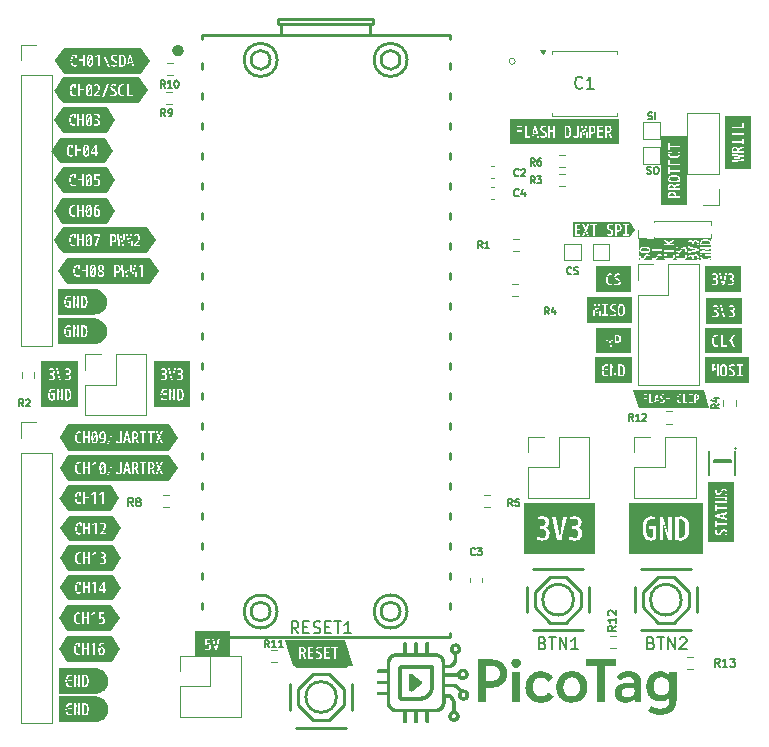
<source format=gbr>
%TF.GenerationSoftware,KiCad,Pcbnew,9.0.3*%
%TF.CreationDate,2025-08-19T17:15:27-04:00*%
%TF.ProjectId,PicoTag,5069636f-5461-4672-9e6b-696361645f70,rev?*%
%TF.SameCoordinates,Original*%
%TF.FileFunction,Legend,Top*%
%TF.FilePolarity,Positive*%
%FSLAX46Y46*%
G04 Gerber Fmt 4.6, Leading zero omitted, Abs format (unit mm)*
G04 Created by KiCad (PCBNEW 9.0.3) date 2025-08-19 17:15:27*
%MOMM*%
%LPD*%
G01*
G04 APERTURE LIST*
%ADD10C,0.100000*%
%ADD11C,0.000000*%
%ADD12C,0.150000*%
%ADD13C,0.120000*%
%ADD14C,0.250000*%
%ADD15C,0.500000*%
G04 APERTURE END LIST*
D10*
X170054951Y-40850000D02*
G75*
G02*
X169545049Y-40850000I-254951J0D01*
G01*
X169545049Y-40850000D02*
G75*
G02*
X170054951Y-40850000I254951J0D01*
G01*
D11*
G36*
X170434368Y-95021693D02*
G01*
X170434171Y-95030591D01*
X170433566Y-95038651D01*
X170433106Y-95042378D01*
X170432537Y-95045909D01*
X170431857Y-95049249D01*
X170431064Y-95052402D01*
X170430156Y-95055372D01*
X170429129Y-95058166D01*
X170427983Y-95060786D01*
X170426715Y-95063237D01*
X170425322Y-95065525D01*
X170423803Y-95067653D01*
X170422154Y-95069626D01*
X170420374Y-95071449D01*
X170418461Y-95073126D01*
X170416411Y-95074662D01*
X170414223Y-95076061D01*
X170411895Y-95077328D01*
X170409424Y-95078468D01*
X170406809Y-95079484D01*
X170404045Y-95080382D01*
X170401133Y-95081167D01*
X170398068Y-95081841D01*
X170394849Y-95082412D01*
X170387941Y-95083256D01*
X170380388Y-95083736D01*
X170372173Y-95083887D01*
X169878763Y-95083887D01*
X169869865Y-95083690D01*
X169861806Y-95083086D01*
X169858079Y-95082625D01*
X169854548Y-95082056D01*
X169851208Y-95081376D01*
X169848055Y-95080583D01*
X169845084Y-95079675D01*
X169842291Y-95078649D01*
X169839671Y-95077503D01*
X169837220Y-95076235D01*
X169834932Y-95074842D01*
X169832804Y-95073322D01*
X169830831Y-95071674D01*
X169829008Y-95069894D01*
X169827331Y-95067980D01*
X169825795Y-95065931D01*
X169824396Y-95063743D01*
X169823129Y-95061415D01*
X169821989Y-95058944D01*
X169820973Y-95056328D01*
X169820075Y-95053565D01*
X169819290Y-95050652D01*
X169818615Y-95047588D01*
X169818045Y-95044369D01*
X169817201Y-95037460D01*
X169816721Y-95029908D01*
X169816569Y-95021693D01*
X169816569Y-92525619D01*
X170434368Y-92525619D01*
X170434368Y-95021693D01*
G37*
G36*
X162879435Y-91933036D02*
G01*
X162895412Y-91934044D01*
X162911133Y-91935711D01*
X162926582Y-91938027D01*
X162941739Y-91940980D01*
X162956586Y-91944560D01*
X162971105Y-91948757D01*
X162985278Y-91953559D01*
X162999086Y-91958957D01*
X163012512Y-91964939D01*
X163025537Y-91971495D01*
X163038143Y-91978615D01*
X163050312Y-91986287D01*
X163062025Y-91994502D01*
X163073264Y-92003248D01*
X163084012Y-92012514D01*
X163094249Y-92022291D01*
X163103958Y-92032568D01*
X163113120Y-92043333D01*
X163121717Y-92054577D01*
X163129731Y-92066288D01*
X163137144Y-92078456D01*
X163143938Y-92091071D01*
X163150093Y-92104122D01*
X163155593Y-92117597D01*
X163160419Y-92131488D01*
X163164552Y-92145782D01*
X163167974Y-92160469D01*
X163170668Y-92175539D01*
X163172615Y-92190981D01*
X163173796Y-92206785D01*
X163174194Y-92222939D01*
X163174194Y-93790241D01*
X163173688Y-93824605D01*
X163172192Y-93858504D01*
X163169732Y-93891934D01*
X163166339Y-93924891D01*
X163156866Y-93989370D01*
X163144004Y-94051912D01*
X163127983Y-94112486D01*
X163109035Y-94171061D01*
X163087391Y-94227608D01*
X163063280Y-94282096D01*
X163036935Y-94334495D01*
X163008585Y-94384774D01*
X162978461Y-94432903D01*
X162946795Y-94478851D01*
X162913817Y-94522589D01*
X162879758Y-94564086D01*
X162844848Y-94603310D01*
X162809319Y-94640233D01*
X162771070Y-94676896D01*
X162730920Y-94712162D01*
X162688814Y-94745897D01*
X162644698Y-94777968D01*
X162598516Y-94808242D01*
X162550215Y-94836583D01*
X162499740Y-94862860D01*
X162447036Y-94886938D01*
X162392048Y-94908684D01*
X162334721Y-94927964D01*
X162275002Y-94944644D01*
X162212834Y-94958592D01*
X162148165Y-94969672D01*
X162080938Y-94977752D01*
X162011100Y-94982698D01*
X161938595Y-94984376D01*
X160454220Y-94984376D01*
X160435087Y-94983954D01*
X160416563Y-94982696D01*
X160398645Y-94980618D01*
X160381335Y-94977736D01*
X160364633Y-94974064D01*
X160348537Y-94969617D01*
X160333049Y-94964412D01*
X160318169Y-94958462D01*
X160303896Y-94951783D01*
X160290230Y-94944391D01*
X160277172Y-94936301D01*
X160264720Y-94927527D01*
X160252877Y-94918085D01*
X160241640Y-94907990D01*
X160231012Y-94897257D01*
X160220990Y-94885902D01*
X160211576Y-94873939D01*
X160202769Y-94861384D01*
X160194569Y-94848252D01*
X160186977Y-94834559D01*
X160179993Y-94820318D01*
X160173615Y-94805547D01*
X160167845Y-94790259D01*
X160162683Y-94774470D01*
X160158127Y-94758195D01*
X160154179Y-94741449D01*
X160148106Y-94706606D01*
X160144461Y-94670063D01*
X160143907Y-94652672D01*
X160143247Y-94631940D01*
X160143247Y-92280987D01*
X160474951Y-92280987D01*
X160474951Y-94652672D01*
X161834938Y-94652672D01*
X161834938Y-94648526D01*
X161845760Y-94648432D01*
X161855046Y-94648162D01*
X161863007Y-94647733D01*
X161869857Y-94647166D01*
X161875808Y-94646476D01*
X161881073Y-94645684D01*
X161890394Y-94643862D01*
X161899521Y-94641845D01*
X161904543Y-94640810D01*
X161910154Y-94639780D01*
X161916567Y-94638775D01*
X161923994Y-94637812D01*
X161932648Y-94636910D01*
X161942742Y-94636087D01*
X161949909Y-94635909D01*
X161958873Y-94635439D01*
X161981613Y-94634014D01*
X162009795Y-94632589D01*
X162025562Y-94632119D01*
X162042253Y-94631941D01*
X162080120Y-94628799D01*
X162113517Y-94625462D01*
X162143416Y-94621737D01*
X162170788Y-94617429D01*
X162183830Y-94614995D01*
X162196605Y-94612343D01*
X162209234Y-94609448D01*
X162221839Y-94606285D01*
X162247462Y-94599062D01*
X162274446Y-94590478D01*
X162308614Y-94578057D01*
X162341917Y-94564139D01*
X162405872Y-94531952D01*
X162466195Y-94494189D01*
X162522771Y-94451123D01*
X162575483Y-94403029D01*
X162624217Y-94350178D01*
X162668858Y-94292846D01*
X162709289Y-94231304D01*
X162745396Y-94165827D01*
X162777064Y-94096687D01*
X162804176Y-94024158D01*
X162826617Y-93948513D01*
X162844272Y-93870026D01*
X162857026Y-93788970D01*
X162864763Y-93705618D01*
X162867367Y-93620243D01*
X162867367Y-92280987D01*
X160474951Y-92280987D01*
X160143247Y-92280987D01*
X160143247Y-92260256D01*
X160139101Y-92264402D01*
X160139512Y-92243752D01*
X160140736Y-92223779D01*
X160142760Y-92204485D01*
X160145571Y-92185866D01*
X160149157Y-92167921D01*
X160153504Y-92150648D01*
X160158600Y-92134047D01*
X160164432Y-92118116D01*
X160170986Y-92102852D01*
X160178251Y-92088255D01*
X160186212Y-92074324D01*
X160194857Y-92061055D01*
X160204174Y-92048449D01*
X160214148Y-92036503D01*
X160224768Y-92025217D01*
X160236021Y-92014588D01*
X160247892Y-92004614D01*
X160260371Y-91995296D01*
X160273443Y-91986630D01*
X160287096Y-91978615D01*
X160301317Y-91971251D01*
X160316093Y-91964534D01*
X160331411Y-91958465D01*
X160347258Y-91953041D01*
X160363621Y-91948261D01*
X160380488Y-91944123D01*
X160397845Y-91940625D01*
X160415680Y-91937768D01*
X160452731Y-91933963D01*
X160491536Y-91932698D01*
X162863221Y-91932698D01*
X162879435Y-91933036D01*
G37*
G36*
X174915300Y-92485550D02*
G01*
X174994824Y-92490869D01*
X175073145Y-92499554D01*
X175149687Y-92511560D01*
X175223872Y-92526847D01*
X175295123Y-92545370D01*
X175362864Y-92567089D01*
X175426517Y-92591960D01*
X175451325Y-92602849D01*
X175474548Y-92613768D01*
X175496349Y-92624748D01*
X175516894Y-92635820D01*
X175536345Y-92647012D01*
X175554866Y-92658357D01*
X175572623Y-92669884D01*
X175589778Y-92681623D01*
X175606496Y-92693606D01*
X175622940Y-92705861D01*
X175655666Y-92731314D01*
X175725052Y-92786836D01*
X175782648Y-92834930D01*
X175835779Y-92887246D01*
X175884550Y-92943436D01*
X175929063Y-93003156D01*
X175969421Y-93066058D01*
X176005729Y-93131797D01*
X176038088Y-93200025D01*
X176066603Y-93270398D01*
X176091376Y-93342569D01*
X176112512Y-93416191D01*
X176130112Y-93490918D01*
X176144281Y-93566405D01*
X176155121Y-93642305D01*
X176162737Y-93718272D01*
X176167230Y-93793959D01*
X176168705Y-93869020D01*
X176167473Y-93925991D01*
X176163806Y-93982570D01*
X176157745Y-94038681D01*
X176149334Y-94094249D01*
X176138615Y-94149197D01*
X176125630Y-94203450D01*
X176110423Y-94256931D01*
X176093035Y-94309565D01*
X176073509Y-94361276D01*
X176051888Y-94411988D01*
X176028214Y-94461624D01*
X176002529Y-94510110D01*
X175974877Y-94557369D01*
X175945299Y-94603325D01*
X175913838Y-94647902D01*
X175880537Y-94691025D01*
X175845438Y-94732617D01*
X175808584Y-94772603D01*
X175770017Y-94810906D01*
X175729780Y-94847451D01*
X175687915Y-94882161D01*
X175644465Y-94914962D01*
X175599472Y-94945776D01*
X175552979Y-94974528D01*
X175505029Y-95001143D01*
X175455663Y-95025543D01*
X175404924Y-95047654D01*
X175352856Y-95067399D01*
X175299499Y-95084702D01*
X175244898Y-95099488D01*
X175189094Y-95111681D01*
X175132130Y-95121204D01*
X174974569Y-95125350D01*
X174960325Y-95126904D01*
X174948469Y-95128452D01*
X174938665Y-95129988D01*
X174930579Y-95131505D01*
X174923879Y-95132998D01*
X174918229Y-95134461D01*
X174908746Y-95137271D01*
X174899457Y-95139887D01*
X174894051Y-95141106D01*
X174887690Y-95142259D01*
X174880043Y-95143339D01*
X174870773Y-95144341D01*
X174859548Y-95145257D01*
X174846033Y-95146082D01*
X174785355Y-95147316D01*
X174723280Y-95144875D01*
X174660160Y-95138875D01*
X174596348Y-95129432D01*
X174532196Y-95116660D01*
X174468056Y-95100675D01*
X174404280Y-95081593D01*
X174341221Y-95059528D01*
X174279231Y-95034596D01*
X174218662Y-95006914D01*
X174159867Y-94976595D01*
X174103198Y-94943755D01*
X174049006Y-94908511D01*
X173997645Y-94870977D01*
X173949467Y-94831268D01*
X173904823Y-94789500D01*
X173850022Y-94732117D01*
X173800517Y-94674837D01*
X173756066Y-94617375D01*
X173716425Y-94559445D01*
X173681352Y-94500762D01*
X173650603Y-94441041D01*
X173623935Y-94379995D01*
X173601106Y-94317340D01*
X173581873Y-94252790D01*
X173565992Y-94186059D01*
X173553221Y-94116863D01*
X173543317Y-94044915D01*
X173536037Y-93969930D01*
X173531138Y-93891623D01*
X173528376Y-93809709D01*
X173528347Y-93806827D01*
X174129760Y-93806827D01*
X174131939Y-93882139D01*
X174139662Y-93956863D01*
X174152958Y-94030408D01*
X174171855Y-94102186D01*
X174196382Y-94171607D01*
X174226568Y-94238083D01*
X174262443Y-94301023D01*
X174304034Y-94359840D01*
X174351371Y-94413943D01*
X174404483Y-94462744D01*
X174463398Y-94505654D01*
X174528145Y-94542083D01*
X174598753Y-94571442D01*
X174675251Y-94593142D01*
X174757668Y-94606594D01*
X174846033Y-94611209D01*
X174924121Y-94607561D01*
X174997474Y-94596895D01*
X175066118Y-94579624D01*
X175130079Y-94556166D01*
X175189386Y-94526934D01*
X175244063Y-94492344D01*
X175294139Y-94452812D01*
X175339638Y-94408753D01*
X175380588Y-94360582D01*
X175417016Y-94308714D01*
X175448947Y-94253565D01*
X175476409Y-94195551D01*
X175499429Y-94135085D01*
X175518031Y-94072584D01*
X175532245Y-94008462D01*
X175542094Y-93943136D01*
X175547608Y-93877021D01*
X175548811Y-93810530D01*
X175545731Y-93744081D01*
X175538394Y-93678089D01*
X175526826Y-93612968D01*
X175511055Y-93549133D01*
X175491107Y-93487001D01*
X175467008Y-93426986D01*
X175438785Y-93369504D01*
X175406464Y-93314970D01*
X175370073Y-93263800D01*
X175329637Y-93216408D01*
X175285184Y-93173210D01*
X175236739Y-93134621D01*
X175184330Y-93101056D01*
X175127983Y-93072931D01*
X175098141Y-93061569D01*
X175062615Y-93049673D01*
X175023103Y-93037874D01*
X174981308Y-93026804D01*
X174938930Y-93017094D01*
X174918053Y-93012946D01*
X174897669Y-93009376D01*
X174877989Y-93006462D01*
X174859226Y-93004282D01*
X174841593Y-93002917D01*
X174825302Y-93002444D01*
X174742705Y-93007059D01*
X174665189Y-93020511D01*
X174592785Y-93042211D01*
X174525521Y-93071571D01*
X174463425Y-93108000D01*
X174406527Y-93150909D01*
X174354856Y-93199710D01*
X174308439Y-93253814D01*
X174267307Y-93312630D01*
X174231488Y-93375571D01*
X174201010Y-93442046D01*
X174175904Y-93511467D01*
X174156196Y-93583245D01*
X174141917Y-93656790D01*
X174133096Y-93731514D01*
X174129760Y-93806827D01*
X173528347Y-93806827D01*
X173527510Y-93723900D01*
X173531655Y-93723900D01*
X173532172Y-93689512D01*
X173533699Y-93655541D01*
X173539648Y-93588870D01*
X173549229Y-93523924D01*
X173562170Y-93460739D01*
X173578195Y-93399353D01*
X173597032Y-93339800D01*
X173618409Y-93282118D01*
X173642051Y-93226344D01*
X173667685Y-93172513D01*
X173695038Y-93120662D01*
X173723836Y-93070827D01*
X173753807Y-93023046D01*
X173784676Y-92977353D01*
X173816171Y-92933787D01*
X173848018Y-92892382D01*
X173879945Y-92853177D01*
X174045797Y-92708056D01*
X174056094Y-92700330D01*
X174066756Y-92692702D01*
X174089075Y-92677736D01*
X174112560Y-92663160D01*
X174137017Y-92648971D01*
X174162251Y-92635172D01*
X174188068Y-92621761D01*
X174214274Y-92608739D01*
X174240674Y-92596106D01*
X174305056Y-92569229D01*
X174373429Y-92546099D01*
X174445214Y-92526675D01*
X174519837Y-92510912D01*
X174596719Y-92498770D01*
X174675283Y-92490205D01*
X174754952Y-92485175D01*
X174835150Y-92483637D01*
X174915300Y-92485550D01*
G37*
G36*
X178482447Y-91464587D02*
G01*
X178503422Y-91468267D01*
X178521587Y-91473451D01*
X178537130Y-91480316D01*
X178550238Y-91489044D01*
X178561098Y-91499812D01*
X178569899Y-91512800D01*
X178576828Y-91528187D01*
X178582072Y-91546153D01*
X178585819Y-91566876D01*
X178588256Y-91590535D01*
X178589952Y-91647381D01*
X178585879Y-91804195D01*
X178583110Y-91907031D01*
X178581854Y-92028063D01*
X177632349Y-92028063D01*
X177632349Y-95079741D01*
X176993818Y-95079741D01*
X176993818Y-92028063D01*
X176023584Y-92028063D01*
X176023584Y-91638311D01*
X176027731Y-91638310D01*
X176040169Y-91501483D01*
X176045109Y-91495916D01*
X176052818Y-91490862D01*
X176075866Y-91482209D01*
X176107951Y-91475354D01*
X176147714Y-91470126D01*
X176193793Y-91466357D01*
X176244828Y-91463874D01*
X176356324Y-91462093D01*
X176471319Y-91463421D01*
X176578929Y-91466498D01*
X176728455Y-91472459D01*
X176759860Y-91473997D01*
X176781450Y-91475439D01*
X176807235Y-91477641D01*
X176817455Y-91478208D01*
X176829910Y-91478289D01*
X176847612Y-91477787D01*
X176873575Y-91476605D01*
X177943321Y-91472459D01*
X178076901Y-91471045D01*
X178190990Y-91467762D01*
X178366698Y-91461315D01*
X178431317Y-91461020D01*
X178482447Y-91464587D01*
G37*
G36*
X170173491Y-91412103D02*
G01*
X170210853Y-91416272D01*
X170247625Y-91423306D01*
X170283514Y-91433223D01*
X170318225Y-91446040D01*
X170351463Y-91461774D01*
X170382933Y-91480444D01*
X170412341Y-91502066D01*
X170439393Y-91526658D01*
X170463793Y-91554238D01*
X170485248Y-91584822D01*
X170503463Y-91618430D01*
X170518142Y-91655077D01*
X170528992Y-91694781D01*
X170535718Y-91737560D01*
X170538026Y-91783431D01*
X170536829Y-91818109D01*
X170533307Y-91851384D01*
X170527565Y-91883237D01*
X170519708Y-91913651D01*
X170509840Y-91942607D01*
X170498067Y-91970088D01*
X170484493Y-91996074D01*
X170469223Y-92020548D01*
X170452362Y-92043491D01*
X170434014Y-92064886D01*
X170414284Y-92084713D01*
X170393278Y-92102956D01*
X170371099Y-92119595D01*
X170347853Y-92134612D01*
X170323644Y-92147989D01*
X170298577Y-92159708D01*
X170272757Y-92169751D01*
X170246289Y-92178099D01*
X170219277Y-92184735D01*
X170191826Y-92189639D01*
X170164041Y-92192795D01*
X170136027Y-92194182D01*
X170107889Y-92193785D01*
X170079730Y-92191583D01*
X170051657Y-92187559D01*
X170023773Y-92181695D01*
X169996184Y-92173972D01*
X169968995Y-92164373D01*
X169942309Y-92152878D01*
X169916233Y-92139471D01*
X169890870Y-92124132D01*
X169866325Y-92106843D01*
X169854636Y-92097442D01*
X169843653Y-92087900D01*
X169833355Y-92078223D01*
X169823720Y-92068417D01*
X169814726Y-92058486D01*
X169806351Y-92048435D01*
X169798572Y-92038271D01*
X169791368Y-92027998D01*
X169784717Y-92017622D01*
X169778596Y-92007148D01*
X169767859Y-91985928D01*
X169758980Y-91964380D01*
X169751784Y-91942546D01*
X169746094Y-91920469D01*
X169741734Y-91898192D01*
X169738528Y-91875756D01*
X169736300Y-91853206D01*
X169734873Y-91830582D01*
X169734073Y-91807928D01*
X169733643Y-91762700D01*
X169735951Y-91720831D01*
X169742677Y-91681530D01*
X169753527Y-91644815D01*
X169768207Y-91610704D01*
X169786421Y-91579213D01*
X169807876Y-91550361D01*
X169832277Y-91524164D01*
X169859328Y-91500641D01*
X169888736Y-91479808D01*
X169920207Y-91461683D01*
X169953444Y-91446284D01*
X169988155Y-91433628D01*
X170024044Y-91423732D01*
X170060817Y-91416614D01*
X170098178Y-91412292D01*
X170135835Y-91410782D01*
X170173491Y-91412103D01*
G37*
G36*
X161226324Y-92716542D02*
G01*
X161239126Y-92717116D01*
X161251430Y-92718064D01*
X161263267Y-92719378D01*
X161274666Y-92721050D01*
X161285659Y-92723072D01*
X161296274Y-92725438D01*
X161306544Y-92728140D01*
X161316498Y-92731169D01*
X161326166Y-92734519D01*
X161335579Y-92738182D01*
X161344768Y-92742150D01*
X161362592Y-92750971D01*
X161379882Y-92760922D01*
X161396880Y-92771941D01*
X161413830Y-92783969D01*
X161430974Y-92796945D01*
X161448555Y-92810807D01*
X161486001Y-92840949D01*
X161506352Y-92857107D01*
X161528112Y-92873908D01*
X161647836Y-92964609D01*
X161764451Y-93052199D01*
X161930222Y-93174985D01*
X161998428Y-93226156D01*
X162056636Y-93271824D01*
X162081942Y-93292902D01*
X162104689Y-93312973D01*
X162124858Y-93332160D01*
X162142429Y-93350587D01*
X162157382Y-93368376D01*
X162169698Y-93385651D01*
X162179356Y-93402533D01*
X162186337Y-93419147D01*
X162190622Y-93435615D01*
X162192190Y-93452060D01*
X162191022Y-93468606D01*
X162187099Y-93485374D01*
X162180399Y-93502489D01*
X162170904Y-93520073D01*
X162158594Y-93538250D01*
X162143449Y-93557141D01*
X162125449Y-93576871D01*
X162104575Y-93597561D01*
X162080807Y-93619336D01*
X162054125Y-93642318D01*
X161991941Y-93692396D01*
X161917864Y-93748778D01*
X161791402Y-93846281D01*
X161593416Y-93997038D01*
X161491410Y-94072587D01*
X161400095Y-94137689D01*
X161361421Y-94163847D01*
X161328992Y-94184424D01*
X161303997Y-94198428D01*
X161287626Y-94204872D01*
X161274850Y-94207147D01*
X161262191Y-94208545D01*
X161249666Y-94209089D01*
X161237296Y-94208799D01*
X161225098Y-94207699D01*
X161213093Y-94205810D01*
X161201299Y-94203154D01*
X161189735Y-94199753D01*
X161178420Y-94195630D01*
X161167372Y-94190806D01*
X161156612Y-94185303D01*
X161146158Y-94179143D01*
X161136029Y-94172349D01*
X161126243Y-94164942D01*
X161116821Y-94156944D01*
X161107780Y-94148378D01*
X161099141Y-94139265D01*
X161090921Y-94129628D01*
X161083140Y-94119488D01*
X161075817Y-94108867D01*
X161068970Y-94097788D01*
X161062620Y-94086272D01*
X161056784Y-94074341D01*
X161051482Y-94062018D01*
X161046732Y-94049325D01*
X161042554Y-94036283D01*
X161038967Y-94022915D01*
X161035990Y-94009242D01*
X161033641Y-93995287D01*
X161031939Y-93981071D01*
X161030905Y-93966617D01*
X161030556Y-93951947D01*
X161030556Y-92919518D01*
X161026410Y-92923664D01*
X161026627Y-92913949D01*
X161027275Y-92904254D01*
X161028347Y-92894596D01*
X161029835Y-92884995D01*
X161031734Y-92875470D01*
X161034035Y-92866040D01*
X161036733Y-92856724D01*
X161039820Y-92847541D01*
X161043290Y-92838509D01*
X161047136Y-92829648D01*
X161051351Y-92820978D01*
X161055928Y-92812516D01*
X161060860Y-92804281D01*
X161066141Y-92796294D01*
X161071763Y-92788572D01*
X161077720Y-92781135D01*
X161084005Y-92774001D01*
X161090611Y-92767191D01*
X161097532Y-92760722D01*
X161104760Y-92754613D01*
X161112289Y-92748884D01*
X161120111Y-92743554D01*
X161128221Y-92738641D01*
X161136610Y-92734165D01*
X161145273Y-92730144D01*
X161154203Y-92726598D01*
X161163392Y-92723545D01*
X161172834Y-92721005D01*
X161182522Y-92718997D01*
X161192449Y-92717538D01*
X161202608Y-92716649D01*
X161212993Y-92716349D01*
X161226324Y-92716542D01*
G37*
G36*
X178625105Y-92941905D02*
G01*
X178623314Y-92944395D01*
X178623316Y-92940249D01*
X178625105Y-92941905D01*
G37*
G36*
X181156775Y-93707096D02*
G01*
X181156702Y-93711462D01*
X181156704Y-93703169D01*
X181156775Y-93707096D01*
G37*
G36*
X168242800Y-91494770D02*
G01*
X168305720Y-91499418D01*
X168367414Y-91506993D01*
X168427753Y-91517355D01*
X168486610Y-91530366D01*
X168543857Y-91545885D01*
X168599368Y-91563773D01*
X168653014Y-91583891D01*
X168704667Y-91606097D01*
X168754201Y-91630253D01*
X168801488Y-91656219D01*
X168846400Y-91683855D01*
X168888809Y-91713022D01*
X168928589Y-91743580D01*
X168965611Y-91775389D01*
X168999748Y-91808309D01*
X169051583Y-91862606D01*
X169098401Y-91915384D01*
X169140433Y-91967069D01*
X169177910Y-92018086D01*
X169211062Y-92068860D01*
X169240120Y-92119816D01*
X169265316Y-92171380D01*
X169286879Y-92223976D01*
X169305042Y-92278030D01*
X169320034Y-92333966D01*
X169332086Y-92392211D01*
X169341429Y-92453189D01*
X169348294Y-92517325D01*
X169352912Y-92585044D01*
X169355514Y-92656772D01*
X169356330Y-92732934D01*
X169354668Y-92796021D01*
X169349737Y-92857753D01*
X169341622Y-92918088D01*
X169330407Y-92976983D01*
X169316177Y-93034397D01*
X169299015Y-93090286D01*
X169279007Y-93144608D01*
X169256235Y-93197320D01*
X169230786Y-93248381D01*
X169202741Y-93297746D01*
X169172187Y-93345375D01*
X169139208Y-93391225D01*
X169103886Y-93435252D01*
X169066308Y-93477414D01*
X169026557Y-93517670D01*
X168984717Y-93555975D01*
X168940873Y-93592289D01*
X168895109Y-93626568D01*
X168847509Y-93658769D01*
X168798158Y-93688851D01*
X168747139Y-93716771D01*
X168694538Y-93742486D01*
X168640438Y-93765954D01*
X168584923Y-93787132D01*
X168528078Y-93805977D01*
X168469988Y-93822448D01*
X168410736Y-93836502D01*
X168350406Y-93848095D01*
X168289083Y-93857187D01*
X168226852Y-93863733D01*
X168163796Y-93867692D01*
X168100000Y-93869021D01*
X167544395Y-93869021D01*
X167544395Y-95083888D01*
X166926597Y-95083888D01*
X166922450Y-95079741D01*
X166922450Y-93288539D01*
X167548542Y-93288539D01*
X168021220Y-93288539D01*
X168025367Y-93292685D01*
X168066529Y-93291993D01*
X168106808Y-93289922D01*
X168146171Y-93286477D01*
X168184586Y-93281663D01*
X168222021Y-93275486D01*
X168258441Y-93267950D01*
X168293816Y-93259061D01*
X168328111Y-93248825D01*
X168361296Y-93237246D01*
X168393336Y-93224331D01*
X168424199Y-93210084D01*
X168453853Y-93194510D01*
X168482265Y-93177615D01*
X168509402Y-93159405D01*
X168535231Y-93139884D01*
X168559721Y-93119059D01*
X168582838Y-93096933D01*
X168604550Y-93073513D01*
X168624824Y-93048804D01*
X168643627Y-93022811D01*
X168660927Y-92995540D01*
X168676691Y-92966995D01*
X168690887Y-92937182D01*
X168703481Y-92906107D01*
X168714442Y-92873775D01*
X168723736Y-92840191D01*
X168731331Y-92805360D01*
X168737194Y-92769287D01*
X168741293Y-92731979D01*
X168743595Y-92693440D01*
X168744067Y-92653676D01*
X168742677Y-92612692D01*
X168737698Y-92554847D01*
X168729084Y-92500946D01*
X168716990Y-92450850D01*
X168701570Y-92404421D01*
X168682980Y-92361521D01*
X168661374Y-92322011D01*
X168636908Y-92285754D01*
X168609736Y-92252611D01*
X168580013Y-92222444D01*
X168547894Y-92195116D01*
X168513533Y-92170487D01*
X168477087Y-92148419D01*
X168438709Y-92128775D01*
X168398554Y-92111416D01*
X168356778Y-92096204D01*
X168313535Y-92083002D01*
X168223268Y-92062070D01*
X168128992Y-92047515D01*
X168031947Y-92038232D01*
X167933371Y-92033116D01*
X167736583Y-92030962D01*
X167548542Y-92032209D01*
X167548542Y-93288539D01*
X166922450Y-93288539D01*
X166922450Y-92032209D01*
X166922450Y-91493190D01*
X168178781Y-91493190D01*
X168242800Y-91494770D01*
G37*
G36*
X172302952Y-92490638D02*
G01*
X172382348Y-92498356D01*
X172460888Y-92510320D01*
X172538299Y-92526429D01*
X172614303Y-92546583D01*
X172688625Y-92570682D01*
X172760991Y-92598625D01*
X172831123Y-92630313D01*
X172898747Y-92665645D01*
X172963587Y-92704522D01*
X173025368Y-92746842D01*
X173083813Y-92792505D01*
X173138647Y-92841412D01*
X173189595Y-92893462D01*
X173236381Y-92948555D01*
X173278729Y-93006590D01*
X173266333Y-93023676D01*
X173253997Y-93039291D01*
X173241686Y-93053619D01*
X173229362Y-93066841D01*
X173216990Y-93079140D01*
X173204533Y-93090699D01*
X173191955Y-93101698D01*
X173179218Y-93112321D01*
X173125965Y-93154691D01*
X173111892Y-93166164D01*
X173097443Y-93178354D01*
X173082580Y-93191443D01*
X173067268Y-93205613D01*
X173041840Y-93230814D01*
X173015440Y-93256405D01*
X172988262Y-93281995D01*
X172960502Y-93307197D01*
X172932352Y-93331621D01*
X172904008Y-93354880D01*
X172889824Y-93365950D01*
X172875665Y-93376583D01*
X172861553Y-93386730D01*
X172847515Y-93396343D01*
X172802383Y-93329119D01*
X172778357Y-93295699D01*
X172753122Y-93262819D01*
X172726502Y-93230789D01*
X172698321Y-93199920D01*
X172668403Y-93170520D01*
X172636571Y-93142900D01*
X172602651Y-93117369D01*
X172566465Y-93094238D01*
X172547467Y-93083668D01*
X172527837Y-93073815D01*
X172507553Y-93064716D01*
X172486592Y-93056411D01*
X172464932Y-93048938D01*
X172442553Y-93042335D01*
X172419430Y-93036642D01*
X172395543Y-93031897D01*
X172370870Y-93028140D01*
X172345388Y-93025408D01*
X172319075Y-93023740D01*
X172291910Y-93023176D01*
X172221537Y-93024709D01*
X172154961Y-93029419D01*
X172092089Y-93037470D01*
X172062014Y-93042799D01*
X172032831Y-93049025D01*
X172004529Y-93056168D01*
X171977096Y-93064249D01*
X171950521Y-93073288D01*
X171924792Y-93083305D01*
X171899899Y-93094322D01*
X171875829Y-93106358D01*
X171852572Y-93119434D01*
X171830116Y-93133571D01*
X171808449Y-93148789D01*
X171787561Y-93165108D01*
X171767439Y-93182550D01*
X171748073Y-93201135D01*
X171729450Y-93220882D01*
X171711561Y-93241813D01*
X171694392Y-93263948D01*
X171677934Y-93287308D01*
X171662173Y-93311913D01*
X171647100Y-93337783D01*
X171632703Y-93364940D01*
X171618970Y-93393403D01*
X171605890Y-93423193D01*
X171593452Y-93454331D01*
X171581643Y-93486837D01*
X171570454Y-93520732D01*
X171564931Y-93545820D01*
X171558144Y-93581501D01*
X171550775Y-93624373D01*
X171543503Y-93671035D01*
X171537008Y-93718086D01*
X171531971Y-93762124D01*
X171529072Y-93799749D01*
X171528636Y-93815093D01*
X171528991Y-93827558D01*
X171531312Y-93863859D01*
X171535121Y-93901066D01*
X171540352Y-93938916D01*
X171546937Y-93977149D01*
X171554809Y-94015503D01*
X171563903Y-94053718D01*
X171574150Y-94091531D01*
X171585485Y-94128683D01*
X171597839Y-94164912D01*
X171611148Y-94199956D01*
X171625343Y-94233554D01*
X171640358Y-94265446D01*
X171656127Y-94295370D01*
X171672581Y-94323065D01*
X171689655Y-94348270D01*
X171707282Y-94370724D01*
X171725479Y-94390507D01*
X171745765Y-94410818D01*
X171767995Y-94431409D01*
X171792022Y-94452030D01*
X171817702Y-94472433D01*
X171844888Y-94492368D01*
X171873434Y-94511586D01*
X171903195Y-94529838D01*
X171934025Y-94546876D01*
X171965778Y-94562450D01*
X171998309Y-94576311D01*
X172031471Y-94588210D01*
X172065119Y-94597899D01*
X172099108Y-94605128D01*
X172133290Y-94609647D01*
X172150409Y-94610814D01*
X172167521Y-94611209D01*
X172219969Y-94610717D01*
X172268597Y-94609261D01*
X172313594Y-94606874D01*
X172355150Y-94603589D01*
X172393453Y-94599438D01*
X172428693Y-94594455D01*
X172461059Y-94588672D01*
X172490739Y-94582120D01*
X172517923Y-94574834D01*
X172542800Y-94566846D01*
X172565558Y-94558188D01*
X172586388Y-94548893D01*
X172605477Y-94538994D01*
X172623015Y-94528523D01*
X172639191Y-94517513D01*
X172654195Y-94505997D01*
X172668214Y-94494007D01*
X172681438Y-94481576D01*
X172706258Y-94455521D01*
X172754678Y-94399554D01*
X172781302Y-94370164D01*
X172795879Y-94355232D01*
X172811552Y-94340185D01*
X172828509Y-94325057D01*
X172846940Y-94309879D01*
X172867034Y-94294684D01*
X172888979Y-94279505D01*
X172915864Y-94298303D01*
X172942160Y-94317356D01*
X172993350Y-94356082D01*
X173043275Y-94395391D01*
X173092666Y-94434992D01*
X173142252Y-94474592D01*
X173192761Y-94513901D01*
X173244921Y-94552627D01*
X173271849Y-94571680D01*
X173299463Y-94590478D01*
X173299460Y-94598770D01*
X173294940Y-94613269D01*
X173289193Y-94627980D01*
X173282281Y-94642874D01*
X173274266Y-94657920D01*
X173255174Y-94688345D01*
X173232406Y-94719013D01*
X173206456Y-94749681D01*
X173177816Y-94780106D01*
X173146976Y-94810045D01*
X173114430Y-94839256D01*
X173080670Y-94867494D01*
X173046186Y-94894518D01*
X173011472Y-94920084D01*
X172977019Y-94943950D01*
X172943319Y-94965872D01*
X172910865Y-94985607D01*
X172880147Y-95002913D01*
X172851659Y-95017547D01*
X172773927Y-95051511D01*
X172691986Y-95080324D01*
X172606486Y-95103987D01*
X172518076Y-95122500D01*
X172427408Y-95135862D01*
X172335129Y-95144074D01*
X172241891Y-95147135D01*
X172148343Y-95145045D01*
X172055135Y-95137805D01*
X171962918Y-95125415D01*
X171872340Y-95107874D01*
X171784052Y-95085183D01*
X171698703Y-95057341D01*
X171616944Y-95024349D01*
X171539425Y-94986206D01*
X171466795Y-94942913D01*
X171434673Y-94920848D01*
X171403596Y-94898170D01*
X171373540Y-94874848D01*
X171344479Y-94850852D01*
X171316390Y-94826152D01*
X171289249Y-94800716D01*
X171263031Y-94774515D01*
X171237712Y-94747519D01*
X171213267Y-94719696D01*
X171189673Y-94691017D01*
X171166905Y-94661452D01*
X171144938Y-94630969D01*
X171123749Y-94599538D01*
X171103313Y-94567130D01*
X171083606Y-94533714D01*
X171064604Y-94499259D01*
X171029033Y-94424668D01*
X170998498Y-94344501D01*
X170972979Y-94259597D01*
X170952459Y-94170794D01*
X170936920Y-94078930D01*
X170926342Y-93984842D01*
X170920709Y-93889370D01*
X170920001Y-93793351D01*
X170924201Y-93697624D01*
X170933291Y-93603026D01*
X170947251Y-93510396D01*
X170966064Y-93420573D01*
X170989712Y-93334393D01*
X171018176Y-93252696D01*
X171051439Y-93176319D01*
X171089481Y-93106101D01*
X171141244Y-93026313D01*
X171196837Y-92952474D01*
X171255984Y-92884483D01*
X171318411Y-92822242D01*
X171383841Y-92765649D01*
X171451998Y-92714604D01*
X171522608Y-92669007D01*
X171595395Y-92628758D01*
X171670083Y-92593757D01*
X171746396Y-92563904D01*
X171824059Y-92539097D01*
X171902796Y-92519238D01*
X171982333Y-92504225D01*
X172062392Y-92493959D01*
X172142698Y-92488339D01*
X172222977Y-92487266D01*
X172302952Y-92490638D01*
G37*
G36*
X160719583Y-90012960D02*
G01*
X160732828Y-90014320D01*
X160746056Y-90016839D01*
X160759150Y-90020513D01*
X160771995Y-90025334D01*
X160784475Y-90031298D01*
X160790542Y-90034706D01*
X160796475Y-90038397D01*
X160802260Y-90042370D01*
X160807881Y-90046626D01*
X160813324Y-90051162D01*
X160818576Y-90055978D01*
X160823620Y-90061074D01*
X160828444Y-90066448D01*
X160833033Y-90072100D01*
X160837372Y-90078030D01*
X160841446Y-90084235D01*
X160845242Y-90090717D01*
X160848745Y-90097473D01*
X160851940Y-90104503D01*
X160854814Y-90111806D01*
X160857351Y-90119382D01*
X160859537Y-90127230D01*
X160861359Y-90135349D01*
X160862800Y-90143738D01*
X160863848Y-90152397D01*
X160864487Y-90161324D01*
X160864703Y-90170520D01*
X160864703Y-90974902D01*
X161503234Y-90974902D01*
X161503234Y-90149788D01*
X161504126Y-90137468D01*
X161506726Y-90125423D01*
X161510921Y-90113708D01*
X161516596Y-90102381D01*
X161523637Y-90091497D01*
X161531932Y-90081113D01*
X161541365Y-90071285D01*
X161551823Y-90062068D01*
X161563192Y-90053520D01*
X161575359Y-90045695D01*
X161588208Y-90038652D01*
X161601627Y-90032445D01*
X161615502Y-90027130D01*
X161629718Y-90022765D01*
X161644162Y-90019405D01*
X161658720Y-90017107D01*
X161673278Y-90015925D01*
X161687722Y-90015918D01*
X161701938Y-90017141D01*
X161715813Y-90019649D01*
X161729232Y-90023500D01*
X161742081Y-90028750D01*
X161754248Y-90035454D01*
X161765617Y-90043669D01*
X161776075Y-90053451D01*
X161785508Y-90064856D01*
X161793803Y-90077940D01*
X161800844Y-90092760D01*
X161806519Y-90109372D01*
X161810714Y-90127832D01*
X161813314Y-90148196D01*
X161814206Y-90170520D01*
X161814206Y-90974902D01*
X162452737Y-90974902D01*
X162452737Y-90149788D01*
X162453629Y-90136409D01*
X162456229Y-90123509D01*
X162460424Y-90111132D01*
X162466099Y-90099320D01*
X162473141Y-90088115D01*
X162481435Y-90077560D01*
X162490868Y-90067697D01*
X162501326Y-90058570D01*
X162512695Y-90050219D01*
X162524862Y-90042689D01*
X162537711Y-90036021D01*
X162551131Y-90030258D01*
X162565005Y-90025443D01*
X162579221Y-90021617D01*
X162593665Y-90018824D01*
X162608223Y-90017107D01*
X162622781Y-90016506D01*
X162637225Y-90017066D01*
X162651441Y-90018828D01*
X162665316Y-90021836D01*
X162678735Y-90026131D01*
X162691584Y-90031756D01*
X162703751Y-90038754D01*
X162715120Y-90047167D01*
X162725578Y-90057038D01*
X162735011Y-90068409D01*
X162743306Y-90081323D01*
X162750347Y-90095821D01*
X162756022Y-90111948D01*
X162760217Y-90129745D01*
X162762817Y-90149255D01*
X162763709Y-90170520D01*
X162763709Y-90974902D01*
X162943159Y-90972295D01*
X163109343Y-90968035D01*
X163187931Y-90966956D01*
X163263768Y-90967468D01*
X163337042Y-90970240D01*
X163407941Y-90975939D01*
X163476654Y-90985234D01*
X163543368Y-90998792D01*
X163576035Y-91007379D01*
X163608273Y-91017282D01*
X163640105Y-91028586D01*
X163671555Y-91041373D01*
X163702647Y-91055727D01*
X163733405Y-91071731D01*
X163763851Y-91089469D01*
X163794009Y-91109025D01*
X163823903Y-91130482D01*
X163853556Y-91153924D01*
X163882993Y-91179434D01*
X163912235Y-91207095D01*
X163953790Y-91249634D01*
X163990067Y-91291827D01*
X164021425Y-91333814D01*
X164048221Y-91375733D01*
X164070814Y-91417726D01*
X164089562Y-91459931D01*
X164104825Y-91502488D01*
X164116959Y-91545537D01*
X164126323Y-91589218D01*
X164133277Y-91633670D01*
X164138177Y-91679034D01*
X164141383Y-91725448D01*
X164143253Y-91773052D01*
X164144145Y-91821987D01*
X164144428Y-91924405D01*
X164379731Y-91926543D01*
X164417724Y-91926152D01*
X164449667Y-91924624D01*
X164463727Y-91923315D01*
X164476703Y-91921578D01*
X164488738Y-91919366D01*
X164499973Y-91916631D01*
X164510553Y-91913325D01*
X164520620Y-91909400D01*
X164530316Y-91904809D01*
X164539784Y-91899503D01*
X164549168Y-91893435D01*
X164558609Y-91886557D01*
X164568250Y-91878821D01*
X164578235Y-91870180D01*
X164599804Y-91849988D01*
X164624460Y-91825599D01*
X164687593Y-91762700D01*
X164734110Y-91717090D01*
X164746012Y-91704838D01*
X164757708Y-91692148D01*
X164769040Y-91678972D01*
X164779849Y-91665262D01*
X164789978Y-91650968D01*
X164799268Y-91636043D01*
X164807563Y-91620438D01*
X164811287Y-91612365D01*
X164814704Y-91604104D01*
X164817792Y-91595648D01*
X164820532Y-91586992D01*
X164822905Y-91578130D01*
X164824891Y-91569054D01*
X164826470Y-91559761D01*
X164827622Y-91550242D01*
X164828328Y-91540493D01*
X164828568Y-91530507D01*
X164828858Y-91425876D01*
X164829532Y-91337955D01*
X164830835Y-91205994D01*
X164830871Y-91158833D01*
X164830099Y-91122137D01*
X164829316Y-91107225D01*
X164828221Y-91094344D01*
X164826774Y-91083299D01*
X164824940Y-91073895D01*
X164822680Y-91065937D01*
X164819958Y-91059228D01*
X164816737Y-91053575D01*
X164812979Y-91048783D01*
X164808647Y-91044655D01*
X164803703Y-91040997D01*
X164798112Y-91037614D01*
X164791834Y-91034311D01*
X164777074Y-91027163D01*
X164759125Y-91017993D01*
X164748862Y-91012162D01*
X164737690Y-91005239D01*
X164725573Y-90997031D01*
X164712471Y-90987341D01*
X164690277Y-90968961D01*
X164669555Y-90949626D01*
X164650297Y-90929401D01*
X164632493Y-90908351D01*
X164616135Y-90886542D01*
X164601214Y-90864039D01*
X164587719Y-90840908D01*
X164575643Y-90817213D01*
X164564977Y-90793021D01*
X164555710Y-90768395D01*
X164547834Y-90743402D01*
X164541339Y-90718107D01*
X164536218Y-90692575D01*
X164532459Y-90666871D01*
X164530056Y-90641062D01*
X164529206Y-90620307D01*
X164834239Y-90620307D01*
X164835509Y-90636677D01*
X164838081Y-90652789D01*
X164841955Y-90668513D01*
X164847131Y-90683721D01*
X164853611Y-90698284D01*
X164861395Y-90712073D01*
X164870485Y-90724958D01*
X164880880Y-90736811D01*
X164892582Y-90747501D01*
X164905591Y-90756902D01*
X164919908Y-90764882D01*
X164935534Y-90771314D01*
X164952470Y-90776068D01*
X164970717Y-90779015D01*
X164990274Y-90780026D01*
X165015293Y-90779015D01*
X165038291Y-90776068D01*
X165059315Y-90771314D01*
X165078407Y-90764882D01*
X165095614Y-90756902D01*
X165110979Y-90747501D01*
X165124548Y-90736811D01*
X165136366Y-90724958D01*
X165146477Y-90712073D01*
X165154926Y-90698284D01*
X165161758Y-90683721D01*
X165167018Y-90668513D01*
X165170750Y-90652789D01*
X165172999Y-90636677D01*
X165173811Y-90620307D01*
X165173229Y-90603808D01*
X165171299Y-90587309D01*
X165168065Y-90570939D01*
X165163573Y-90554828D01*
X165157867Y-90539103D01*
X165150991Y-90523895D01*
X165142991Y-90509332D01*
X165133912Y-90495544D01*
X165123797Y-90482658D01*
X165112693Y-90470806D01*
X165100643Y-90460115D01*
X165087693Y-90450715D01*
X165073888Y-90442734D01*
X165059271Y-90436302D01*
X165043889Y-90431548D01*
X165027785Y-90428601D01*
X165011005Y-90427590D01*
X164990270Y-90428601D01*
X164970823Y-90431548D01*
X164952665Y-90436302D01*
X164935797Y-90442734D01*
X164920219Y-90450715D01*
X164905933Y-90460115D01*
X164892940Y-90470806D01*
X164881239Y-90482658D01*
X164870832Y-90495544D01*
X164861719Y-90509332D01*
X164853902Y-90523895D01*
X164847380Y-90539103D01*
X164842156Y-90554828D01*
X164838228Y-90570939D01*
X164835599Y-90587309D01*
X164834269Y-90603808D01*
X164834239Y-90620307D01*
X164529206Y-90620307D01*
X164528997Y-90615211D01*
X164529275Y-90589384D01*
X164530880Y-90563647D01*
X164533803Y-90538065D01*
X164538035Y-90512703D01*
X164543567Y-90487627D01*
X164550389Y-90462901D01*
X164558493Y-90438591D01*
X164567869Y-90414763D01*
X164578508Y-90391481D01*
X164590402Y-90368811D01*
X164603541Y-90346819D01*
X164617916Y-90325569D01*
X164633518Y-90305127D01*
X164650337Y-90285557D01*
X164668366Y-90266927D01*
X164687593Y-90249300D01*
X164720179Y-90223011D01*
X164753340Y-90200062D01*
X164786970Y-90180369D01*
X164820963Y-90163847D01*
X164855215Y-90150410D01*
X164889619Y-90139973D01*
X164924070Y-90132452D01*
X164958463Y-90127761D01*
X164992692Y-90125815D01*
X165026651Y-90126530D01*
X165060236Y-90129820D01*
X165093339Y-90135600D01*
X165125857Y-90143785D01*
X165157683Y-90154291D01*
X165188712Y-90167031D01*
X165218838Y-90181922D01*
X165247956Y-90198878D01*
X165275960Y-90217814D01*
X165302745Y-90238644D01*
X165328205Y-90261285D01*
X165352234Y-90285650D01*
X165374728Y-90311656D01*
X165395581Y-90339216D01*
X165414686Y-90368247D01*
X165431939Y-90398662D01*
X165447234Y-90430376D01*
X165460465Y-90463306D01*
X165471528Y-90497365D01*
X165480315Y-90532469D01*
X165486723Y-90568532D01*
X165490645Y-90605470D01*
X165491976Y-90643198D01*
X165491553Y-90655908D01*
X165490295Y-90669127D01*
X165488218Y-90682804D01*
X165485335Y-90696890D01*
X165477217Y-90726086D01*
X165466061Y-90756314D01*
X165451991Y-90787175D01*
X165435126Y-90818266D01*
X165415589Y-90849187D01*
X165393501Y-90879537D01*
X165368984Y-90908916D01*
X165342158Y-90936922D01*
X165327918Y-90950284D01*
X165313146Y-90963154D01*
X165297858Y-90975480D01*
X165282069Y-90987212D01*
X165265794Y-90998300D01*
X165249049Y-91008694D01*
X165231847Y-91018345D01*
X165214206Y-91027201D01*
X165196139Y-91035213D01*
X165177663Y-91042330D01*
X165158791Y-91048504D01*
X165139540Y-91053682D01*
X165139540Y-91530507D01*
X165139144Y-91564072D01*
X165137929Y-91594953D01*
X165135850Y-91623380D01*
X165132867Y-91649583D01*
X165128936Y-91673795D01*
X165126603Y-91685226D01*
X165124016Y-91696246D01*
X165121171Y-91706882D01*
X165118062Y-91717165D01*
X165114685Y-91727123D01*
X165111034Y-91736785D01*
X165107104Y-91746180D01*
X165102888Y-91755336D01*
X165098383Y-91764283D01*
X165093582Y-91773049D01*
X165088481Y-91781664D01*
X165083074Y-91790155D01*
X165071320Y-91806884D01*
X165058279Y-91823467D01*
X165043908Y-91840135D01*
X165028164Y-91857119D01*
X165011005Y-91874650D01*
X164778877Y-92110276D01*
X164738990Y-92147728D01*
X164702778Y-92178067D01*
X164668448Y-92202029D01*
X164651430Y-92211848D01*
X164634210Y-92220348D01*
X164616565Y-92227621D01*
X164598271Y-92233759D01*
X164579104Y-92238855D01*
X164558840Y-92242999D01*
X164514124Y-92248800D01*
X164462333Y-92251899D01*
X164401674Y-92253029D01*
X164330356Y-92252927D01*
X164148574Y-92251963D01*
X164148574Y-92604399D01*
X165160272Y-92604399D01*
X165166071Y-92582702D01*
X165173331Y-92561189D01*
X165182009Y-92539921D01*
X165192058Y-92518962D01*
X165203434Y-92498374D01*
X165216092Y-92478218D01*
X165229988Y-92458557D01*
X165245077Y-92439454D01*
X165261313Y-92420970D01*
X165278653Y-92403168D01*
X165297051Y-92386109D01*
X165316463Y-92369858D01*
X165336843Y-92354474D01*
X165358147Y-92340022D01*
X165380331Y-92326562D01*
X165403349Y-92314158D01*
X165427156Y-92302871D01*
X165451708Y-92292764D01*
X165476961Y-92283899D01*
X165502868Y-92276339D01*
X165529386Y-92270145D01*
X165556469Y-92265380D01*
X165584074Y-92262106D01*
X165612154Y-92260385D01*
X165640665Y-92260280D01*
X165669563Y-92261853D01*
X165698803Y-92265166D01*
X165728339Y-92270282D01*
X165758128Y-92277261D01*
X165788124Y-92286168D01*
X165818282Y-92297064D01*
X165848558Y-92310012D01*
X165878140Y-92325060D01*
X165906209Y-92342162D01*
X165932712Y-92361231D01*
X165957593Y-92382183D01*
X165980797Y-92404933D01*
X166002270Y-92429396D01*
X166021958Y-92455486D01*
X166039806Y-92483120D01*
X166055758Y-92512211D01*
X166069761Y-92542674D01*
X166081760Y-92574425D01*
X166091699Y-92607379D01*
X166099525Y-92641450D01*
X166105183Y-92676554D01*
X166108618Y-92712606D01*
X166109775Y-92749520D01*
X166107404Y-92802386D01*
X166100483Y-92852150D01*
X166089293Y-92898817D01*
X166074118Y-92942395D01*
X166055241Y-92982891D01*
X166032945Y-93020312D01*
X166007514Y-93054663D01*
X165979231Y-93085953D01*
X165948378Y-93114188D01*
X165915240Y-93139374D01*
X165880098Y-93161519D01*
X165843237Y-93180630D01*
X165804940Y-93196712D01*
X165765489Y-93209774D01*
X165725168Y-93219822D01*
X165684260Y-93226862D01*
X165643049Y-93230903D01*
X165601817Y-93231949D01*
X165560848Y-93230009D01*
X165520425Y-93225089D01*
X165480831Y-93217196D01*
X165442349Y-93206336D01*
X165405262Y-93192518D01*
X165369854Y-93175746D01*
X165336408Y-93156029D01*
X165305207Y-93133373D01*
X165276534Y-93107785D01*
X165250672Y-93079272D01*
X165227905Y-93047840D01*
X165208516Y-93013497D01*
X165192787Y-92976249D01*
X165181003Y-92936103D01*
X164335158Y-92936103D01*
X164294798Y-92933880D01*
X164260476Y-92929786D01*
X164208048Y-92922109D01*
X164188995Y-92921587D01*
X164174084Y-92925316D01*
X164168034Y-92929254D01*
X164162842Y-92934828D01*
X164158448Y-92942230D01*
X164154794Y-92951652D01*
X164149467Y-92977319D01*
X164146388Y-93013360D01*
X164145076Y-93122687D01*
X164148574Y-93533171D01*
X164849300Y-93533171D01*
X164869129Y-93533400D01*
X164888210Y-93534083D01*
X164906571Y-93535210D01*
X164924241Y-93536774D01*
X164941249Y-93538767D01*
X164957624Y-93541179D01*
X164973394Y-93544002D01*
X164988589Y-93547229D01*
X165003238Y-93550851D01*
X165017368Y-93554859D01*
X165031010Y-93559245D01*
X165044192Y-93564001D01*
X165056942Y-93569118D01*
X165069290Y-93574588D01*
X165081265Y-93580403D01*
X165092895Y-93586554D01*
X165104208Y-93593033D01*
X165115235Y-93599832D01*
X165136544Y-93614355D01*
X165157051Y-93630057D01*
X165176987Y-93646870D01*
X165196582Y-93664728D01*
X165216069Y-93683563D01*
X165255637Y-93723900D01*
X165288993Y-93757524D01*
X165325800Y-93795424D01*
X165364453Y-93836434D01*
X165403349Y-93879387D01*
X165440884Y-93923117D01*
X165458641Y-93944910D01*
X165475456Y-93966459D01*
X165491129Y-93987620D01*
X165505459Y-94008246D01*
X165518248Y-94028192D01*
X165529293Y-94047312D01*
X165541081Y-94046396D01*
X165551684Y-94045231D01*
X165561280Y-94043859D01*
X165570043Y-94042323D01*
X165578150Y-94040666D01*
X165585778Y-94038930D01*
X165600298Y-94035391D01*
X165615013Y-94032047D01*
X165622883Y-94030553D01*
X165631331Y-94029236D01*
X165640531Y-94028138D01*
X165650661Y-94027301D01*
X165661896Y-94026768D01*
X165674413Y-94026580D01*
X165700611Y-94027277D01*
X165726325Y-94029338D01*
X165751532Y-94032716D01*
X165776208Y-94037367D01*
X165800332Y-94043245D01*
X165823881Y-94050304D01*
X165846831Y-94058499D01*
X165869160Y-94067784D01*
X165890845Y-94078114D01*
X165911864Y-94089443D01*
X165932193Y-94101725D01*
X165951811Y-94114916D01*
X165970693Y-94128969D01*
X165988818Y-94143839D01*
X166006162Y-94159480D01*
X166022703Y-94175847D01*
X166038418Y-94192895D01*
X166053284Y-94210577D01*
X166067278Y-94228848D01*
X166080378Y-94247662D01*
X166092561Y-94266975D01*
X166103805Y-94286741D01*
X166114085Y-94306913D01*
X166123380Y-94327446D01*
X166131667Y-94348296D01*
X166138923Y-94369416D01*
X166145125Y-94390760D01*
X166150250Y-94412284D01*
X166154276Y-94433941D01*
X166157180Y-94455686D01*
X166158939Y-94477474D01*
X166159531Y-94499259D01*
X166157207Y-94556793D01*
X166149690Y-94610468D01*
X166137325Y-94660310D01*
X166120457Y-94706347D01*
X166099431Y-94748606D01*
X166074593Y-94787115D01*
X166046289Y-94821901D01*
X166014864Y-94852990D01*
X165980663Y-94880411D01*
X165944031Y-94904191D01*
X165905315Y-94924358D01*
X165864860Y-94940937D01*
X165823011Y-94953958D01*
X165780113Y-94963446D01*
X165736512Y-94969430D01*
X165692553Y-94971937D01*
X165648583Y-94970994D01*
X165604946Y-94966629D01*
X165561987Y-94958868D01*
X165520053Y-94947740D01*
X165479488Y-94933271D01*
X165440638Y-94915488D01*
X165403849Y-94894420D01*
X165369466Y-94870094D01*
X165337834Y-94842536D01*
X165309299Y-94811774D01*
X165284206Y-94777836D01*
X165262901Y-94740748D01*
X165245729Y-94700539D01*
X165233036Y-94657235D01*
X165225166Y-94610864D01*
X165222466Y-94561453D01*
X165222755Y-94511629D01*
X165223182Y-94490967D01*
X165504415Y-94490967D01*
X165504738Y-94503176D01*
X165505685Y-94514927D01*
X165507227Y-94526227D01*
X165509331Y-94537078D01*
X165511966Y-94547486D01*
X165515102Y-94557455D01*
X165518707Y-94566990D01*
X165522749Y-94576095D01*
X165527199Y-94584775D01*
X165532025Y-94593035D01*
X165537195Y-94600878D01*
X165542679Y-94608310D01*
X165548446Y-94615335D01*
X165554463Y-94621958D01*
X165560701Y-94628182D01*
X165567128Y-94634014D01*
X165573713Y-94639457D01*
X165580424Y-94644515D01*
X165587231Y-94649194D01*
X165594103Y-94653498D01*
X165607916Y-94660999D01*
X165621613Y-94667054D01*
X165634946Y-94671701D01*
X165647665Y-94674975D01*
X165659522Y-94676912D01*
X165670267Y-94677550D01*
X165666121Y-94673404D01*
X165680294Y-94672829D01*
X165694031Y-94671141D01*
X165707311Y-94668392D01*
X165720112Y-94664633D01*
X165732412Y-94659918D01*
X165744189Y-94654299D01*
X165755421Y-94647828D01*
X165766086Y-94640557D01*
X165776162Y-94632540D01*
X165785626Y-94623827D01*
X165794457Y-94614473D01*
X165802633Y-94604528D01*
X165810132Y-94594046D01*
X165816932Y-94583079D01*
X165823010Y-94571679D01*
X165828345Y-94559899D01*
X165832915Y-94547790D01*
X165836698Y-94535407D01*
X165839671Y-94522800D01*
X165841813Y-94510022D01*
X165843101Y-94497125D01*
X165843514Y-94484163D01*
X165843030Y-94471187D01*
X165841626Y-94458250D01*
X165839281Y-94445403D01*
X165835973Y-94432701D01*
X165831679Y-94420194D01*
X165826378Y-94407935D01*
X165820047Y-94395977D01*
X165812664Y-94384372D01*
X165804208Y-94373173D01*
X165794657Y-94362431D01*
X165785069Y-94353209D01*
X165774998Y-94344970D01*
X165764496Y-94337702D01*
X165753615Y-94331390D01*
X165742405Y-94326024D01*
X165730919Y-94321588D01*
X165719208Y-94318072D01*
X165707325Y-94315461D01*
X165695320Y-94313743D01*
X165683245Y-94312905D01*
X165671151Y-94312934D01*
X165659092Y-94313817D01*
X165647117Y-94315542D01*
X165635279Y-94318094D01*
X165623629Y-94321462D01*
X165612219Y-94325633D01*
X165601100Y-94330593D01*
X165590325Y-94336329D01*
X165579945Y-94342830D01*
X165570011Y-94350081D01*
X165560575Y-94358071D01*
X165551688Y-94366785D01*
X165543403Y-94376212D01*
X165535771Y-94386337D01*
X165528844Y-94397149D01*
X165522672Y-94408635D01*
X165517309Y-94420781D01*
X165512805Y-94433574D01*
X165509212Y-94447003D01*
X165506581Y-94461053D01*
X165504965Y-94475712D01*
X165504415Y-94490967D01*
X165223182Y-94490967D01*
X165223608Y-94470332D01*
X165225008Y-94436566D01*
X165226937Y-94409336D01*
X165229375Y-94387645D01*
X165232306Y-94370497D01*
X165235710Y-94356896D01*
X165239570Y-94345845D01*
X165243867Y-94336350D01*
X165248583Y-94327414D01*
X165253700Y-94318040D01*
X165259200Y-94307233D01*
X165265064Y-94293997D01*
X165271274Y-94277334D01*
X165277813Y-94256251D01*
X165284661Y-94229749D01*
X165085638Y-93993410D01*
X165052573Y-93960151D01*
X165037599Y-93945370D01*
X165023250Y-93931799D01*
X165009216Y-93919417D01*
X164995189Y-93908208D01*
X164980858Y-93898153D01*
X164965914Y-93889234D01*
X164950046Y-93881433D01*
X164932946Y-93874730D01*
X164914303Y-93869109D01*
X164893807Y-93864551D01*
X164871149Y-93861037D01*
X164846020Y-93858550D01*
X164818108Y-93857071D01*
X164787105Y-93856582D01*
X164148574Y-93856582D01*
X164148574Y-94412187D01*
X164214636Y-94411735D01*
X164273384Y-94410713D01*
X164371956Y-94408947D01*
X164413286Y-94409200D01*
X164450315Y-94410875D01*
X164467452Y-94412400D01*
X164483797Y-94414468D01*
X164499444Y-94417140D01*
X164514486Y-94420479D01*
X164529017Y-94424547D01*
X164543133Y-94429405D01*
X164556927Y-94435117D01*
X164570493Y-94441745D01*
X164583926Y-94449351D01*
X164597319Y-94457996D01*
X164610766Y-94467744D01*
X164624363Y-94478657D01*
X164638202Y-94490796D01*
X164652379Y-94504225D01*
X164666986Y-94519005D01*
X164682119Y-94535199D01*
X164714338Y-94572076D01*
X164749788Y-94615355D01*
X164869521Y-94766712D01*
X164914388Y-94827576D01*
X164950430Y-94881626D01*
X164978528Y-94931157D01*
X164999562Y-94978465D01*
X165014414Y-95025846D01*
X165023962Y-95075595D01*
X165029090Y-95130009D01*
X165030676Y-95191384D01*
X165026748Y-95344198D01*
X165019225Y-95552403D01*
X165016317Y-95683018D01*
X165015151Y-95834368D01*
X165069527Y-95862933D01*
X165118480Y-95893312D01*
X165162178Y-95925326D01*
X165200788Y-95958798D01*
X165234474Y-95993547D01*
X165263404Y-96029397D01*
X165287744Y-96066169D01*
X165307660Y-96103683D01*
X165323319Y-96141763D01*
X165334886Y-96180229D01*
X165342527Y-96218903D01*
X165346410Y-96257607D01*
X165346701Y-96296162D01*
X165343565Y-96334389D01*
X165337169Y-96372111D01*
X165327679Y-96409149D01*
X165315262Y-96445325D01*
X165300083Y-96480459D01*
X165282310Y-96514375D01*
X165262108Y-96546892D01*
X165239643Y-96577834D01*
X165215082Y-96607021D01*
X165188592Y-96634275D01*
X165160337Y-96659417D01*
X165130485Y-96682270D01*
X165099202Y-96702655D01*
X165066655Y-96720393D01*
X165033008Y-96735306D01*
X164998430Y-96747216D01*
X164963085Y-96755943D01*
X164927141Y-96761311D01*
X164890763Y-96763140D01*
X164828564Y-96760629D01*
X164770959Y-96753306D01*
X164717852Y-96741486D01*
X164669146Y-96725483D01*
X164624747Y-96705610D01*
X164584558Y-96682184D01*
X164548484Y-96655516D01*
X164516430Y-96625923D01*
X164488299Y-96593718D01*
X164463996Y-96559216D01*
X164443425Y-96522730D01*
X164426491Y-96484576D01*
X164413097Y-96445068D01*
X164403149Y-96404519D01*
X164396551Y-96363245D01*
X164393207Y-96321559D01*
X164393031Y-96282169D01*
X164679301Y-96282169D01*
X164683448Y-96282169D01*
X164683642Y-96289976D01*
X164684222Y-96297836D01*
X164685184Y-96305727D01*
X164686526Y-96313630D01*
X164688244Y-96321524D01*
X164690336Y-96329389D01*
X164692798Y-96337203D01*
X164695628Y-96344946D01*
X164698822Y-96352599D01*
X164702378Y-96360140D01*
X164706292Y-96367548D01*
X164710561Y-96374805D01*
X164715183Y-96381888D01*
X164720154Y-96388777D01*
X164725471Y-96395453D01*
X164731131Y-96401893D01*
X164737131Y-96408079D01*
X164743468Y-96413989D01*
X164750140Y-96419603D01*
X164757142Y-96424900D01*
X164764473Y-96429861D01*
X164772128Y-96434464D01*
X164780105Y-96438688D01*
X164788401Y-96442514D01*
X164797013Y-96445921D01*
X164805938Y-96448889D01*
X164815173Y-96451396D01*
X164824714Y-96453423D01*
X164834559Y-96454948D01*
X164844704Y-96455952D01*
X164855147Y-96456414D01*
X164865885Y-96456314D01*
X164875116Y-96455732D01*
X164884147Y-96454768D01*
X164892971Y-96453429D01*
X164901582Y-96451722D01*
X164909975Y-96449653D01*
X164918143Y-96447230D01*
X164926080Y-96444459D01*
X164933781Y-96441348D01*
X164941238Y-96437902D01*
X164948446Y-96434129D01*
X164955400Y-96430036D01*
X164962092Y-96425629D01*
X164968517Y-96420916D01*
X164974669Y-96415902D01*
X164980541Y-96410596D01*
X164986128Y-96405003D01*
X164991423Y-96399131D01*
X164996420Y-96392986D01*
X165001114Y-96386576D01*
X165005498Y-96379906D01*
X165009567Y-96372985D01*
X165013313Y-96365819D01*
X165016732Y-96358414D01*
X165019816Y-96350777D01*
X165022560Y-96342916D01*
X165024959Y-96334837D01*
X165027004Y-96326546D01*
X165028692Y-96318052D01*
X165030015Y-96309360D01*
X165030967Y-96300478D01*
X165031543Y-96291412D01*
X165031737Y-96282169D01*
X165030726Y-96259692D01*
X165027779Y-96238894D01*
X165023025Y-96219750D01*
X165016593Y-96202239D01*
X165008613Y-96186337D01*
X164999212Y-96172022D01*
X164988521Y-96159271D01*
X164976669Y-96148062D01*
X164963784Y-96138370D01*
X164949995Y-96130175D01*
X164935432Y-96123452D01*
X164920224Y-96118179D01*
X164904499Y-96114334D01*
X164888388Y-96111893D01*
X164872018Y-96110834D01*
X164855519Y-96111134D01*
X164839020Y-96112770D01*
X164822650Y-96115719D01*
X164806539Y-96119960D01*
X164790814Y-96125468D01*
X164775606Y-96132221D01*
X164761043Y-96140196D01*
X164747254Y-96149371D01*
X164734369Y-96159723D01*
X164722517Y-96171229D01*
X164711826Y-96183866D01*
X164702425Y-96197612D01*
X164694445Y-96212443D01*
X164688013Y-96228337D01*
X164683259Y-96245271D01*
X164680312Y-96263223D01*
X164679301Y-96282169D01*
X164393031Y-96282169D01*
X164393021Y-96279776D01*
X164395897Y-96238210D01*
X164401741Y-96197175D01*
X164410456Y-96156986D01*
X164421947Y-96117958D01*
X164436117Y-96080403D01*
X164452872Y-96044638D01*
X164472116Y-96010975D01*
X164493753Y-95979730D01*
X164517687Y-95951216D01*
X164543823Y-95925748D01*
X164572065Y-95903641D01*
X164602317Y-95885208D01*
X164634484Y-95870764D01*
X164668470Y-95860623D01*
X164704179Y-95855100D01*
X164705030Y-95772401D01*
X164707095Y-95681733D01*
X164711954Y-95488152D01*
X164713290Y-95391070D01*
X164712926Y-95297681D01*
X164710132Y-95210901D01*
X164707596Y-95170899D01*
X164704179Y-95133644D01*
X164702893Y-95123328D01*
X164701369Y-95113360D01*
X164699615Y-95103722D01*
X164697636Y-95094400D01*
X164695438Y-95085374D01*
X164693028Y-95076630D01*
X164690411Y-95068150D01*
X164687594Y-95059917D01*
X164681383Y-95044128D01*
X164674443Y-95029128D01*
X164666822Y-95014784D01*
X164658570Y-95000962D01*
X164649735Y-94987529D01*
X164640365Y-94974351D01*
X164630510Y-94961295D01*
X164620217Y-94948226D01*
X164575644Y-94893158D01*
X164527540Y-94831805D01*
X164508190Y-94808175D01*
X164490904Y-94788723D01*
X164474882Y-94773061D01*
X164459321Y-94760800D01*
X164451463Y-94755824D01*
X164443420Y-94751552D01*
X164435091Y-94747936D01*
X164426377Y-94744927D01*
X164407391Y-94740538D01*
X164385659Y-94737995D01*
X164360381Y-94736910D01*
X164330753Y-94736894D01*
X164255245Y-94738514D01*
X164152721Y-94739745D01*
X164154373Y-94864126D01*
X164157386Y-94977574D01*
X164158844Y-95082373D01*
X164158078Y-95132243D01*
X164155831Y-95180808D01*
X164151737Y-95228351D01*
X164145433Y-95275160D01*
X164136553Y-95321520D01*
X164124734Y-95367715D01*
X164109610Y-95414032D01*
X164090818Y-95460756D01*
X164067993Y-95508172D01*
X164040771Y-95556566D01*
X164030474Y-95572654D01*
X164019813Y-95588287D01*
X164008811Y-95603495D01*
X163997494Y-95618307D01*
X163985885Y-95632756D01*
X163974009Y-95646870D01*
X163961890Y-95660680D01*
X163949552Y-95674218D01*
X163924318Y-95700594D01*
X163898501Y-95726241D01*
X163872295Y-95751402D01*
X163845895Y-95776320D01*
X163819796Y-95798050D01*
X163792836Y-95818186D01*
X163765051Y-95836789D01*
X163736479Y-95853918D01*
X163677122Y-95883988D01*
X163615062Y-95908872D01*
X163550597Y-95929043D01*
X163484025Y-95944974D01*
X163415642Y-95957140D01*
X163345747Y-95966013D01*
X163274637Y-95972069D01*
X163202610Y-95975780D01*
X163056996Y-95978064D01*
X162767856Y-95975343D01*
X162767856Y-96779725D01*
X162766964Y-96793763D01*
X162764364Y-96807092D01*
X162760169Y-96819685D01*
X162754494Y-96831514D01*
X162747452Y-96842549D01*
X162739158Y-96852764D01*
X162729725Y-96862131D01*
X162719267Y-96870620D01*
X162707897Y-96878204D01*
X162695731Y-96884856D01*
X162682881Y-96890546D01*
X162669462Y-96895247D01*
X162655588Y-96898930D01*
X162641372Y-96901568D01*
X162626928Y-96903133D01*
X162612370Y-96903596D01*
X162597812Y-96902929D01*
X162583368Y-96901105D01*
X162569152Y-96898094D01*
X162555277Y-96893870D01*
X162541858Y-96888404D01*
X162529008Y-96881667D01*
X162516842Y-96873632D01*
X162505473Y-96864271D01*
X162495015Y-96853555D01*
X162485582Y-96841457D01*
X162477287Y-96827948D01*
X162470245Y-96813001D01*
X162464570Y-96796587D01*
X162460376Y-96778677D01*
X162457775Y-96759245D01*
X162456883Y-96738262D01*
X162456883Y-95975343D01*
X161818353Y-95975343D01*
X161818353Y-96779725D01*
X161817461Y-96793763D01*
X161814861Y-96807092D01*
X161810666Y-96819685D01*
X161804991Y-96831514D01*
X161797949Y-96842549D01*
X161789655Y-96852764D01*
X161780222Y-96862131D01*
X161769763Y-96870620D01*
X161758394Y-96878204D01*
X161746228Y-96884856D01*
X161733378Y-96890546D01*
X161719959Y-96895247D01*
X161706085Y-96898930D01*
X161691868Y-96901568D01*
X161677424Y-96903133D01*
X161662867Y-96903596D01*
X161648309Y-96902929D01*
X161633865Y-96901105D01*
X161619648Y-96898094D01*
X161605774Y-96893870D01*
X161592355Y-96888404D01*
X161579505Y-96881667D01*
X161567339Y-96873632D01*
X161555970Y-96864271D01*
X161545512Y-96853555D01*
X161536078Y-96841457D01*
X161527784Y-96827948D01*
X161520742Y-96813001D01*
X161515067Y-96796587D01*
X161510873Y-96778677D01*
X161508272Y-96759245D01*
X161507380Y-96738262D01*
X161507380Y-95975343D01*
X160868850Y-95975343D01*
X160868850Y-96779725D01*
X160867958Y-96793353D01*
X160865357Y-96806237D01*
X160861163Y-96818366D01*
X160855488Y-96829724D01*
X160848446Y-96840299D01*
X160840152Y-96850077D01*
X160830718Y-96859044D01*
X160820260Y-96867187D01*
X160808891Y-96874491D01*
X160796725Y-96880944D01*
X160783875Y-96886531D01*
X160770456Y-96891238D01*
X160756581Y-96895054D01*
X160742365Y-96897962D01*
X160727921Y-96899950D01*
X160713363Y-96901005D01*
X160698805Y-96901112D01*
X160684362Y-96900258D01*
X160670145Y-96898429D01*
X160656271Y-96895611D01*
X160642852Y-96891792D01*
X160630002Y-96886956D01*
X160617836Y-96881092D01*
X160606467Y-96874183D01*
X160596008Y-96866219D01*
X160586575Y-96857183D01*
X160578281Y-96847064D01*
X160571239Y-96835846D01*
X160565564Y-96823518D01*
X160561369Y-96810064D01*
X160558769Y-96795471D01*
X160557877Y-96779725D01*
X160557877Y-95975343D01*
X160243795Y-95978129D01*
X160169161Y-95977444D01*
X160096083Y-95975124D01*
X160024559Y-95970631D01*
X159954590Y-95963422D01*
X159886176Y-95952958D01*
X159819317Y-95938698D01*
X159754013Y-95920102D01*
X159690263Y-95896628D01*
X159658972Y-95882893D01*
X159628069Y-95867736D01*
X159597555Y-95851090D01*
X159567429Y-95832886D01*
X159537692Y-95813058D01*
X159508344Y-95791538D01*
X159479385Y-95768257D01*
X159450814Y-95743150D01*
X159419386Y-95713070D01*
X159390345Y-95682679D01*
X159363599Y-95651959D01*
X159339059Y-95620890D01*
X159316631Y-95589454D01*
X159296227Y-95557632D01*
X159277754Y-95525404D01*
X159261121Y-95492752D01*
X159233012Y-95426098D01*
X159211171Y-95357519D01*
X159194869Y-95286863D01*
X159183378Y-95213978D01*
X159175968Y-95138712D01*
X159174622Y-95112912D01*
X159479838Y-95112912D01*
X159480548Y-95141076D01*
X159482647Y-95168799D01*
X159486091Y-95196049D01*
X159490836Y-95222797D01*
X159496838Y-95249013D01*
X159504054Y-95274669D01*
X159512439Y-95299734D01*
X159521949Y-95324179D01*
X159532541Y-95347973D01*
X159544169Y-95371089D01*
X159556790Y-95393495D01*
X159570361Y-95415162D01*
X159584836Y-95436062D01*
X159600172Y-95456163D01*
X159616326Y-95475437D01*
X159633252Y-95493853D01*
X159650907Y-95511383D01*
X159669246Y-95527996D01*
X159688227Y-95543664D01*
X159707804Y-95558356D01*
X159727934Y-95572042D01*
X159748573Y-95584694D01*
X159769676Y-95596282D01*
X159791200Y-95606775D01*
X159813100Y-95616145D01*
X159835333Y-95624361D01*
X159857855Y-95631395D01*
X159880621Y-95637216D01*
X159903587Y-95641796D01*
X159926710Y-95645103D01*
X159949945Y-95647109D01*
X159973248Y-95647785D01*
X163315168Y-95647785D01*
X163344226Y-95647159D01*
X163372325Y-95645307D01*
X163399477Y-95642264D01*
X163425693Y-95638067D01*
X163450986Y-95632752D01*
X163475368Y-95626357D01*
X163498850Y-95618916D01*
X163521447Y-95610468D01*
X163543168Y-95601048D01*
X163564027Y-95590692D01*
X163584036Y-95579438D01*
X163603206Y-95567321D01*
X163621551Y-95554378D01*
X163639082Y-95540645D01*
X163655811Y-95526159D01*
X163671750Y-95510957D01*
X163685819Y-95496434D01*
X163699948Y-95480880D01*
X163714005Y-95464329D01*
X163727855Y-95446818D01*
X163741365Y-95428385D01*
X163754401Y-95409064D01*
X163766830Y-95388894D01*
X163778517Y-95367909D01*
X163789330Y-95346147D01*
X163799135Y-95323644D01*
X163807799Y-95300437D01*
X163815186Y-95276561D01*
X163821165Y-95252054D01*
X163825600Y-95226951D01*
X163828360Y-95201290D01*
X163829309Y-95175106D01*
X163829309Y-92747830D01*
X165438793Y-92747830D01*
X165439253Y-92761645D01*
X165440669Y-92775402D01*
X165443063Y-92789039D01*
X165446459Y-92802494D01*
X165450881Y-92815704D01*
X165456352Y-92828608D01*
X165462895Y-92841143D01*
X165470536Y-92853247D01*
X165479295Y-92864857D01*
X165489199Y-92875911D01*
X165500269Y-92886347D01*
X165509370Y-92893599D01*
X165518077Y-92899855D01*
X165526480Y-92905188D01*
X165534670Y-92909670D01*
X165542739Y-92913375D01*
X165550778Y-92916376D01*
X165558877Y-92918745D01*
X165567128Y-92920555D01*
X165575622Y-92921879D01*
X165584450Y-92922790D01*
X165593703Y-92923361D01*
X165603473Y-92923664D01*
X165649536Y-92923664D01*
X165649536Y-92927810D01*
X165664397Y-92926740D01*
X165678634Y-92923620D01*
X165692204Y-92918586D01*
X165705065Y-92911776D01*
X165717177Y-92903326D01*
X165728496Y-92893373D01*
X165738982Y-92882053D01*
X165748593Y-92869503D01*
X165757287Y-92855860D01*
X165765021Y-92841260D01*
X165771756Y-92825841D01*
X165777447Y-92809738D01*
X165782055Y-92793088D01*
X165785536Y-92776029D01*
X165787850Y-92758696D01*
X165788955Y-92741227D01*
X165788808Y-92723757D01*
X165787369Y-92706425D01*
X165784594Y-92689365D01*
X165780444Y-92672716D01*
X165774875Y-92656613D01*
X165767846Y-92641193D01*
X165759315Y-92626594D01*
X165749241Y-92612951D01*
X165737582Y-92600401D01*
X165724295Y-92589081D01*
X165709340Y-92579128D01*
X165692675Y-92570678D01*
X165674257Y-92563868D01*
X165654045Y-92558834D01*
X165631998Y-92555714D01*
X165608073Y-92554643D01*
X165593913Y-92555289D01*
X165580214Y-92557184D01*
X165566999Y-92560267D01*
X165554292Y-92564475D01*
X165542117Y-92569745D01*
X165530496Y-92576017D01*
X165519454Y-92583226D01*
X165509015Y-92591312D01*
X165499201Y-92600212D01*
X165490035Y-92609863D01*
X165481543Y-92620204D01*
X165473747Y-92631172D01*
X165466670Y-92642704D01*
X165460337Y-92654740D01*
X165454771Y-92667215D01*
X165449995Y-92680069D01*
X165446033Y-92693238D01*
X165442908Y-92706662D01*
X165440644Y-92720276D01*
X165439265Y-92734019D01*
X165438793Y-92747830D01*
X163829309Y-92747830D01*
X163829309Y-91812455D01*
X163829020Y-91792048D01*
X163828157Y-91772029D01*
X163826733Y-91752399D01*
X163824758Y-91733157D01*
X163822242Y-91714305D01*
X163819197Y-91695841D01*
X163815632Y-91677765D01*
X163811558Y-91660079D01*
X163806986Y-91642781D01*
X163801927Y-91625872D01*
X163796391Y-91609351D01*
X163790389Y-91593220D01*
X163783932Y-91577477D01*
X163777029Y-91562122D01*
X163769692Y-91547157D01*
X163761932Y-91532580D01*
X163753759Y-91518392D01*
X163745183Y-91504592D01*
X163736215Y-91491182D01*
X163726867Y-91478160D01*
X163717147Y-91465526D01*
X163707068Y-91453282D01*
X163696640Y-91441426D01*
X163685873Y-91429959D01*
X163674778Y-91418881D01*
X163663366Y-91408191D01*
X163651647Y-91397890D01*
X163639632Y-91387978D01*
X163614756Y-91369319D01*
X163588824Y-91352216D01*
X163559837Y-91336299D01*
X163528937Y-91322641D01*
X163496252Y-91311073D01*
X163461908Y-91301424D01*
X163426034Y-91293524D01*
X163388757Y-91287203D01*
X163350204Y-91282291D01*
X163310503Y-91278619D01*
X163228169Y-91274311D01*
X163142773Y-91272918D01*
X162966879Y-91273436D01*
X160205442Y-91273436D01*
X160160820Y-91273841D01*
X160112020Y-91275120D01*
X160060693Y-91277372D01*
X160008492Y-91280692D01*
X159957068Y-91285178D01*
X159908074Y-91290928D01*
X159885004Y-91294307D01*
X159863161Y-91298038D01*
X159842751Y-91302134D01*
X159823982Y-91306606D01*
X159806590Y-91311363D01*
X159789415Y-91317064D01*
X159772479Y-91323681D01*
X159755803Y-91331185D01*
X159739409Y-91339548D01*
X159723319Y-91348743D01*
X159692142Y-91369514D01*
X159662447Y-91393273D01*
X159634410Y-91419796D01*
X159608207Y-91448857D01*
X159584015Y-91480233D01*
X159562009Y-91513698D01*
X159542365Y-91549027D01*
X159525261Y-91585997D01*
X159510871Y-91624382D01*
X159499373Y-91663957D01*
X159490941Y-91704497D01*
X159485753Y-91745779D01*
X159484431Y-91766628D01*
X159483985Y-91787577D01*
X159483985Y-95108766D01*
X159479838Y-95112912D01*
X159174622Y-95112912D01*
X159171911Y-95060913D01*
X159170477Y-94980430D01*
X159170939Y-94897110D01*
X159177158Y-94532430D01*
X158455702Y-94532430D01*
X158440639Y-94531538D01*
X158426548Y-94528937D01*
X158413429Y-94524743D01*
X158401282Y-94519068D01*
X158390106Y-94512026D01*
X158379902Y-94503731D01*
X158370670Y-94494298D01*
X158362410Y-94483840D01*
X158355122Y-94472471D01*
X158348805Y-94460305D01*
X158343460Y-94447455D01*
X158339087Y-94434036D01*
X158335686Y-94420161D01*
X158333256Y-94405945D01*
X158331799Y-94391501D01*
X158331313Y-94376943D01*
X158331799Y-94362385D01*
X158333256Y-94347941D01*
X158335686Y-94333725D01*
X158339087Y-94319851D01*
X158343460Y-94306432D01*
X158348805Y-94293582D01*
X158355122Y-94281416D01*
X158362410Y-94270046D01*
X158370670Y-94259588D01*
X158379902Y-94250155D01*
X158390106Y-94241861D01*
X158401282Y-94234819D01*
X158413429Y-94229144D01*
X158426548Y-94224949D01*
X158440639Y-94222349D01*
X158455702Y-94221457D01*
X159177158Y-94221457D01*
X159177158Y-93603658D01*
X158497165Y-93603658D01*
X158476077Y-93602707D01*
X158456350Y-93599933D01*
X158437983Y-93595459D01*
X158420977Y-93589405D01*
X158405331Y-93581894D01*
X158391045Y-93573047D01*
X158378121Y-93562985D01*
X158366556Y-93551829D01*
X158356353Y-93539702D01*
X158347509Y-93526725D01*
X158340026Y-93513018D01*
X158333904Y-93498705D01*
X158329142Y-93483905D01*
X158325741Y-93468741D01*
X158323700Y-93453334D01*
X158323020Y-93437806D01*
X158323700Y-93422278D01*
X158325741Y-93406871D01*
X158329142Y-93391707D01*
X158333904Y-93376907D01*
X158340026Y-93362593D01*
X158347509Y-93348887D01*
X158356353Y-93335910D01*
X158366556Y-93323783D01*
X158378121Y-93312627D01*
X158391045Y-93302565D01*
X158405331Y-93293718D01*
X158420977Y-93286207D01*
X158437983Y-93280153D01*
X158456350Y-93275679D01*
X158476077Y-93272905D01*
X158497165Y-93271954D01*
X159177158Y-93271954D01*
X159177158Y-92654155D01*
X158497165Y-92654155D01*
X158476830Y-92653203D01*
X158457807Y-92650429D01*
X158440096Y-92645955D01*
X158423698Y-92639902D01*
X158408611Y-92632391D01*
X158394835Y-92623543D01*
X158382372Y-92613481D01*
X158371221Y-92602326D01*
X158361382Y-92590199D01*
X158352854Y-92577221D01*
X158345639Y-92563515D01*
X158339735Y-92549201D01*
X158335143Y-92534402D01*
X158331863Y-92519238D01*
X158329896Y-92503831D01*
X158329240Y-92488303D01*
X158329896Y-92472774D01*
X158331863Y-92457367D01*
X158335143Y-92442203D01*
X158339735Y-92427404D01*
X158345639Y-92413090D01*
X158352854Y-92399384D01*
X158361382Y-92386406D01*
X158371221Y-92374279D01*
X158382372Y-92363124D01*
X158394835Y-92353062D01*
X158408611Y-92344215D01*
X158423698Y-92336703D01*
X158440096Y-92330650D01*
X158457807Y-92326176D01*
X158476830Y-92323402D01*
X158497165Y-92322451D01*
X159177158Y-92322451D01*
X159177158Y-91725383D01*
X159178205Y-91689998D01*
X159181303Y-91654636D01*
X159186390Y-91619369D01*
X159193403Y-91584271D01*
X159202282Y-91549412D01*
X159212963Y-91514866D01*
X159225384Y-91480704D01*
X159239482Y-91446998D01*
X159255197Y-91413820D01*
X159272465Y-91381243D01*
X159291223Y-91349338D01*
X159311411Y-91318179D01*
X159332965Y-91287836D01*
X159355824Y-91258382D01*
X159379924Y-91229890D01*
X159405205Y-91202431D01*
X159431603Y-91176077D01*
X159459056Y-91150900D01*
X159487503Y-91126974D01*
X159516880Y-91104369D01*
X159547125Y-91083158D01*
X159578177Y-91063413D01*
X159609973Y-91045206D01*
X159642451Y-91028610D01*
X159675548Y-91013696D01*
X159709203Y-91000536D01*
X159743353Y-90989203D01*
X159777935Y-90979769D01*
X159812888Y-90972306D01*
X159848149Y-90966886D01*
X159883656Y-90963581D01*
X159919346Y-90962463D01*
X160557877Y-90962463D01*
X160557877Y-90149788D01*
X160558153Y-90143547D01*
X160558964Y-90137273D01*
X160560289Y-90130983D01*
X160562104Y-90124692D01*
X160564387Y-90118416D01*
X160567115Y-90112171D01*
X160570265Y-90105973D01*
X160573814Y-90099838D01*
X160577740Y-90093782D01*
X160582020Y-90087821D01*
X160591549Y-90076248D01*
X160602221Y-90065246D01*
X160613852Y-90054942D01*
X160626261Y-90045464D01*
X160639264Y-90036939D01*
X160652681Y-90029496D01*
X160666329Y-90023261D01*
X160673182Y-90020637D01*
X160680025Y-90018363D01*
X160686834Y-90016455D01*
X160693587Y-90014928D01*
X160700262Y-90013800D01*
X160706834Y-90013085D01*
X160713282Y-90012800D01*
X160719583Y-90012960D01*
G37*
G36*
X182374161Y-92487784D02*
G01*
X182455523Y-92494474D01*
X182536344Y-92506418D01*
X182616036Y-92523671D01*
X182694009Y-92546286D01*
X182769674Y-92574319D01*
X182842441Y-92607824D01*
X182911723Y-92646857D01*
X182944872Y-92668463D01*
X182976929Y-92691471D01*
X182995223Y-92705627D01*
X183012886Y-92719977D01*
X183046898Y-92748483D01*
X183063540Y-92762250D01*
X183080134Y-92775434D01*
X183088458Y-92781747D01*
X183096824Y-92787841D01*
X183105252Y-92793692D01*
X183113758Y-92799275D01*
X183113758Y-92529766D01*
X183710825Y-92529766D01*
X183710825Y-94901450D01*
X183707902Y-95002228D01*
X183699107Y-95100691D01*
X183692493Y-95148970D01*
X183684395Y-95196568D01*
X183674808Y-95243450D01*
X183663726Y-95289583D01*
X183651143Y-95334933D01*
X183637055Y-95379465D01*
X183621456Y-95423145D01*
X183604341Y-95465939D01*
X183585705Y-95507813D01*
X183565542Y-95548732D01*
X183543846Y-95588663D01*
X183520614Y-95627572D01*
X183495838Y-95665423D01*
X183469515Y-95702184D01*
X183441638Y-95737819D01*
X183412202Y-95772296D01*
X183381203Y-95805578D01*
X183348634Y-95837633D01*
X183314491Y-95868426D01*
X183278768Y-95897924D01*
X183241459Y-95926091D01*
X183202560Y-95952893D01*
X183162065Y-95978298D01*
X183119969Y-96002269D01*
X183076267Y-96024774D01*
X183030952Y-96045778D01*
X182984021Y-96065247D01*
X182935467Y-96083146D01*
X182852548Y-96109582D01*
X182770986Y-96131516D01*
X182690850Y-96149185D01*
X182612209Y-96162825D01*
X182535132Y-96172672D01*
X182459688Y-96178962D01*
X182385946Y-96181931D01*
X182313975Y-96181815D01*
X182243845Y-96178851D01*
X182175624Y-96173275D01*
X182109381Y-96165322D01*
X182045186Y-96155229D01*
X181983108Y-96143232D01*
X181923215Y-96129567D01*
X181865578Y-96114470D01*
X181810264Y-96098177D01*
X181706885Y-96062948D01*
X181613631Y-96025770D01*
X181531054Y-95988532D01*
X181459707Y-95953121D01*
X181352916Y-95895340D01*
X181318576Y-95876748D01*
X181297678Y-95867539D01*
X181299182Y-95857510D01*
X181302081Y-95846150D01*
X181306289Y-95833562D01*
X181311720Y-95819848D01*
X181325902Y-95789452D01*
X181343935Y-95755783D01*
X181365126Y-95719659D01*
X181388783Y-95681902D01*
X181414213Y-95643331D01*
X181440725Y-95604767D01*
X181494222Y-95530935D01*
X181543735Y-95466967D01*
X181565266Y-95440732D01*
X181583724Y-95419422D01*
X181598416Y-95403858D01*
X181608650Y-95394860D01*
X181614359Y-95412595D01*
X181617132Y-95419878D01*
X181620117Y-95426346D01*
X181623515Y-95432183D01*
X181627527Y-95437570D01*
X181632352Y-95442691D01*
X181638192Y-95447726D01*
X181645247Y-95452858D01*
X181653717Y-95458270D01*
X181663802Y-95464143D01*
X181675704Y-95470660D01*
X181745480Y-95506811D01*
X181765693Y-95515953D01*
X181785906Y-95524756D01*
X181806118Y-95533267D01*
X181826331Y-95541536D01*
X181866757Y-95557538D01*
X181907185Y-95573151D01*
X181966804Y-95592962D01*
X182031573Y-95610168D01*
X182100619Y-95624398D01*
X182173066Y-95635281D01*
X182248039Y-95642447D01*
X182324665Y-95645525D01*
X182402068Y-95644146D01*
X182479374Y-95637937D01*
X182555708Y-95626530D01*
X182630195Y-95609553D01*
X182666473Y-95598860D01*
X182701962Y-95586636D01*
X182736552Y-95572834D01*
X182770133Y-95557408D01*
X182802597Y-95540312D01*
X182833834Y-95521500D01*
X182863734Y-95500924D01*
X182892190Y-95478540D01*
X182919090Y-95454299D01*
X182944326Y-95428157D01*
X182967789Y-95400067D01*
X182989368Y-95369983D01*
X183005200Y-95345215D01*
X183019328Y-95320671D01*
X183031846Y-95296357D01*
X183042849Y-95272277D01*
X183052431Y-95248437D01*
X183060686Y-95224843D01*
X183067708Y-95201499D01*
X183073590Y-95178410D01*
X183078429Y-95155583D01*
X183082316Y-95133023D01*
X183087617Y-95088722D01*
X183090245Y-95045551D01*
X183090954Y-95003553D01*
X183089626Y-94923243D01*
X183089095Y-94885016D01*
X183089658Y-94848131D01*
X183092067Y-94812632D01*
X183094200Y-94795414D01*
X183097076Y-94778559D01*
X183100791Y-94762072D01*
X183105437Y-94745957D01*
X183111111Y-94730220D01*
X183117905Y-94714867D01*
X183107894Y-94719084D01*
X183098072Y-94723921D01*
X183088432Y-94729316D01*
X183078968Y-94735210D01*
X183069674Y-94741540D01*
X183060545Y-94748248D01*
X183051573Y-94755271D01*
X183042753Y-94762549D01*
X183034078Y-94770022D01*
X183025544Y-94777628D01*
X183008870Y-94792999D01*
X182992681Y-94808175D01*
X182976931Y-94822671D01*
X182948039Y-94846738D01*
X182917417Y-94869200D01*
X182885182Y-94890078D01*
X182851448Y-94909395D01*
X182816333Y-94927172D01*
X182779952Y-94943431D01*
X182703858Y-94971484D01*
X182624095Y-94993731D01*
X182541593Y-95010347D01*
X182457281Y-95021510D01*
X182372089Y-95027394D01*
X182286945Y-95028177D01*
X182202779Y-95024033D01*
X182120520Y-95015140D01*
X182041098Y-95001674D01*
X181965441Y-94983810D01*
X181894479Y-94961726D01*
X181829141Y-94935596D01*
X181770357Y-94905597D01*
X181688304Y-94853920D01*
X181613041Y-94799850D01*
X181544361Y-94743229D01*
X181482060Y-94683899D01*
X181425929Y-94621702D01*
X181375762Y-94556481D01*
X181331353Y-94488077D01*
X181292496Y-94416333D01*
X181258983Y-94341090D01*
X181230609Y-94262191D01*
X181207166Y-94179477D01*
X181188449Y-94092792D01*
X181174251Y-94001976D01*
X181164365Y-93906872D01*
X181158585Y-93807322D01*
X181158576Y-93806826D01*
X181774504Y-93806826D01*
X181778346Y-93894015D01*
X181789544Y-93975244D01*
X181807609Y-94050557D01*
X181832050Y-94119993D01*
X181862376Y-94183596D01*
X181898097Y-94241407D01*
X181938723Y-94293468D01*
X181983762Y-94339820D01*
X182032726Y-94380506D01*
X182085122Y-94415566D01*
X182140461Y-94445043D01*
X182198253Y-94468979D01*
X182258006Y-94487415D01*
X182319230Y-94500393D01*
X182381436Y-94507955D01*
X182444132Y-94510143D01*
X182506828Y-94506997D01*
X182569033Y-94498561D01*
X182630258Y-94484876D01*
X182690011Y-94465983D01*
X182747802Y-94441924D01*
X182803141Y-94412742D01*
X182855538Y-94378477D01*
X182904501Y-94339172D01*
X182949541Y-94294869D01*
X182990166Y-94245608D01*
X183025888Y-94191433D01*
X183056214Y-94132384D01*
X183080655Y-94068503D01*
X183098719Y-93999833D01*
X183109918Y-93926414D01*
X183113760Y-93848289D01*
X183113760Y-93640974D01*
X183111512Y-93589606D01*
X183104913Y-93539740D01*
X183094177Y-93491468D01*
X183079521Y-93444883D01*
X183061159Y-93400078D01*
X183039309Y-93357145D01*
X183014184Y-93316177D01*
X182986002Y-93277266D01*
X182954977Y-93240505D01*
X182921325Y-93205987D01*
X182885262Y-93173804D01*
X182847004Y-93144050D01*
X182806765Y-93116816D01*
X182764762Y-93092195D01*
X182721210Y-93070279D01*
X182676325Y-93051163D01*
X182630322Y-93034937D01*
X182583418Y-93021695D01*
X182535827Y-93011530D01*
X182487765Y-93004533D01*
X182439449Y-93000798D01*
X182391093Y-93000417D01*
X182342913Y-93003483D01*
X182295124Y-93010089D01*
X182247943Y-93020326D01*
X182201585Y-93034288D01*
X182156266Y-93052068D01*
X182112201Y-93073757D01*
X182069606Y-93099449D01*
X182028696Y-93129236D01*
X181989687Y-93163211D01*
X181952795Y-93201466D01*
X181923461Y-93237100D01*
X181897516Y-93272545D01*
X181874754Y-93307905D01*
X181854968Y-93343283D01*
X181837952Y-93378782D01*
X181823498Y-93414507D01*
X181811402Y-93450559D01*
X181801455Y-93487043D01*
X181793452Y-93524061D01*
X181787186Y-93561717D01*
X181782450Y-93600114D01*
X181779039Y-93639355D01*
X181776745Y-93679543D01*
X181775362Y-93720783D01*
X181774504Y-93806826D01*
X181158576Y-93806826D01*
X181156775Y-93707096D01*
X181157450Y-93666593D01*
X181159677Y-93622185D01*
X181163354Y-93578259D01*
X181168453Y-93534839D01*
X181174945Y-93491947D01*
X181182804Y-93449607D01*
X181192000Y-93407840D01*
X181202506Y-93366671D01*
X181214293Y-93326121D01*
X181227334Y-93286213D01*
X181241600Y-93246970D01*
X181257064Y-93208415D01*
X181273696Y-93170570D01*
X181291470Y-93133459D01*
X181310357Y-93097105D01*
X181330328Y-93061529D01*
X181351357Y-93026755D01*
X181373414Y-92992805D01*
X181396472Y-92959703D01*
X181420502Y-92927470D01*
X181445477Y-92896131D01*
X181471369Y-92865707D01*
X181498148Y-92836222D01*
X181525788Y-92807697D01*
X181554260Y-92780157D01*
X181583536Y-92753623D01*
X181613587Y-92728119D01*
X181644387Y-92703667D01*
X181675906Y-92680290D01*
X181708117Y-92658011D01*
X181740992Y-92636853D01*
X181774502Y-92616838D01*
X181838979Y-92583466D01*
X181907629Y-92554911D01*
X181979862Y-92531226D01*
X182055090Y-92512468D01*
X182132723Y-92498690D01*
X182212172Y-92489946D01*
X182292848Y-92486293D01*
X182374161Y-92487784D01*
G37*
G36*
X179767036Y-92489258D02*
G01*
X179819447Y-92492107D01*
X179870968Y-92496826D01*
X179921543Y-92503389D01*
X179971116Y-92511771D01*
X180019631Y-92521947D01*
X180067031Y-92533892D01*
X180113261Y-92547581D01*
X180158264Y-92562989D01*
X180201983Y-92580091D01*
X180244364Y-92598861D01*
X180285349Y-92619275D01*
X180324882Y-92641308D01*
X180362908Y-92664934D01*
X180399369Y-92690129D01*
X180434211Y-92716867D01*
X180467376Y-92745124D01*
X180498808Y-92774874D01*
X180528452Y-92806092D01*
X180556251Y-92838754D01*
X180582149Y-92872834D01*
X180606090Y-92908307D01*
X180628017Y-92945148D01*
X180647875Y-92983332D01*
X180665607Y-93022834D01*
X180681157Y-93063629D01*
X180694469Y-93105692D01*
X180705486Y-93148998D01*
X180714153Y-93193521D01*
X180720413Y-93239237D01*
X180724210Y-93286121D01*
X180725489Y-93334148D01*
X180725489Y-95088034D01*
X180169884Y-95088034D01*
X180169651Y-95069478D01*
X180168993Y-95052515D01*
X180167971Y-95036887D01*
X180166644Y-95022340D01*
X180163324Y-94995470D01*
X180159518Y-94969864D01*
X180155712Y-94943480D01*
X180152392Y-94914277D01*
X180151066Y-94897982D01*
X180150043Y-94880216D01*
X180149386Y-94860726D01*
X180149153Y-94839255D01*
X180100777Y-94889879D01*
X180047658Y-94935997D01*
X179990202Y-94977571D01*
X179928816Y-95014566D01*
X179863908Y-95046945D01*
X179795884Y-95074671D01*
X179725151Y-95097709D01*
X179652116Y-95116021D01*
X179577186Y-95129571D01*
X179500767Y-95138324D01*
X179423268Y-95142241D01*
X179345095Y-95141288D01*
X179266654Y-95135427D01*
X179188353Y-95124621D01*
X179110599Y-95108836D01*
X179033798Y-95088034D01*
X178971631Y-95066587D01*
X178913367Y-95042015D01*
X178858951Y-95014498D01*
X178808327Y-94984214D01*
X178761438Y-94951343D01*
X178718228Y-94916063D01*
X178678641Y-94878555D01*
X178642621Y-94838996D01*
X178610111Y-94797567D01*
X178581056Y-94754446D01*
X178555399Y-94709813D01*
X178533084Y-94663847D01*
X178514055Y-94616727D01*
X178498255Y-94568632D01*
X178485629Y-94519742D01*
X178476121Y-94470234D01*
X178469673Y-94420290D01*
X178466231Y-94370087D01*
X178465911Y-94337553D01*
X179075262Y-94337553D01*
X179075262Y-94341700D01*
X179075308Y-94338536D01*
X179077054Y-94375523D01*
X179082311Y-94410947D01*
X179090851Y-94443882D01*
X179102496Y-94474381D01*
X179117066Y-94502499D01*
X179134380Y-94528291D01*
X179154259Y-94551811D01*
X179176523Y-94573115D01*
X179200991Y-94592256D01*
X179227484Y-94609290D01*
X179255822Y-94624270D01*
X179285825Y-94637253D01*
X179317313Y-94648292D01*
X179350106Y-94657442D01*
X179384024Y-94664757D01*
X179418887Y-94670294D01*
X179490730Y-94676246D01*
X179564194Y-94675736D01*
X179637841Y-94669200D01*
X179710230Y-94657077D01*
X179779923Y-94639804D01*
X179845479Y-94617817D01*
X179905460Y-94591554D01*
X179958425Y-94561453D01*
X180000881Y-94531866D01*
X180019647Y-94516989D01*
X180036857Y-94502012D01*
X180052575Y-94486901D01*
X180066868Y-94471623D01*
X180079798Y-94456145D01*
X180091431Y-94440433D01*
X180101830Y-94424454D01*
X180111062Y-94408174D01*
X180119189Y-94391560D01*
X180126277Y-94374578D01*
X180132390Y-94357196D01*
X180137593Y-94339379D01*
X180145527Y-94302309D01*
X180150593Y-94263102D01*
X180153309Y-94221489D01*
X180154191Y-94177204D01*
X180153754Y-94129979D01*
X180150993Y-94025641D01*
X180149155Y-93906338D01*
X179739708Y-93903228D01*
X179621797Y-93905123D01*
X179512439Y-93909836D01*
X179463274Y-93913523D01*
X179419017Y-93918242D01*
X179380591Y-93924103D01*
X179348919Y-93931215D01*
X179328070Y-93937630D01*
X179308265Y-93944435D01*
X179289478Y-93951633D01*
X179271686Y-93959227D01*
X179254862Y-93967219D01*
X179238982Y-93975611D01*
X179224021Y-93984405D01*
X179209953Y-93993604D01*
X179196754Y-94003210D01*
X179184398Y-94013225D01*
X179172860Y-94023652D01*
X179162116Y-94034492D01*
X179152141Y-94045749D01*
X179142908Y-94057424D01*
X179134394Y-94069519D01*
X179126573Y-94082037D01*
X179119420Y-94094981D01*
X179112910Y-94108351D01*
X179107018Y-94122152D01*
X179101719Y-94136385D01*
X179092800Y-94166155D01*
X179085952Y-94197680D01*
X179080974Y-94230979D01*
X179077667Y-94266070D01*
X179075830Y-94302971D01*
X179075308Y-94338536D01*
X179075262Y-94337553D01*
X178465911Y-94337553D01*
X178465737Y-94319806D01*
X178468136Y-94269625D01*
X178473371Y-94219723D01*
X178481387Y-94170279D01*
X178492126Y-94121474D01*
X178505534Y-94073485D01*
X178521553Y-94026493D01*
X178540128Y-93980675D01*
X178561202Y-93936212D01*
X178584719Y-93893283D01*
X178610623Y-93852066D01*
X178638858Y-93812742D01*
X178669367Y-93775488D01*
X178702095Y-93740485D01*
X178733512Y-93710976D01*
X178766313Y-93683805D01*
X178800449Y-93658879D01*
X178835870Y-93636107D01*
X178872527Y-93615397D01*
X178910371Y-93596657D01*
X178989421Y-93564721D01*
X179072626Y-93539563D01*
X179159590Y-93520448D01*
X179249918Y-93506641D01*
X179343217Y-93497408D01*
X179439091Y-93492014D01*
X179537146Y-93489723D01*
X179738217Y-93491513D01*
X179943273Y-93496898D01*
X180149155Y-93500000D01*
X180146072Y-93425350D01*
X180137079Y-93357501D01*
X180122558Y-93296209D01*
X180102889Y-93241228D01*
X180078456Y-93192316D01*
X180049640Y-93149226D01*
X180016823Y-93111715D01*
X179980387Y-93079539D01*
X179940714Y-93052452D01*
X179898185Y-93030210D01*
X179853182Y-93012570D01*
X179806088Y-92999285D01*
X179757285Y-92990113D01*
X179707153Y-92984808D01*
X179656076Y-92983125D01*
X179604434Y-92984822D01*
X179552610Y-92989652D01*
X179500986Y-92997372D01*
X179449943Y-93007737D01*
X179399864Y-93020503D01*
X179351130Y-93035424D01*
X179304124Y-93052258D01*
X179259226Y-93070759D01*
X179216819Y-93090682D01*
X179177286Y-93111784D01*
X179141006Y-93133819D01*
X179108364Y-93156544D01*
X179079740Y-93179714D01*
X179055517Y-93203084D01*
X179036075Y-93226411D01*
X179021798Y-93249448D01*
X179013067Y-93271953D01*
X179000832Y-93268200D01*
X178990400Y-93264665D01*
X178981535Y-93261276D01*
X178974001Y-93257960D01*
X178970659Y-93256306D01*
X178967560Y-93254643D01*
X178964675Y-93252962D01*
X178961975Y-93251254D01*
X178957010Y-93247719D01*
X178952427Y-93243966D01*
X178947991Y-93239921D01*
X178943463Y-93235511D01*
X178933186Y-93225308D01*
X178926964Y-93219367D01*
X178919703Y-93212771D01*
X178911166Y-93205447D01*
X178901117Y-93197320D01*
X178625105Y-92941905D01*
X178637161Y-92925142D01*
X178653626Y-92904844D01*
X178672411Y-92883719D01*
X178693218Y-92861988D01*
X178715750Y-92839867D01*
X178739710Y-92817577D01*
X178764799Y-92795335D01*
X178790721Y-92773360D01*
X178817177Y-92751872D01*
X178843870Y-92731088D01*
X178870502Y-92711227D01*
X178896775Y-92692508D01*
X178922393Y-92675149D01*
X178947057Y-92659370D01*
X178970470Y-92645388D01*
X178992334Y-92633423D01*
X179041616Y-92608561D01*
X179088639Y-92586712D01*
X179133767Y-92567681D01*
X179177364Y-92551274D01*
X179219794Y-92537297D01*
X179261424Y-92525554D01*
X179302615Y-92515853D01*
X179343734Y-92507997D01*
X179385145Y-92501794D01*
X179427211Y-92497048D01*
X179470298Y-92493566D01*
X179514769Y-92491153D01*
X179609324Y-92488756D01*
X179713791Y-92488302D01*
X179767036Y-92489258D01*
G37*
D12*
X172900000Y-62269771D02*
X172700000Y-61984057D01*
X172557143Y-62269771D02*
X172557143Y-61669771D01*
X172557143Y-61669771D02*
X172785714Y-61669771D01*
X172785714Y-61669771D02*
X172842857Y-61698342D01*
X172842857Y-61698342D02*
X172871428Y-61726914D01*
X172871428Y-61726914D02*
X172900000Y-61784057D01*
X172900000Y-61784057D02*
X172900000Y-61869771D01*
X172900000Y-61869771D02*
X172871428Y-61926914D01*
X172871428Y-61926914D02*
X172842857Y-61955485D01*
X172842857Y-61955485D02*
X172785714Y-61984057D01*
X172785714Y-61984057D02*
X172557143Y-61984057D01*
X173414286Y-61869771D02*
X173414286Y-62269771D01*
X173271428Y-61641200D02*
X173128571Y-62069771D01*
X173128571Y-62069771D02*
X173500000Y-62069771D01*
X181214285Y-50341200D02*
X181300000Y-50369771D01*
X181300000Y-50369771D02*
X181442857Y-50369771D01*
X181442857Y-50369771D02*
X181500000Y-50341200D01*
X181500000Y-50341200D02*
X181528571Y-50312628D01*
X181528571Y-50312628D02*
X181557142Y-50255485D01*
X181557142Y-50255485D02*
X181557142Y-50198342D01*
X181557142Y-50198342D02*
X181528571Y-50141200D01*
X181528571Y-50141200D02*
X181500000Y-50112628D01*
X181500000Y-50112628D02*
X181442857Y-50084057D01*
X181442857Y-50084057D02*
X181328571Y-50055485D01*
X181328571Y-50055485D02*
X181271428Y-50026914D01*
X181271428Y-50026914D02*
X181242857Y-49998342D01*
X181242857Y-49998342D02*
X181214285Y-49941200D01*
X181214285Y-49941200D02*
X181214285Y-49884057D01*
X181214285Y-49884057D02*
X181242857Y-49826914D01*
X181242857Y-49826914D02*
X181271428Y-49798342D01*
X181271428Y-49798342D02*
X181328571Y-49769771D01*
X181328571Y-49769771D02*
X181471428Y-49769771D01*
X181471428Y-49769771D02*
X181557142Y-49798342D01*
X181928571Y-49769771D02*
X182042857Y-49769771D01*
X182042857Y-49769771D02*
X182100000Y-49798342D01*
X182100000Y-49798342D02*
X182157143Y-49855485D01*
X182157143Y-49855485D02*
X182185714Y-49969771D01*
X182185714Y-49969771D02*
X182185714Y-50169771D01*
X182185714Y-50169771D02*
X182157143Y-50284057D01*
X182157143Y-50284057D02*
X182100000Y-50341200D01*
X182100000Y-50341200D02*
X182042857Y-50369771D01*
X182042857Y-50369771D02*
X181928571Y-50369771D01*
X181928571Y-50369771D02*
X181871429Y-50341200D01*
X181871429Y-50341200D02*
X181814286Y-50284057D01*
X181814286Y-50284057D02*
X181785714Y-50169771D01*
X181785714Y-50169771D02*
X181785714Y-49969771D01*
X181785714Y-49969771D02*
X181814286Y-49855485D01*
X181814286Y-49855485D02*
X181871429Y-49798342D01*
X181871429Y-49798342D02*
X181928571Y-49769771D01*
X181285714Y-45741200D02*
X181371429Y-45769771D01*
X181371429Y-45769771D02*
X181514286Y-45769771D01*
X181514286Y-45769771D02*
X181571429Y-45741200D01*
X181571429Y-45741200D02*
X181600000Y-45712628D01*
X181600000Y-45712628D02*
X181628571Y-45655485D01*
X181628571Y-45655485D02*
X181628571Y-45598342D01*
X181628571Y-45598342D02*
X181600000Y-45541200D01*
X181600000Y-45541200D02*
X181571429Y-45512628D01*
X181571429Y-45512628D02*
X181514286Y-45484057D01*
X181514286Y-45484057D02*
X181400000Y-45455485D01*
X181400000Y-45455485D02*
X181342857Y-45426914D01*
X181342857Y-45426914D02*
X181314286Y-45398342D01*
X181314286Y-45398342D02*
X181285714Y-45341200D01*
X181285714Y-45341200D02*
X181285714Y-45284057D01*
X181285714Y-45284057D02*
X181314286Y-45226914D01*
X181314286Y-45226914D02*
X181342857Y-45198342D01*
X181342857Y-45198342D02*
X181400000Y-45169771D01*
X181400000Y-45169771D02*
X181542857Y-45169771D01*
X181542857Y-45169771D02*
X181628571Y-45198342D01*
X181885715Y-45769771D02*
X181885715Y-45169771D01*
X174800000Y-58812628D02*
X174771428Y-58841200D01*
X174771428Y-58841200D02*
X174685714Y-58869771D01*
X174685714Y-58869771D02*
X174628571Y-58869771D01*
X174628571Y-58869771D02*
X174542857Y-58841200D01*
X174542857Y-58841200D02*
X174485714Y-58784057D01*
X174485714Y-58784057D02*
X174457143Y-58726914D01*
X174457143Y-58726914D02*
X174428571Y-58612628D01*
X174428571Y-58612628D02*
X174428571Y-58526914D01*
X174428571Y-58526914D02*
X174457143Y-58412628D01*
X174457143Y-58412628D02*
X174485714Y-58355485D01*
X174485714Y-58355485D02*
X174542857Y-58298342D01*
X174542857Y-58298342D02*
X174628571Y-58269771D01*
X174628571Y-58269771D02*
X174685714Y-58269771D01*
X174685714Y-58269771D02*
X174771428Y-58298342D01*
X174771428Y-58298342D02*
X174800000Y-58326914D01*
X175028571Y-58841200D02*
X175114286Y-58869771D01*
X175114286Y-58869771D02*
X175257143Y-58869771D01*
X175257143Y-58869771D02*
X175314286Y-58841200D01*
X175314286Y-58841200D02*
X175342857Y-58812628D01*
X175342857Y-58812628D02*
X175371428Y-58755485D01*
X175371428Y-58755485D02*
X175371428Y-58698342D01*
X175371428Y-58698342D02*
X175342857Y-58641200D01*
X175342857Y-58641200D02*
X175314286Y-58612628D01*
X175314286Y-58612628D02*
X175257143Y-58584057D01*
X175257143Y-58584057D02*
X175142857Y-58555485D01*
X175142857Y-58555485D02*
X175085714Y-58526914D01*
X175085714Y-58526914D02*
X175057143Y-58498342D01*
X175057143Y-58498342D02*
X175028571Y-58441200D01*
X175028571Y-58441200D02*
X175028571Y-58384057D01*
X175028571Y-58384057D02*
X175057143Y-58326914D01*
X175057143Y-58326914D02*
X175085714Y-58298342D01*
X175085714Y-58298342D02*
X175142857Y-58269771D01*
X175142857Y-58269771D02*
X175285714Y-58269771D01*
X175285714Y-58269771D02*
X175371428Y-58298342D01*
X137683333Y-78516033D02*
X137450000Y-78182700D01*
X137283333Y-78516033D02*
X137283333Y-77816033D01*
X137283333Y-77816033D02*
X137550000Y-77816033D01*
X137550000Y-77816033D02*
X137616667Y-77849366D01*
X137616667Y-77849366D02*
X137650000Y-77882700D01*
X137650000Y-77882700D02*
X137683333Y-77949366D01*
X137683333Y-77949366D02*
X137683333Y-78049366D01*
X137683333Y-78049366D02*
X137650000Y-78116033D01*
X137650000Y-78116033D02*
X137616667Y-78149366D01*
X137616667Y-78149366D02*
X137550000Y-78182700D01*
X137550000Y-78182700D02*
X137283333Y-78182700D01*
X138083333Y-78116033D02*
X138016667Y-78082700D01*
X138016667Y-78082700D02*
X137983333Y-78049366D01*
X137983333Y-78049366D02*
X137950000Y-77982700D01*
X137950000Y-77982700D02*
X137950000Y-77949366D01*
X137950000Y-77949366D02*
X137983333Y-77882700D01*
X137983333Y-77882700D02*
X138016667Y-77849366D01*
X138016667Y-77849366D02*
X138083333Y-77816033D01*
X138083333Y-77816033D02*
X138216667Y-77816033D01*
X138216667Y-77816033D02*
X138283333Y-77849366D01*
X138283333Y-77849366D02*
X138316667Y-77882700D01*
X138316667Y-77882700D02*
X138350000Y-77949366D01*
X138350000Y-77949366D02*
X138350000Y-77982700D01*
X138350000Y-77982700D02*
X138316667Y-78049366D01*
X138316667Y-78049366D02*
X138283333Y-78082700D01*
X138283333Y-78082700D02*
X138216667Y-78116033D01*
X138216667Y-78116033D02*
X138083333Y-78116033D01*
X138083333Y-78116033D02*
X138016667Y-78149366D01*
X138016667Y-78149366D02*
X137983333Y-78182700D01*
X137983333Y-78182700D02*
X137950000Y-78249366D01*
X137950000Y-78249366D02*
X137950000Y-78382700D01*
X137950000Y-78382700D02*
X137983333Y-78449366D01*
X137983333Y-78449366D02*
X138016667Y-78482700D01*
X138016667Y-78482700D02*
X138083333Y-78516033D01*
X138083333Y-78516033D02*
X138216667Y-78516033D01*
X138216667Y-78516033D02*
X138283333Y-78482700D01*
X138283333Y-78482700D02*
X138316667Y-78449366D01*
X138316667Y-78449366D02*
X138350000Y-78382700D01*
X138350000Y-78382700D02*
X138350000Y-78249366D01*
X138350000Y-78249366D02*
X138316667Y-78182700D01*
X138316667Y-78182700D02*
X138283333Y-78149366D01*
X138283333Y-78149366D02*
X138216667Y-78116033D01*
X172374476Y-90101009D02*
X172517333Y-90148628D01*
X172517333Y-90148628D02*
X172564952Y-90196247D01*
X172564952Y-90196247D02*
X172612571Y-90291485D01*
X172612571Y-90291485D02*
X172612571Y-90434342D01*
X172612571Y-90434342D02*
X172564952Y-90529580D01*
X172564952Y-90529580D02*
X172517333Y-90577200D01*
X172517333Y-90577200D02*
X172422095Y-90624819D01*
X172422095Y-90624819D02*
X172041143Y-90624819D01*
X172041143Y-90624819D02*
X172041143Y-89624819D01*
X172041143Y-89624819D02*
X172374476Y-89624819D01*
X172374476Y-89624819D02*
X172469714Y-89672438D01*
X172469714Y-89672438D02*
X172517333Y-89720057D01*
X172517333Y-89720057D02*
X172564952Y-89815295D01*
X172564952Y-89815295D02*
X172564952Y-89910533D01*
X172564952Y-89910533D02*
X172517333Y-90005771D01*
X172517333Y-90005771D02*
X172469714Y-90053390D01*
X172469714Y-90053390D02*
X172374476Y-90101009D01*
X172374476Y-90101009D02*
X172041143Y-90101009D01*
X172898286Y-89624819D02*
X173469714Y-89624819D01*
X173184000Y-90624819D02*
X173184000Y-89624819D01*
X173803048Y-90624819D02*
X173803048Y-89624819D01*
X173803048Y-89624819D02*
X174374476Y-90624819D01*
X174374476Y-90624819D02*
X174374476Y-89624819D01*
X175374476Y-90624819D02*
X174803048Y-90624819D01*
X175088762Y-90624819D02*
X175088762Y-89624819D01*
X175088762Y-89624819D02*
X174993524Y-89767676D01*
X174993524Y-89767676D02*
X174898286Y-89862914D01*
X174898286Y-89862914D02*
X174803048Y-89910533D01*
X140441000Y-45469771D02*
X140241000Y-45184057D01*
X140098143Y-45469771D02*
X140098143Y-44869771D01*
X140098143Y-44869771D02*
X140326714Y-44869771D01*
X140326714Y-44869771D02*
X140383857Y-44898342D01*
X140383857Y-44898342D02*
X140412428Y-44926914D01*
X140412428Y-44926914D02*
X140441000Y-44984057D01*
X140441000Y-44984057D02*
X140441000Y-45069771D01*
X140441000Y-45069771D02*
X140412428Y-45126914D01*
X140412428Y-45126914D02*
X140383857Y-45155485D01*
X140383857Y-45155485D02*
X140326714Y-45184057D01*
X140326714Y-45184057D02*
X140098143Y-45184057D01*
X140726714Y-45469771D02*
X140841000Y-45469771D01*
X140841000Y-45469771D02*
X140898143Y-45441200D01*
X140898143Y-45441200D02*
X140926714Y-45412628D01*
X140926714Y-45412628D02*
X140983857Y-45326914D01*
X140983857Y-45326914D02*
X141012428Y-45212628D01*
X141012428Y-45212628D02*
X141012428Y-44984057D01*
X141012428Y-44984057D02*
X140983857Y-44926914D01*
X140983857Y-44926914D02*
X140955286Y-44898342D01*
X140955286Y-44898342D02*
X140898143Y-44869771D01*
X140898143Y-44869771D02*
X140783857Y-44869771D01*
X140783857Y-44869771D02*
X140726714Y-44898342D01*
X140726714Y-44898342D02*
X140698143Y-44926914D01*
X140698143Y-44926914D02*
X140669571Y-44984057D01*
X140669571Y-44984057D02*
X140669571Y-45126914D01*
X140669571Y-45126914D02*
X140698143Y-45184057D01*
X140698143Y-45184057D02*
X140726714Y-45212628D01*
X140726714Y-45212628D02*
X140783857Y-45241200D01*
X140783857Y-45241200D02*
X140898143Y-45241200D01*
X140898143Y-45241200D02*
X140955286Y-45212628D01*
X140955286Y-45212628D02*
X140983857Y-45184057D01*
X140983857Y-45184057D02*
X141012428Y-45126914D01*
X128400000Y-70069771D02*
X128200000Y-69784057D01*
X128057143Y-70069771D02*
X128057143Y-69469771D01*
X128057143Y-69469771D02*
X128285714Y-69469771D01*
X128285714Y-69469771D02*
X128342857Y-69498342D01*
X128342857Y-69498342D02*
X128371428Y-69526914D01*
X128371428Y-69526914D02*
X128400000Y-69584057D01*
X128400000Y-69584057D02*
X128400000Y-69669771D01*
X128400000Y-69669771D02*
X128371428Y-69726914D01*
X128371428Y-69726914D02*
X128342857Y-69755485D01*
X128342857Y-69755485D02*
X128285714Y-69784057D01*
X128285714Y-69784057D02*
X128057143Y-69784057D01*
X128628571Y-69526914D02*
X128657143Y-69498342D01*
X128657143Y-69498342D02*
X128714286Y-69469771D01*
X128714286Y-69469771D02*
X128857143Y-69469771D01*
X128857143Y-69469771D02*
X128914286Y-69498342D01*
X128914286Y-69498342D02*
X128942857Y-69526914D01*
X128942857Y-69526914D02*
X128971428Y-69584057D01*
X128971428Y-69584057D02*
X128971428Y-69641200D01*
X128971428Y-69641200D02*
X128942857Y-69726914D01*
X128942857Y-69726914D02*
X128600000Y-70069771D01*
X128600000Y-70069771D02*
X128971428Y-70069771D01*
X167286000Y-56657771D02*
X167086000Y-56372057D01*
X166943143Y-56657771D02*
X166943143Y-56057771D01*
X166943143Y-56057771D02*
X167171714Y-56057771D01*
X167171714Y-56057771D02*
X167228857Y-56086342D01*
X167228857Y-56086342D02*
X167257428Y-56114914D01*
X167257428Y-56114914D02*
X167286000Y-56172057D01*
X167286000Y-56172057D02*
X167286000Y-56257771D01*
X167286000Y-56257771D02*
X167257428Y-56314914D01*
X167257428Y-56314914D02*
X167228857Y-56343485D01*
X167228857Y-56343485D02*
X167171714Y-56372057D01*
X167171714Y-56372057D02*
X166943143Y-56372057D01*
X167857428Y-56657771D02*
X167514571Y-56657771D01*
X167686000Y-56657771D02*
X167686000Y-56057771D01*
X167686000Y-56057771D02*
X167628857Y-56143485D01*
X167628857Y-56143485D02*
X167571714Y-56200628D01*
X167571714Y-56200628D02*
X167514571Y-56229200D01*
X187349999Y-92116033D02*
X187116666Y-91782700D01*
X186949999Y-92116033D02*
X186949999Y-91416033D01*
X186949999Y-91416033D02*
X187216666Y-91416033D01*
X187216666Y-91416033D02*
X187283333Y-91449366D01*
X187283333Y-91449366D02*
X187316666Y-91482700D01*
X187316666Y-91482700D02*
X187349999Y-91549366D01*
X187349999Y-91549366D02*
X187349999Y-91649366D01*
X187349999Y-91649366D02*
X187316666Y-91716033D01*
X187316666Y-91716033D02*
X187283333Y-91749366D01*
X187283333Y-91749366D02*
X187216666Y-91782700D01*
X187216666Y-91782700D02*
X186949999Y-91782700D01*
X188016666Y-92116033D02*
X187616666Y-92116033D01*
X187816666Y-92116033D02*
X187816666Y-91416033D01*
X187816666Y-91416033D02*
X187749999Y-91516033D01*
X187749999Y-91516033D02*
X187683333Y-91582700D01*
X187683333Y-91582700D02*
X187616666Y-91616033D01*
X188250000Y-91416033D02*
X188683333Y-91416033D01*
X188683333Y-91416033D02*
X188450000Y-91682700D01*
X188450000Y-91682700D02*
X188550000Y-91682700D01*
X188550000Y-91682700D02*
X188616666Y-91716033D01*
X188616666Y-91716033D02*
X188650000Y-91749366D01*
X188650000Y-91749366D02*
X188683333Y-91816033D01*
X188683333Y-91816033D02*
X188683333Y-91982700D01*
X188683333Y-91982700D02*
X188650000Y-92049366D01*
X188650000Y-92049366D02*
X188616666Y-92082700D01*
X188616666Y-92082700D02*
X188550000Y-92116033D01*
X188550000Y-92116033D02*
X188350000Y-92116033D01*
X188350000Y-92116033D02*
X188283333Y-92082700D01*
X188283333Y-92082700D02*
X188250000Y-92049366D01*
X170334000Y-52212628D02*
X170305428Y-52241200D01*
X170305428Y-52241200D02*
X170219714Y-52269771D01*
X170219714Y-52269771D02*
X170162571Y-52269771D01*
X170162571Y-52269771D02*
X170076857Y-52241200D01*
X170076857Y-52241200D02*
X170019714Y-52184057D01*
X170019714Y-52184057D02*
X169991143Y-52126914D01*
X169991143Y-52126914D02*
X169962571Y-52012628D01*
X169962571Y-52012628D02*
X169962571Y-51926914D01*
X169962571Y-51926914D02*
X169991143Y-51812628D01*
X169991143Y-51812628D02*
X170019714Y-51755485D01*
X170019714Y-51755485D02*
X170076857Y-51698342D01*
X170076857Y-51698342D02*
X170162571Y-51669771D01*
X170162571Y-51669771D02*
X170219714Y-51669771D01*
X170219714Y-51669771D02*
X170305428Y-51698342D01*
X170305428Y-51698342D02*
X170334000Y-51726914D01*
X170848286Y-51869771D02*
X170848286Y-52269771D01*
X170705428Y-51641200D02*
X170562571Y-52069771D01*
X170562571Y-52069771D02*
X170934000Y-52069771D01*
X171700000Y-51169771D02*
X171500000Y-50884057D01*
X171357143Y-51169771D02*
X171357143Y-50569771D01*
X171357143Y-50569771D02*
X171585714Y-50569771D01*
X171585714Y-50569771D02*
X171642857Y-50598342D01*
X171642857Y-50598342D02*
X171671428Y-50626914D01*
X171671428Y-50626914D02*
X171700000Y-50684057D01*
X171700000Y-50684057D02*
X171700000Y-50769771D01*
X171700000Y-50769771D02*
X171671428Y-50826914D01*
X171671428Y-50826914D02*
X171642857Y-50855485D01*
X171642857Y-50855485D02*
X171585714Y-50884057D01*
X171585714Y-50884057D02*
X171357143Y-50884057D01*
X171900000Y-50569771D02*
X172271428Y-50569771D01*
X172271428Y-50569771D02*
X172071428Y-50798342D01*
X172071428Y-50798342D02*
X172157143Y-50798342D01*
X172157143Y-50798342D02*
X172214286Y-50826914D01*
X172214286Y-50826914D02*
X172242857Y-50855485D01*
X172242857Y-50855485D02*
X172271428Y-50912628D01*
X172271428Y-50912628D02*
X172271428Y-51055485D01*
X172271428Y-51055485D02*
X172242857Y-51112628D01*
X172242857Y-51112628D02*
X172214286Y-51141200D01*
X172214286Y-51141200D02*
X172157143Y-51169771D01*
X172157143Y-51169771D02*
X171985714Y-51169771D01*
X171985714Y-51169771D02*
X171928571Y-51141200D01*
X171928571Y-51141200D02*
X171900000Y-51112628D01*
X181570476Y-90101009D02*
X181713333Y-90148628D01*
X181713333Y-90148628D02*
X181760952Y-90196247D01*
X181760952Y-90196247D02*
X181808571Y-90291485D01*
X181808571Y-90291485D02*
X181808571Y-90434342D01*
X181808571Y-90434342D02*
X181760952Y-90529580D01*
X181760952Y-90529580D02*
X181713333Y-90577200D01*
X181713333Y-90577200D02*
X181618095Y-90624819D01*
X181618095Y-90624819D02*
X181237143Y-90624819D01*
X181237143Y-90624819D02*
X181237143Y-89624819D01*
X181237143Y-89624819D02*
X181570476Y-89624819D01*
X181570476Y-89624819D02*
X181665714Y-89672438D01*
X181665714Y-89672438D02*
X181713333Y-89720057D01*
X181713333Y-89720057D02*
X181760952Y-89815295D01*
X181760952Y-89815295D02*
X181760952Y-89910533D01*
X181760952Y-89910533D02*
X181713333Y-90005771D01*
X181713333Y-90005771D02*
X181665714Y-90053390D01*
X181665714Y-90053390D02*
X181570476Y-90101009D01*
X181570476Y-90101009D02*
X181237143Y-90101009D01*
X182094286Y-89624819D02*
X182665714Y-89624819D01*
X182380000Y-90624819D02*
X182380000Y-89624819D01*
X182999048Y-90624819D02*
X182999048Y-89624819D01*
X182999048Y-89624819D02*
X183570476Y-90624819D01*
X183570476Y-90624819D02*
X183570476Y-89624819D01*
X183999048Y-89720057D02*
X184046667Y-89672438D01*
X184046667Y-89672438D02*
X184141905Y-89624819D01*
X184141905Y-89624819D02*
X184380000Y-89624819D01*
X184380000Y-89624819D02*
X184475238Y-89672438D01*
X184475238Y-89672438D02*
X184522857Y-89720057D01*
X184522857Y-89720057D02*
X184570476Y-89815295D01*
X184570476Y-89815295D02*
X184570476Y-89910533D01*
X184570476Y-89910533D02*
X184522857Y-90053390D01*
X184522857Y-90053390D02*
X183951429Y-90624819D01*
X183951429Y-90624819D02*
X184570476Y-90624819D01*
X149214285Y-90469771D02*
X149014285Y-90184057D01*
X148871428Y-90469771D02*
X148871428Y-89869771D01*
X148871428Y-89869771D02*
X149099999Y-89869771D01*
X149099999Y-89869771D02*
X149157142Y-89898342D01*
X149157142Y-89898342D02*
X149185713Y-89926914D01*
X149185713Y-89926914D02*
X149214285Y-89984057D01*
X149214285Y-89984057D02*
X149214285Y-90069771D01*
X149214285Y-90069771D02*
X149185713Y-90126914D01*
X149185713Y-90126914D02*
X149157142Y-90155485D01*
X149157142Y-90155485D02*
X149099999Y-90184057D01*
X149099999Y-90184057D02*
X148871428Y-90184057D01*
X149785713Y-90469771D02*
X149442856Y-90469771D01*
X149614285Y-90469771D02*
X149614285Y-89869771D01*
X149614285Y-89869771D02*
X149557142Y-89955485D01*
X149557142Y-89955485D02*
X149499999Y-90012628D01*
X149499999Y-90012628D02*
X149442856Y-90041200D01*
X150357142Y-90469771D02*
X150014285Y-90469771D01*
X150185714Y-90469771D02*
X150185714Y-89869771D01*
X150185714Y-89869771D02*
X150128571Y-89955485D01*
X150128571Y-89955485D02*
X150071428Y-90012628D01*
X150071428Y-90012628D02*
X150014285Y-90041200D01*
X170334000Y-50504628D02*
X170305428Y-50533200D01*
X170305428Y-50533200D02*
X170219714Y-50561771D01*
X170219714Y-50561771D02*
X170162571Y-50561771D01*
X170162571Y-50561771D02*
X170076857Y-50533200D01*
X170076857Y-50533200D02*
X170019714Y-50476057D01*
X170019714Y-50476057D02*
X169991143Y-50418914D01*
X169991143Y-50418914D02*
X169962571Y-50304628D01*
X169962571Y-50304628D02*
X169962571Y-50218914D01*
X169962571Y-50218914D02*
X169991143Y-50104628D01*
X169991143Y-50104628D02*
X170019714Y-50047485D01*
X170019714Y-50047485D02*
X170076857Y-49990342D01*
X170076857Y-49990342D02*
X170162571Y-49961771D01*
X170162571Y-49961771D02*
X170219714Y-49961771D01*
X170219714Y-49961771D02*
X170305428Y-49990342D01*
X170305428Y-49990342D02*
X170334000Y-50018914D01*
X170562571Y-50018914D02*
X170591143Y-49990342D01*
X170591143Y-49990342D02*
X170648286Y-49961771D01*
X170648286Y-49961771D02*
X170791143Y-49961771D01*
X170791143Y-49961771D02*
X170848286Y-49990342D01*
X170848286Y-49990342D02*
X170876857Y-50018914D01*
X170876857Y-50018914D02*
X170905428Y-50076057D01*
X170905428Y-50076057D02*
X170905428Y-50133200D01*
X170905428Y-50133200D02*
X170876857Y-50218914D01*
X170876857Y-50218914D02*
X170534000Y-50561771D01*
X170534000Y-50561771D02*
X170905428Y-50561771D01*
X187269771Y-69887499D02*
X186984057Y-70087499D01*
X187269771Y-70230356D02*
X186669771Y-70230356D01*
X186669771Y-70230356D02*
X186669771Y-70001785D01*
X186669771Y-70001785D02*
X186698342Y-69944642D01*
X186698342Y-69944642D02*
X186726914Y-69916071D01*
X186726914Y-69916071D02*
X186784057Y-69887499D01*
X186784057Y-69887499D02*
X186869771Y-69887499D01*
X186869771Y-69887499D02*
X186926914Y-69916071D01*
X186926914Y-69916071D02*
X186955485Y-69944642D01*
X186955485Y-69944642D02*
X186984057Y-70001785D01*
X186984057Y-70001785D02*
X186984057Y-70230356D01*
X186869771Y-69373214D02*
X187269771Y-69373214D01*
X186641200Y-69516071D02*
X187069771Y-69658928D01*
X187069771Y-69658928D02*
X187069771Y-69287499D01*
X178616033Y-88650000D02*
X178282700Y-88883333D01*
X178616033Y-89050000D02*
X177916033Y-89050000D01*
X177916033Y-89050000D02*
X177916033Y-88783333D01*
X177916033Y-88783333D02*
X177949366Y-88716667D01*
X177949366Y-88716667D02*
X177982700Y-88683333D01*
X177982700Y-88683333D02*
X178049366Y-88650000D01*
X178049366Y-88650000D02*
X178149366Y-88650000D01*
X178149366Y-88650000D02*
X178216033Y-88683333D01*
X178216033Y-88683333D02*
X178249366Y-88716667D01*
X178249366Y-88716667D02*
X178282700Y-88783333D01*
X178282700Y-88783333D02*
X178282700Y-89050000D01*
X178616033Y-87983333D02*
X178616033Y-88383333D01*
X178616033Y-88183333D02*
X177916033Y-88183333D01*
X177916033Y-88183333D02*
X178016033Y-88250000D01*
X178016033Y-88250000D02*
X178082700Y-88316667D01*
X178082700Y-88316667D02*
X178116033Y-88383333D01*
X177982700Y-87716666D02*
X177949366Y-87683333D01*
X177949366Y-87683333D02*
X177916033Y-87616666D01*
X177916033Y-87616666D02*
X177916033Y-87450000D01*
X177916033Y-87450000D02*
X177949366Y-87383333D01*
X177949366Y-87383333D02*
X177982700Y-87350000D01*
X177982700Y-87350000D02*
X178049366Y-87316666D01*
X178049366Y-87316666D02*
X178116033Y-87316666D01*
X178116033Y-87316666D02*
X178216033Y-87350000D01*
X178216033Y-87350000D02*
X178616033Y-87750000D01*
X178616033Y-87750000D02*
X178616033Y-87316666D01*
X180014285Y-71269771D02*
X179814285Y-70984057D01*
X179671428Y-71269771D02*
X179671428Y-70669771D01*
X179671428Y-70669771D02*
X179899999Y-70669771D01*
X179899999Y-70669771D02*
X179957142Y-70698342D01*
X179957142Y-70698342D02*
X179985713Y-70726914D01*
X179985713Y-70726914D02*
X180014285Y-70784057D01*
X180014285Y-70784057D02*
X180014285Y-70869771D01*
X180014285Y-70869771D02*
X179985713Y-70926914D01*
X179985713Y-70926914D02*
X179957142Y-70955485D01*
X179957142Y-70955485D02*
X179899999Y-70984057D01*
X179899999Y-70984057D02*
X179671428Y-70984057D01*
X180585713Y-71269771D02*
X180242856Y-71269771D01*
X180414285Y-71269771D02*
X180414285Y-70669771D01*
X180414285Y-70669771D02*
X180357142Y-70755485D01*
X180357142Y-70755485D02*
X180299999Y-70812628D01*
X180299999Y-70812628D02*
X180242856Y-70841200D01*
X180814285Y-70726914D02*
X180842857Y-70698342D01*
X180842857Y-70698342D02*
X180900000Y-70669771D01*
X180900000Y-70669771D02*
X181042857Y-70669771D01*
X181042857Y-70669771D02*
X181100000Y-70698342D01*
X181100000Y-70698342D02*
X181128571Y-70726914D01*
X181128571Y-70726914D02*
X181157142Y-70784057D01*
X181157142Y-70784057D02*
X181157142Y-70841200D01*
X181157142Y-70841200D02*
X181128571Y-70926914D01*
X181128571Y-70926914D02*
X180785714Y-71269771D01*
X180785714Y-71269771D02*
X181157142Y-71269771D01*
X169826000Y-78501771D02*
X169626000Y-78216057D01*
X169483143Y-78501771D02*
X169483143Y-77901771D01*
X169483143Y-77901771D02*
X169711714Y-77901771D01*
X169711714Y-77901771D02*
X169768857Y-77930342D01*
X169768857Y-77930342D02*
X169797428Y-77958914D01*
X169797428Y-77958914D02*
X169826000Y-78016057D01*
X169826000Y-78016057D02*
X169826000Y-78101771D01*
X169826000Y-78101771D02*
X169797428Y-78158914D01*
X169797428Y-78158914D02*
X169768857Y-78187485D01*
X169768857Y-78187485D02*
X169711714Y-78216057D01*
X169711714Y-78216057D02*
X169483143Y-78216057D01*
X170368857Y-77901771D02*
X170083143Y-77901771D01*
X170083143Y-77901771D02*
X170054571Y-78187485D01*
X170054571Y-78187485D02*
X170083143Y-78158914D01*
X170083143Y-78158914D02*
X170140286Y-78130342D01*
X170140286Y-78130342D02*
X170283143Y-78130342D01*
X170283143Y-78130342D02*
X170340286Y-78158914D01*
X170340286Y-78158914D02*
X170368857Y-78187485D01*
X170368857Y-78187485D02*
X170397428Y-78244628D01*
X170397428Y-78244628D02*
X170397428Y-78387485D01*
X170397428Y-78387485D02*
X170368857Y-78444628D01*
X170368857Y-78444628D02*
X170340286Y-78473200D01*
X170340286Y-78473200D02*
X170283143Y-78501771D01*
X170283143Y-78501771D02*
X170140286Y-78501771D01*
X170140286Y-78501771D02*
X170083143Y-78473200D01*
X170083143Y-78473200D02*
X170054571Y-78444628D01*
X140401785Y-43069771D02*
X140201785Y-42784057D01*
X140058928Y-43069771D02*
X140058928Y-42469771D01*
X140058928Y-42469771D02*
X140287499Y-42469771D01*
X140287499Y-42469771D02*
X140344642Y-42498342D01*
X140344642Y-42498342D02*
X140373213Y-42526914D01*
X140373213Y-42526914D02*
X140401785Y-42584057D01*
X140401785Y-42584057D02*
X140401785Y-42669771D01*
X140401785Y-42669771D02*
X140373213Y-42726914D01*
X140373213Y-42726914D02*
X140344642Y-42755485D01*
X140344642Y-42755485D02*
X140287499Y-42784057D01*
X140287499Y-42784057D02*
X140058928Y-42784057D01*
X140973213Y-43069771D02*
X140630356Y-43069771D01*
X140801785Y-43069771D02*
X140801785Y-42469771D01*
X140801785Y-42469771D02*
X140744642Y-42555485D01*
X140744642Y-42555485D02*
X140687499Y-42612628D01*
X140687499Y-42612628D02*
X140630356Y-42641200D01*
X141344642Y-42469771D02*
X141401785Y-42469771D01*
X141401785Y-42469771D02*
X141458928Y-42498342D01*
X141458928Y-42498342D02*
X141487500Y-42526914D01*
X141487500Y-42526914D02*
X141516071Y-42584057D01*
X141516071Y-42584057D02*
X141544642Y-42698342D01*
X141544642Y-42698342D02*
X141544642Y-42841200D01*
X141544642Y-42841200D02*
X141516071Y-42955485D01*
X141516071Y-42955485D02*
X141487500Y-43012628D01*
X141487500Y-43012628D02*
X141458928Y-43041200D01*
X141458928Y-43041200D02*
X141401785Y-43069771D01*
X141401785Y-43069771D02*
X141344642Y-43069771D01*
X141344642Y-43069771D02*
X141287500Y-43041200D01*
X141287500Y-43041200D02*
X141258928Y-43012628D01*
X141258928Y-43012628D02*
X141230357Y-42955485D01*
X141230357Y-42955485D02*
X141201785Y-42841200D01*
X141201785Y-42841200D02*
X141201785Y-42698342D01*
X141201785Y-42698342D02*
X141230357Y-42584057D01*
X141230357Y-42584057D02*
X141258928Y-42526914D01*
X141258928Y-42526914D02*
X141287500Y-42498342D01*
X141287500Y-42498342D02*
X141344642Y-42469771D01*
X171700000Y-49669771D02*
X171500000Y-49384057D01*
X171357143Y-49669771D02*
X171357143Y-49069771D01*
X171357143Y-49069771D02*
X171585714Y-49069771D01*
X171585714Y-49069771D02*
X171642857Y-49098342D01*
X171642857Y-49098342D02*
X171671428Y-49126914D01*
X171671428Y-49126914D02*
X171700000Y-49184057D01*
X171700000Y-49184057D02*
X171700000Y-49269771D01*
X171700000Y-49269771D02*
X171671428Y-49326914D01*
X171671428Y-49326914D02*
X171642857Y-49355485D01*
X171642857Y-49355485D02*
X171585714Y-49384057D01*
X171585714Y-49384057D02*
X171357143Y-49384057D01*
X172214286Y-49069771D02*
X172100000Y-49069771D01*
X172100000Y-49069771D02*
X172042857Y-49098342D01*
X172042857Y-49098342D02*
X172014286Y-49126914D01*
X172014286Y-49126914D02*
X171957143Y-49212628D01*
X171957143Y-49212628D02*
X171928571Y-49326914D01*
X171928571Y-49326914D02*
X171928571Y-49555485D01*
X171928571Y-49555485D02*
X171957143Y-49612628D01*
X171957143Y-49612628D02*
X171985714Y-49641200D01*
X171985714Y-49641200D02*
X172042857Y-49669771D01*
X172042857Y-49669771D02*
X172157143Y-49669771D01*
X172157143Y-49669771D02*
X172214286Y-49641200D01*
X172214286Y-49641200D02*
X172242857Y-49612628D01*
X172242857Y-49612628D02*
X172271428Y-49555485D01*
X172271428Y-49555485D02*
X172271428Y-49412628D01*
X172271428Y-49412628D02*
X172242857Y-49355485D01*
X172242857Y-49355485D02*
X172214286Y-49326914D01*
X172214286Y-49326914D02*
X172157143Y-49298342D01*
X172157143Y-49298342D02*
X172042857Y-49298342D01*
X172042857Y-49298342D02*
X171985714Y-49326914D01*
X171985714Y-49326914D02*
X171957143Y-49355485D01*
X171957143Y-49355485D02*
X171928571Y-49412628D01*
X151689428Y-89274819D02*
X151356095Y-88798628D01*
X151118000Y-89274819D02*
X151118000Y-88274819D01*
X151118000Y-88274819D02*
X151498952Y-88274819D01*
X151498952Y-88274819D02*
X151594190Y-88322438D01*
X151594190Y-88322438D02*
X151641809Y-88370057D01*
X151641809Y-88370057D02*
X151689428Y-88465295D01*
X151689428Y-88465295D02*
X151689428Y-88608152D01*
X151689428Y-88608152D02*
X151641809Y-88703390D01*
X151641809Y-88703390D02*
X151594190Y-88751009D01*
X151594190Y-88751009D02*
X151498952Y-88798628D01*
X151498952Y-88798628D02*
X151118000Y-88798628D01*
X152118000Y-88751009D02*
X152451333Y-88751009D01*
X152594190Y-89274819D02*
X152118000Y-89274819D01*
X152118000Y-89274819D02*
X152118000Y-88274819D01*
X152118000Y-88274819D02*
X152594190Y-88274819D01*
X152975143Y-89227200D02*
X153118000Y-89274819D01*
X153118000Y-89274819D02*
X153356095Y-89274819D01*
X153356095Y-89274819D02*
X153451333Y-89227200D01*
X153451333Y-89227200D02*
X153498952Y-89179580D01*
X153498952Y-89179580D02*
X153546571Y-89084342D01*
X153546571Y-89084342D02*
X153546571Y-88989104D01*
X153546571Y-88989104D02*
X153498952Y-88893866D01*
X153498952Y-88893866D02*
X153451333Y-88846247D01*
X153451333Y-88846247D02*
X153356095Y-88798628D01*
X153356095Y-88798628D02*
X153165619Y-88751009D01*
X153165619Y-88751009D02*
X153070381Y-88703390D01*
X153070381Y-88703390D02*
X153022762Y-88655771D01*
X153022762Y-88655771D02*
X152975143Y-88560533D01*
X152975143Y-88560533D02*
X152975143Y-88465295D01*
X152975143Y-88465295D02*
X153022762Y-88370057D01*
X153022762Y-88370057D02*
X153070381Y-88322438D01*
X153070381Y-88322438D02*
X153165619Y-88274819D01*
X153165619Y-88274819D02*
X153403714Y-88274819D01*
X153403714Y-88274819D02*
X153546571Y-88322438D01*
X153975143Y-88751009D02*
X154308476Y-88751009D01*
X154451333Y-89274819D02*
X153975143Y-89274819D01*
X153975143Y-89274819D02*
X153975143Y-88274819D01*
X153975143Y-88274819D02*
X154451333Y-88274819D01*
X154737048Y-88274819D02*
X155308476Y-88274819D01*
X155022762Y-89274819D02*
X155022762Y-88274819D01*
X156165619Y-89274819D02*
X155594191Y-89274819D01*
X155879905Y-89274819D02*
X155879905Y-88274819D01*
X155879905Y-88274819D02*
X155784667Y-88417676D01*
X155784667Y-88417676D02*
X155689429Y-88512914D01*
X155689429Y-88512914D02*
X155594191Y-88560533D01*
X166650000Y-82598128D02*
X166621428Y-82626700D01*
X166621428Y-82626700D02*
X166535714Y-82655271D01*
X166535714Y-82655271D02*
X166478571Y-82655271D01*
X166478571Y-82655271D02*
X166392857Y-82626700D01*
X166392857Y-82626700D02*
X166335714Y-82569557D01*
X166335714Y-82569557D02*
X166307143Y-82512414D01*
X166307143Y-82512414D02*
X166278571Y-82398128D01*
X166278571Y-82398128D02*
X166278571Y-82312414D01*
X166278571Y-82312414D02*
X166307143Y-82198128D01*
X166307143Y-82198128D02*
X166335714Y-82140985D01*
X166335714Y-82140985D02*
X166392857Y-82083842D01*
X166392857Y-82083842D02*
X166478571Y-82055271D01*
X166478571Y-82055271D02*
X166535714Y-82055271D01*
X166535714Y-82055271D02*
X166621428Y-82083842D01*
X166621428Y-82083842D02*
X166650000Y-82112414D01*
X166850000Y-82055271D02*
X167221428Y-82055271D01*
X167221428Y-82055271D02*
X167021428Y-82283842D01*
X167021428Y-82283842D02*
X167107143Y-82283842D01*
X167107143Y-82283842D02*
X167164286Y-82312414D01*
X167164286Y-82312414D02*
X167192857Y-82340985D01*
X167192857Y-82340985D02*
X167221428Y-82398128D01*
X167221428Y-82398128D02*
X167221428Y-82540985D01*
X167221428Y-82540985D02*
X167192857Y-82598128D01*
X167192857Y-82598128D02*
X167164286Y-82626700D01*
X167164286Y-82626700D02*
X167107143Y-82655271D01*
X167107143Y-82655271D02*
X166935714Y-82655271D01*
X166935714Y-82655271D02*
X166878571Y-82626700D01*
X166878571Y-82626700D02*
X166850000Y-82598128D01*
X175733333Y-43059580D02*
X175685714Y-43107200D01*
X175685714Y-43107200D02*
X175542857Y-43154819D01*
X175542857Y-43154819D02*
X175447619Y-43154819D01*
X175447619Y-43154819D02*
X175304762Y-43107200D01*
X175304762Y-43107200D02*
X175209524Y-43011961D01*
X175209524Y-43011961D02*
X175161905Y-42916723D01*
X175161905Y-42916723D02*
X175114286Y-42726247D01*
X175114286Y-42726247D02*
X175114286Y-42583390D01*
X175114286Y-42583390D02*
X175161905Y-42392914D01*
X175161905Y-42392914D02*
X175209524Y-42297676D01*
X175209524Y-42297676D02*
X175304762Y-42202438D01*
X175304762Y-42202438D02*
X175447619Y-42154819D01*
X175447619Y-42154819D02*
X175542857Y-42154819D01*
X175542857Y-42154819D02*
X175685714Y-42202438D01*
X175685714Y-42202438D02*
X175733333Y-42250057D01*
X176685714Y-43154819D02*
X176114286Y-43154819D01*
X176400000Y-43154819D02*
X176400000Y-42154819D01*
X176400000Y-42154819D02*
X176304762Y-42297676D01*
X176304762Y-42297676D02*
X176209524Y-42392914D01*
X176209524Y-42392914D02*
X176114286Y-42440533D01*
D13*
%TO.C,J4*%
X184620000Y-50370000D02*
X184620000Y-45230000D01*
X187280000Y-45230000D02*
X184620000Y-45230000D01*
X187280000Y-50370000D02*
X184620000Y-50370000D01*
X187280000Y-50370000D02*
X187280000Y-45230000D01*
X187280000Y-51640000D02*
X187280000Y-52970000D01*
X187280000Y-52970000D02*
X185950000Y-52970000D01*
D11*
%TO.C,kibuzzard-680A2768*%
G36*
X133676598Y-95326712D02*
G01*
X133742009Y-95390411D01*
X133770167Y-95461035D01*
X133787062Y-95559665D01*
X133792694Y-95686301D01*
X133787139Y-95826180D01*
X133770472Y-95933486D01*
X133742694Y-96008219D01*
X133677454Y-96073973D01*
X133581735Y-96095890D01*
X133520091Y-96083562D01*
X133520091Y-95317808D01*
X133581735Y-95305479D01*
X133676598Y-95326712D01*
G37*
G36*
X134619083Y-94620747D02*
G01*
X134724356Y-94636363D01*
X134827592Y-94662222D01*
X134927796Y-94698076D01*
X135024003Y-94743579D01*
X135115287Y-94798292D01*
X135200769Y-94861690D01*
X135279625Y-94933160D01*
X135351096Y-95012016D01*
X135414493Y-95097498D01*
X135469207Y-95188782D01*
X135514710Y-95284989D01*
X135550563Y-95385194D01*
X135576422Y-95488429D01*
X135592038Y-95593703D01*
X135597260Y-95700000D01*
X135592038Y-95806297D01*
X135576422Y-95911571D01*
X135550563Y-96014806D01*
X135514710Y-96115011D01*
X135469207Y-96211218D01*
X135414493Y-96302502D01*
X135351096Y-96387984D01*
X135279625Y-96466840D01*
X135200769Y-96538310D01*
X135115287Y-96601708D01*
X135024003Y-96656421D01*
X134927796Y-96701924D01*
X134827592Y-96737778D01*
X134724356Y-96763637D01*
X134619083Y-96779253D01*
X134512785Y-96784475D01*
X133942009Y-96784475D01*
X133581735Y-96784475D01*
X132692694Y-96784475D01*
X132315982Y-96784475D01*
X131973516Y-96784475D01*
X131402740Y-96784475D01*
X131402740Y-95693151D01*
X131973516Y-95693151D01*
X131978867Y-95815154D01*
X131994920Y-95920890D01*
X132021675Y-96010360D01*
X132059132Y-96083562D01*
X132107292Y-96140497D01*
X132166153Y-96181164D01*
X132235716Y-96205565D01*
X132315982Y-96213699D01*
X132397869Y-96208371D01*
X132438530Y-96200000D01*
X132692694Y-96200000D01*
X132843379Y-96200000D01*
X132843379Y-95473973D01*
X132846119Y-95473973D01*
X133059817Y-96200000D01*
X133213242Y-96200000D01*
X133213242Y-95213699D01*
X133366667Y-95213699D01*
X133366667Y-96186301D01*
X133469749Y-96206849D01*
X133581735Y-96213699D01*
X133695434Y-96201884D01*
X133784475Y-96166438D01*
X133852112Y-96101884D01*
X133901598Y-96002740D01*
X133924049Y-95915830D01*
X133937519Y-95810350D01*
X133942009Y-95686301D01*
X133936744Y-95558262D01*
X133920947Y-95450856D01*
X133894620Y-95364084D01*
X133857763Y-95297945D01*
X133789650Y-95235921D01*
X133697641Y-95198706D01*
X133581735Y-95186301D01*
X133473858Y-95193151D01*
X133366667Y-95213699D01*
X133213242Y-95213699D01*
X133213242Y-95200000D01*
X133069406Y-95200000D01*
X133069406Y-95926027D01*
X133065297Y-95926027D01*
X132851598Y-95200000D01*
X132692694Y-95200000D01*
X132692694Y-96200000D01*
X132438530Y-96200000D01*
X132475495Y-96192390D01*
X132548858Y-96165753D01*
X132548858Y-95604110D01*
X132229680Y-95604110D01*
X132229680Y-95720548D01*
X132402283Y-95720548D01*
X132402283Y-96079452D01*
X132320091Y-96095890D01*
X132236530Y-96072603D01*
X132174886Y-96002740D01*
X132146728Y-95926941D01*
X132129833Y-95823744D01*
X132124201Y-95693151D01*
X132130137Y-95565525D01*
X132147945Y-95465753D01*
X132177626Y-95393836D01*
X132245776Y-95328596D01*
X132343379Y-95306849D01*
X132427283Y-95315068D01*
X132514612Y-95339726D01*
X132514612Y-95216438D01*
X132430708Y-95193836D01*
X132343379Y-95186301D01*
X132230365Y-95199848D01*
X132137900Y-95240487D01*
X132065982Y-95308219D01*
X132025528Y-95377997D01*
X131996632Y-95465411D01*
X131979295Y-95570462D01*
X131973516Y-95693151D01*
X131402740Y-95693151D01*
X131402740Y-94615525D01*
X131973516Y-94615525D01*
X133942009Y-94615525D01*
X134512785Y-94615525D01*
X134619083Y-94620747D01*
G37*
D13*
%TO.C,J11*%
X180415000Y-55795000D02*
X180415000Y-55100000D01*
X181100000Y-55795000D02*
X180415000Y-55795000D01*
X181785000Y-54405000D02*
X186660000Y-54405000D01*
X181785000Y-54491724D02*
X181785000Y-54405000D01*
X181785000Y-55795000D02*
X181785000Y-55708276D01*
X181785000Y-55795000D02*
X186660000Y-55795000D01*
X186660000Y-54705507D02*
X186660000Y-54405000D01*
X186660000Y-55795000D02*
X186660000Y-55494493D01*
%TO.C,J8*%
X133630000Y-65630000D02*
X134960000Y-65630000D01*
X133630000Y-66960000D02*
X133630000Y-65630000D01*
X133630000Y-68230000D02*
X133630000Y-70830000D01*
X133630000Y-68230000D02*
X136230000Y-68230000D01*
X133630000Y-70830000D02*
X138830000Y-70830000D01*
X136230000Y-65630000D02*
X138830000Y-65630000D01*
X136230000Y-68230000D02*
X136230000Y-65630000D01*
X138830000Y-65630000D02*
X138830000Y-70830000D01*
%TO.C,TP_FLASH_CS1*%
X174200000Y-56300000D02*
X175600000Y-56300000D01*
X174200000Y-57700000D02*
X174200000Y-56300000D01*
X175600000Y-56300000D02*
X175600000Y-57700000D01*
X175600000Y-57700000D02*
X174200000Y-57700000D01*
D11*
%TO.C,kibuzzard-680A2725*%
G36*
X134008904Y-53125342D02*
G01*
X134050000Y-53206849D01*
X133815753Y-53613699D01*
X133813014Y-53500000D01*
X133814840Y-53402588D01*
X133820320Y-53320396D01*
X133829452Y-53253425D01*
X133848459Y-53178767D01*
X133872603Y-53132877D01*
X133944521Y-53101370D01*
X134008904Y-53125342D01*
G37*
G36*
X134075000Y-53425685D02*
G01*
X134076027Y-53500000D01*
X134074201Y-53597412D01*
X134068721Y-53679604D01*
X134059589Y-53746575D01*
X134040582Y-53821233D01*
X134016438Y-53867123D01*
X133944521Y-53898630D01*
X133876027Y-53870548D01*
X133833562Y-53773973D01*
X134071918Y-53361644D01*
X134075000Y-53425685D01*
G37*
G36*
X134730137Y-53493151D02*
G01*
X134749144Y-53556849D01*
X134755479Y-53660274D01*
X134748459Y-53776199D01*
X134727397Y-53847260D01*
X134690240Y-53883733D01*
X134634932Y-53895890D01*
X134582705Y-53882705D01*
X134546575Y-53843151D01*
X134525514Y-53769692D01*
X134518493Y-53654795D01*
X134526199Y-53559760D01*
X134549315Y-53496575D01*
X134588185Y-53461130D01*
X134643151Y-53449315D01*
X134730137Y-53493151D01*
G37*
G36*
X136199924Y-53500000D02*
G01*
X135476941Y-54584475D01*
X134906164Y-54584475D01*
X134634932Y-54584475D01*
X133944521Y-54584475D01*
X133533562Y-54584475D01*
X132640411Y-54584475D01*
X132293836Y-54584475D01*
X131723059Y-54584475D01*
X131000076Y-53500000D01*
X131009209Y-53486301D01*
X132293836Y-53486301D01*
X132299251Y-53609910D01*
X132315497Y-53717038D01*
X132342573Y-53807684D01*
X132380479Y-53881849D01*
X132429217Y-53939533D01*
X132488784Y-53980736D01*
X132559182Y-54005458D01*
X132640411Y-54013699D01*
X132731849Y-54005137D01*
X132748356Y-54000000D01*
X132985616Y-54000000D01*
X133134932Y-54000000D01*
X133134932Y-53520548D01*
X133378767Y-53520548D01*
X133378767Y-54000000D01*
X133533562Y-54000000D01*
X133533562Y-53500000D01*
X133670548Y-53500000D01*
X133674125Y-53621537D01*
X133684855Y-53724962D01*
X133702740Y-53810274D01*
X133741267Y-53907192D01*
X133792466Y-53969178D01*
X133859247Y-54002568D01*
X133944521Y-54013699D01*
X134029795Y-54002568D01*
X134096575Y-53969178D01*
X134147774Y-53907192D01*
X134186301Y-53810274D01*
X134204186Y-53724962D01*
X134214916Y-53621537D01*
X134216679Y-53561644D01*
X134365068Y-53561644D01*
X134368417Y-53670167D01*
X134378463Y-53761948D01*
X134395205Y-53836986D01*
X134432021Y-53921575D01*
X134482192Y-53975342D01*
X134548801Y-54004110D01*
X134634932Y-54013699D01*
X134719178Y-54004642D01*
X134787443Y-53977473D01*
X134839726Y-53932192D01*
X134876636Y-53865753D01*
X134898782Y-53775114D01*
X134906164Y-53660274D01*
X134899924Y-53552968D01*
X134881202Y-53468493D01*
X134850000Y-53406849D01*
X134777055Y-53350342D01*
X134670548Y-53331507D01*
X134593151Y-53346233D01*
X134522603Y-53390411D01*
X134519863Y-53390411D01*
X134527854Y-53291020D01*
X134542694Y-53215677D01*
X134564384Y-53164384D01*
X134614555Y-53120205D01*
X134689726Y-53105479D01*
X134768836Y-53115068D01*
X134844521Y-53143836D01*
X134844521Y-53013699D01*
X134760616Y-52993151D01*
X134673288Y-52986301D01*
X134575685Y-52998973D01*
X134499315Y-53036986D01*
X134441438Y-53106849D01*
X134399315Y-53215068D01*
X134384332Y-53284503D01*
X134373630Y-53365411D01*
X134367209Y-53457791D01*
X134365068Y-53561644D01*
X134216679Y-53561644D01*
X134218493Y-53500000D01*
X134214916Y-53378463D01*
X134204186Y-53275038D01*
X134186301Y-53189726D01*
X134147774Y-53092808D01*
X134096575Y-53030822D01*
X134029795Y-52997432D01*
X133944521Y-52986301D01*
X133859247Y-52997432D01*
X133792466Y-53030822D01*
X133741267Y-53092808D01*
X133702740Y-53189726D01*
X133684855Y-53275038D01*
X133674125Y-53378463D01*
X133670548Y-53500000D01*
X133533562Y-53500000D01*
X133533562Y-53000000D01*
X133378767Y-53000000D01*
X133378767Y-53404110D01*
X133134932Y-53404110D01*
X133134932Y-53000000D01*
X132985616Y-53000000D01*
X132985616Y-54000000D01*
X132748356Y-54000000D01*
X132814384Y-53979452D01*
X132814384Y-53853425D01*
X132736301Y-53885274D01*
X132663699Y-53895890D01*
X132596728Y-53884513D01*
X132541933Y-53850381D01*
X132499315Y-53793493D01*
X132468874Y-53713851D01*
X132450609Y-53611454D01*
X132444521Y-53486301D01*
X132450038Y-53370358D01*
X132466591Y-53275495D01*
X132494178Y-53201712D01*
X132532801Y-53149011D01*
X132582458Y-53117390D01*
X132643151Y-53106849D01*
X132674658Y-53112329D01*
X132674658Y-53326027D01*
X132821233Y-53326027D01*
X132821233Y-53016438D01*
X132733904Y-52993836D01*
X132636301Y-52986301D01*
X132556036Y-52994114D01*
X132486473Y-53017551D01*
X132427611Y-53056614D01*
X132379452Y-53111301D01*
X132341995Y-53181614D01*
X132315240Y-53267551D01*
X132299187Y-53369114D01*
X132293836Y-53486301D01*
X131009209Y-53486301D01*
X131723059Y-52415525D01*
X132293836Y-52415525D01*
X134906164Y-52415525D01*
X135476941Y-52415525D01*
X136199924Y-53500000D01*
G37*
%TO.C,kibuzzard-680A291C*%
G36*
X135130137Y-90593151D02*
G01*
X135149144Y-90656849D01*
X135155479Y-90760274D01*
X135148459Y-90876199D01*
X135127397Y-90947260D01*
X135090240Y-90983733D01*
X135034932Y-90995890D01*
X134982705Y-90982705D01*
X134946575Y-90943151D01*
X134925514Y-90869692D01*
X134918493Y-90754795D01*
X134926199Y-90659760D01*
X134949315Y-90596575D01*
X134988185Y-90561130D01*
X135043151Y-90549315D01*
X135130137Y-90593151D01*
G37*
G36*
X136599924Y-90600000D02*
G01*
X135876941Y-91684475D01*
X135306164Y-91684475D01*
X135034932Y-91684475D01*
X134340411Y-91684475D01*
X133933562Y-91684475D01*
X133040411Y-91684475D01*
X132693836Y-91684475D01*
X132123059Y-91684475D01*
X131400076Y-90600000D01*
X131409209Y-90586301D01*
X132693836Y-90586301D01*
X132699251Y-90709910D01*
X132715497Y-90817038D01*
X132742573Y-90907684D01*
X132780479Y-90981849D01*
X132829217Y-91039533D01*
X132888784Y-91080736D01*
X132959182Y-91105458D01*
X133040411Y-91113699D01*
X133131849Y-91105137D01*
X133148356Y-91100000D01*
X133385616Y-91100000D01*
X133534932Y-91100000D01*
X133534932Y-90620548D01*
X133778767Y-90620548D01*
X133778767Y-91100000D01*
X133933562Y-91100000D01*
X133933562Y-90239726D01*
X134102055Y-90239726D01*
X134102055Y-90373973D01*
X134337671Y-90242466D01*
X134340411Y-90243836D01*
X134340411Y-91100000D01*
X134493836Y-91100000D01*
X134493836Y-90661644D01*
X134765068Y-90661644D01*
X134768417Y-90770167D01*
X134778463Y-90861948D01*
X134795205Y-90936986D01*
X134832021Y-91021575D01*
X134882192Y-91075342D01*
X134948801Y-91104110D01*
X135034932Y-91113699D01*
X135119178Y-91104642D01*
X135187443Y-91077473D01*
X135239726Y-91032192D01*
X135276636Y-90965753D01*
X135298782Y-90875114D01*
X135306164Y-90760274D01*
X135299924Y-90652968D01*
X135281202Y-90568493D01*
X135250000Y-90506849D01*
X135177055Y-90450342D01*
X135070548Y-90431507D01*
X134993151Y-90446233D01*
X134922603Y-90490411D01*
X134919863Y-90490411D01*
X134927854Y-90391020D01*
X134942694Y-90315677D01*
X134964384Y-90264384D01*
X135014555Y-90220205D01*
X135089726Y-90205479D01*
X135168836Y-90215068D01*
X135244521Y-90243836D01*
X135244521Y-90113699D01*
X135160616Y-90093151D01*
X135073288Y-90086301D01*
X134975685Y-90098973D01*
X134899315Y-90136986D01*
X134841438Y-90206849D01*
X134799315Y-90315068D01*
X134784332Y-90384503D01*
X134773630Y-90465411D01*
X134767209Y-90557791D01*
X134765068Y-90661644D01*
X134493836Y-90661644D01*
X134493836Y-90100000D01*
X134341781Y-90100000D01*
X134102055Y-90239726D01*
X133933562Y-90239726D01*
X133933562Y-90100000D01*
X133778767Y-90100000D01*
X133778767Y-90504110D01*
X133534932Y-90504110D01*
X133534932Y-90100000D01*
X133385616Y-90100000D01*
X133385616Y-91100000D01*
X133148356Y-91100000D01*
X133214384Y-91079452D01*
X133214384Y-90953425D01*
X133136301Y-90985274D01*
X133063699Y-90995890D01*
X132996728Y-90984513D01*
X132941933Y-90950381D01*
X132899315Y-90893493D01*
X132868874Y-90813851D01*
X132850609Y-90711454D01*
X132844521Y-90586301D01*
X132850038Y-90470358D01*
X132866591Y-90375495D01*
X132894178Y-90301712D01*
X132932801Y-90249011D01*
X132982458Y-90217390D01*
X133043151Y-90206849D01*
X133074658Y-90212329D01*
X133074658Y-90426027D01*
X133221233Y-90426027D01*
X133221233Y-90116438D01*
X133133904Y-90093836D01*
X133036301Y-90086301D01*
X132956036Y-90094114D01*
X132886473Y-90117551D01*
X132827611Y-90156614D01*
X132779452Y-90211301D01*
X132741995Y-90281614D01*
X132715240Y-90367551D01*
X132699187Y-90469114D01*
X132693836Y-90586301D01*
X131409209Y-90586301D01*
X132123059Y-89515525D01*
X132693836Y-89515525D01*
X135306164Y-89515525D01*
X135876941Y-89515525D01*
X136599924Y-90600000D01*
G37*
D13*
%TO.C,J7*%
X171130000Y-72630000D02*
X172460000Y-72630000D01*
X171130000Y-73960000D02*
X171130000Y-72630000D01*
X171130000Y-75230000D02*
X171130000Y-77830000D01*
X171130000Y-75230000D02*
X173730000Y-75230000D01*
X171130000Y-77830000D02*
X176330000Y-77830000D01*
X173730000Y-72630000D02*
X176330000Y-72630000D01*
X173730000Y-75230000D02*
X173730000Y-72630000D01*
X176330000Y-72630000D02*
X176330000Y-77830000D01*
D11*
%TO.C,kibuzzard-680A273A*%
G36*
X134011644Y-55604795D02*
G01*
X134052740Y-55686301D01*
X133818493Y-56093151D01*
X133815753Y-55979452D01*
X133817580Y-55882040D01*
X133823059Y-55799848D01*
X133832192Y-55732877D01*
X133851199Y-55658219D01*
X133875342Y-55612329D01*
X133947260Y-55580822D01*
X134011644Y-55604795D01*
G37*
G36*
X134077740Y-55905137D02*
G01*
X134078767Y-55979452D01*
X134076941Y-56076865D01*
X134071461Y-56159056D01*
X134062329Y-56226027D01*
X134043322Y-56300685D01*
X134019178Y-56346575D01*
X133947260Y-56378082D01*
X133878767Y-56350000D01*
X133836301Y-56253425D01*
X134074658Y-55841096D01*
X134077740Y-55905137D01*
G37*
G36*
X136051199Y-55597603D02*
G01*
X136102740Y-55635616D01*
X136133048Y-55702055D01*
X136143151Y-55800000D01*
X136133048Y-55905308D01*
X136102740Y-55974658D01*
X136051199Y-56013185D01*
X135977397Y-56026027D01*
X135897945Y-56016438D01*
X135897945Y-55595890D01*
X135977397Y-55584932D01*
X136051199Y-55597603D01*
G37*
G36*
X139610883Y-56000000D02*
G01*
X138874201Y-57105023D01*
X138303425Y-57105023D01*
X137193836Y-57105023D01*
X136926712Y-57105023D01*
X135897945Y-57105023D01*
X135162329Y-57105023D01*
X134604795Y-57105023D01*
X133947260Y-57105023D01*
X133536301Y-57105023D01*
X132643151Y-57105023D01*
X132296575Y-57105023D01*
X131725799Y-57105023D01*
X131345282Y-56534247D01*
X135030822Y-56534247D01*
X135162329Y-56534247D01*
X135596344Y-55493151D01*
X135744521Y-55493151D01*
X135744521Y-56479452D01*
X135897945Y-56479452D01*
X135897945Y-56136986D01*
X135977397Y-56143836D01*
X136075038Y-56134703D01*
X136154262Y-56107306D01*
X136215068Y-56061644D01*
X136258067Y-55996043D01*
X136283866Y-55908828D01*
X136292466Y-55800000D01*
X136284094Y-55693075D01*
X136258980Y-55607915D01*
X136217123Y-55544521D01*
X136157002Y-55500761D01*
X136092149Y-55479452D01*
X136358219Y-55479452D01*
X136447260Y-56479452D01*
X136595205Y-56479452D01*
X136676027Y-55808219D01*
X136680137Y-55808219D01*
X136748630Y-56479452D01*
X136926712Y-56479452D01*
X137059589Y-56479452D01*
X137193836Y-56479452D01*
X137217123Y-55630137D01*
X137221233Y-55630137D01*
X137299315Y-56246575D01*
X137429452Y-56246575D01*
X137514384Y-55630137D01*
X137515753Y-55630137D01*
X137536301Y-56479452D01*
X137682877Y-56479452D01*
X137635108Y-55536986D01*
X137810274Y-55536986D01*
X137810274Y-55665753D01*
X137887443Y-55620852D01*
X137958219Y-55593912D01*
X138022603Y-55584932D01*
X138112329Y-55621918D01*
X138134418Y-55669863D01*
X138141781Y-55739726D01*
X138135015Y-55814789D01*
X138114719Y-55894381D01*
X138080892Y-55978502D01*
X138033534Y-56067151D01*
X137972645Y-56160330D01*
X137898225Y-56258037D01*
X137810274Y-56360274D01*
X137810274Y-56479452D01*
X138303425Y-56479452D01*
X138303425Y-56360274D01*
X137969178Y-56360274D01*
X137969178Y-56357534D01*
X138049529Y-56261815D01*
X138117979Y-56171918D01*
X138174529Y-56087842D01*
X138219178Y-56009589D01*
X138262177Y-55911872D01*
X138287976Y-55819635D01*
X138296575Y-55732877D01*
X138280993Y-55617295D01*
X138234247Y-55533562D01*
X138158048Y-55482705D01*
X138054110Y-55465753D01*
X137967352Y-55473668D01*
X137886073Y-55497412D01*
X137810274Y-55536986D01*
X137635108Y-55536986D01*
X137632192Y-55479452D01*
X137459589Y-55479452D01*
X137377397Y-56116438D01*
X137374658Y-56116438D01*
X137291096Y-55479452D01*
X137111644Y-55479452D01*
X137059589Y-56479452D01*
X136926712Y-56479452D01*
X137015753Y-55479452D01*
X136878767Y-55479452D01*
X136828082Y-56335616D01*
X136825342Y-56335616D01*
X136752740Y-55643836D01*
X136630822Y-55643836D01*
X136555479Y-56239726D01*
X136552740Y-56239726D01*
X136504795Y-55479452D01*
X136358219Y-55479452D01*
X136092149Y-55479452D01*
X136077093Y-55474505D01*
X135977397Y-55465753D01*
X135898554Y-55468798D01*
X135820928Y-55477930D01*
X135744521Y-55493151D01*
X135596344Y-55493151D01*
X135602055Y-55479452D01*
X135470548Y-55479452D01*
X135030822Y-56534247D01*
X131345282Y-56534247D01*
X130989117Y-56000000D01*
X131011948Y-55965753D01*
X132296575Y-55965753D01*
X132301991Y-56089362D01*
X132318236Y-56196490D01*
X132345312Y-56287136D01*
X132383219Y-56361301D01*
X132431956Y-56418985D01*
X132491524Y-56460188D01*
X132561922Y-56484910D01*
X132643151Y-56493151D01*
X132734589Y-56484589D01*
X132751096Y-56479452D01*
X132988356Y-56479452D01*
X133137671Y-56479452D01*
X133137671Y-56000000D01*
X133381507Y-56000000D01*
X133381507Y-56479452D01*
X133536301Y-56479452D01*
X133536301Y-55979452D01*
X133673288Y-55979452D01*
X133676865Y-56100989D01*
X133687595Y-56204414D01*
X133705479Y-56289726D01*
X133744007Y-56386644D01*
X133795205Y-56448630D01*
X133861986Y-56482021D01*
X133947260Y-56493151D01*
X134032534Y-56482021D01*
X134099315Y-56448630D01*
X134150514Y-56386644D01*
X134189041Y-56289726D01*
X134206925Y-56204414D01*
X134217656Y-56100989D01*
X134221233Y-55979452D01*
X134217656Y-55857915D01*
X134206925Y-55754490D01*
X134189041Y-55669178D01*
X134160997Y-55598630D01*
X134378767Y-55598630D01*
X134752740Y-55598630D01*
X134752740Y-55601370D01*
X134712405Y-55690952D01*
X134673592Y-55782530D01*
X134636301Y-55876104D01*
X134600533Y-55971673D01*
X134566286Y-56069237D01*
X134533562Y-56168798D01*
X134502359Y-56270353D01*
X134472679Y-56373905D01*
X134444521Y-56479452D01*
X134604795Y-56479452D01*
X134631803Y-56369812D01*
X134659860Y-56263115D01*
X134688965Y-56159361D01*
X134719119Y-56058549D01*
X134750321Y-55960680D01*
X134782572Y-55865753D01*
X134815872Y-55773770D01*
X134850220Y-55684729D01*
X134885616Y-55598630D01*
X134885616Y-55479452D01*
X134378767Y-55479452D01*
X134378767Y-55598630D01*
X134160997Y-55598630D01*
X134150514Y-55572260D01*
X134099315Y-55510274D01*
X134032534Y-55476884D01*
X133947260Y-55465753D01*
X133861986Y-55476884D01*
X133795205Y-55510274D01*
X133744007Y-55572260D01*
X133705479Y-55669178D01*
X133687595Y-55754490D01*
X133676865Y-55857915D01*
X133673288Y-55979452D01*
X133536301Y-55979452D01*
X133536301Y-55479452D01*
X133381507Y-55479452D01*
X133381507Y-55883562D01*
X133137671Y-55883562D01*
X133137671Y-55479452D01*
X132988356Y-55479452D01*
X132988356Y-56479452D01*
X132751096Y-56479452D01*
X132817123Y-56458904D01*
X132817123Y-56332877D01*
X132739041Y-56364726D01*
X132666438Y-56375342D01*
X132599467Y-56363965D01*
X132544673Y-56329833D01*
X132502055Y-56272945D01*
X132471613Y-56193303D01*
X132453349Y-56090906D01*
X132447260Y-55965753D01*
X132452778Y-55849810D01*
X132469330Y-55754947D01*
X132496918Y-55681164D01*
X132535540Y-55628463D01*
X132585198Y-55596842D01*
X132645890Y-55586301D01*
X132677397Y-55591781D01*
X132677397Y-55805479D01*
X132823973Y-55805479D01*
X132823973Y-55495890D01*
X132736644Y-55473288D01*
X132639041Y-55465753D01*
X132558776Y-55473566D01*
X132489212Y-55497003D01*
X132430351Y-55536066D01*
X132382192Y-55590753D01*
X132344735Y-55661066D01*
X132317979Y-55747003D01*
X132301926Y-55848566D01*
X132296575Y-55965753D01*
X131011948Y-55965753D01*
X131725799Y-54894977D01*
X132296575Y-54894977D01*
X138303425Y-54894977D01*
X138874201Y-54894977D01*
X139610883Y-56000000D01*
G37*
D13*
%TO.C,R8*%
X140754724Y-77577500D02*
X140245276Y-77577500D01*
X140754724Y-78622500D02*
X140245276Y-78622500D01*
D14*
%TO.C,BTN1*%
X171084000Y-87502000D02*
X171084000Y-85362000D01*
X171594000Y-83832000D02*
X175774000Y-83832000D01*
X171734000Y-85782000D02*
X173034000Y-84482000D01*
X171734000Y-87082000D02*
X171734000Y-85782000D01*
X173034000Y-84482000D02*
X174334000Y-84482000D01*
X173034000Y-88382000D02*
X171734000Y-87082000D01*
X174334000Y-84482000D02*
X175634000Y-85782000D01*
X174334000Y-88382000D02*
X173034000Y-88382000D01*
X175634000Y-85782000D02*
X175634000Y-87082000D01*
X175634000Y-87082000D02*
X174334000Y-88382000D01*
X175774000Y-89032000D02*
X171594000Y-89032000D01*
X176284000Y-85362000D02*
X176284000Y-87502000D01*
X174984000Y-86432000D02*
G75*
G02*
X172384000Y-86432000I-1300000J0D01*
G01*
X172384000Y-86432000D02*
G75*
G02*
X174984000Y-86432000I1300000J0D01*
G01*
D11*
%TO.C,kibuzzard-680A282F*%
G36*
X189179406Y-60384475D02*
G01*
X188608630Y-60384475D01*
X188300411Y-60384475D01*
X187748356Y-60384475D01*
X186930548Y-60384475D01*
X186711370Y-60384475D01*
X186140594Y-60384475D01*
X186140594Y-59638356D01*
X186711370Y-59638356D01*
X186711370Y-59769863D01*
X186818904Y-59802740D01*
X186930548Y-59813699D01*
X187024726Y-59805327D01*
X187101781Y-59780213D01*
X187161712Y-59738356D01*
X187204521Y-59679756D01*
X187230205Y-59604414D01*
X187238767Y-59512329D01*
X187227637Y-59416096D01*
X187194247Y-59342466D01*
X187138596Y-59291438D01*
X187060685Y-59263014D01*
X187060685Y-59261644D01*
X187132603Y-59226798D01*
X187183973Y-59174315D01*
X187214795Y-59104195D01*
X187225068Y-59016438D01*
X187207945Y-58920034D01*
X187156575Y-58847260D01*
X187073356Y-58801541D01*
X187061963Y-58800000D01*
X187348356Y-58800000D01*
X187570274Y-59800000D01*
X187748356Y-59800000D01*
X187784449Y-59638356D01*
X188081233Y-59638356D01*
X188081233Y-59769863D01*
X188188767Y-59802740D01*
X188300411Y-59813699D01*
X188394589Y-59805327D01*
X188471644Y-59780213D01*
X188531575Y-59738356D01*
X188574384Y-59679756D01*
X188600068Y-59604414D01*
X188608630Y-59512329D01*
X188597500Y-59416096D01*
X188564110Y-59342466D01*
X188508459Y-59291438D01*
X188430548Y-59263014D01*
X188430548Y-59261644D01*
X188502466Y-59226798D01*
X188553836Y-59174315D01*
X188584658Y-59104195D01*
X188594932Y-59016438D01*
X188577808Y-58920034D01*
X188526438Y-58847260D01*
X188443219Y-58801541D01*
X188330548Y-58786301D01*
X188256271Y-58791629D01*
X188179559Y-58807610D01*
X188100411Y-58834247D01*
X188100411Y-58961644D01*
X188206575Y-58918493D01*
X188303151Y-58904110D01*
X188382298Y-58918721D01*
X188429787Y-58962557D01*
X188445616Y-59035616D01*
X188433288Y-59112671D01*
X188396301Y-59165753D01*
X188331575Y-59196575D01*
X188236027Y-59206849D01*
X188208630Y-59206849D01*
X188208630Y-59327397D01*
X188236027Y-59327397D01*
X188338767Y-59337842D01*
X188405890Y-59369178D01*
X188442877Y-59424144D01*
X188455205Y-59505479D01*
X188444418Y-59588185D01*
X188412055Y-59647260D01*
X188358116Y-59682705D01*
X188282603Y-59694521D01*
X188180890Y-59680479D01*
X188081233Y-59638356D01*
X187784449Y-59638356D01*
X187971644Y-58800000D01*
X187819589Y-58800000D01*
X187663425Y-59663014D01*
X187662055Y-59663014D01*
X187505890Y-58800000D01*
X187348356Y-58800000D01*
X187061963Y-58800000D01*
X186960685Y-58786301D01*
X186886408Y-58791629D01*
X186809696Y-58807610D01*
X186730548Y-58834247D01*
X186730548Y-58961644D01*
X186836712Y-58918493D01*
X186933288Y-58904110D01*
X187012435Y-58918721D01*
X187059924Y-58962557D01*
X187075753Y-59035616D01*
X187063425Y-59112671D01*
X187026438Y-59165753D01*
X186961712Y-59196575D01*
X186866164Y-59206849D01*
X186838767Y-59206849D01*
X186838767Y-59327397D01*
X186866164Y-59327397D01*
X186968904Y-59337842D01*
X187036027Y-59369178D01*
X187073014Y-59424144D01*
X187085342Y-59505479D01*
X187074555Y-59588185D01*
X187042192Y-59647260D01*
X186988253Y-59682705D01*
X186912740Y-59694521D01*
X186811027Y-59680479D01*
X186711370Y-59638356D01*
X186140594Y-59638356D01*
X186140594Y-58215525D01*
X186711370Y-58215525D01*
X188608630Y-58215525D01*
X189179406Y-58215525D01*
X189179406Y-60384475D01*
G37*
D13*
%TO.C,R9*%
X140457776Y-43419500D02*
X140967224Y-43419500D01*
X140457776Y-44464500D02*
X140967224Y-44464500D01*
D11*
%TO.C,kibuzzard-680A2940*%
G36*
X136693075Y-82900000D02*
G01*
X135970091Y-83984475D01*
X135399315Y-83984475D01*
X135091096Y-83984475D01*
X134447260Y-83984475D01*
X134040411Y-83984475D01*
X133147260Y-83984475D01*
X132800685Y-83984475D01*
X132229909Y-83984475D01*
X131506925Y-82900000D01*
X131516058Y-82886301D01*
X132800685Y-82886301D01*
X132806100Y-83009910D01*
X132822346Y-83117038D01*
X132849422Y-83207684D01*
X132887329Y-83281849D01*
X132936066Y-83339533D01*
X132995634Y-83380736D01*
X133066032Y-83405458D01*
X133147260Y-83413699D01*
X133238699Y-83405137D01*
X133255206Y-83400000D01*
X133492466Y-83400000D01*
X133641781Y-83400000D01*
X133641781Y-82920548D01*
X133885616Y-82920548D01*
X133885616Y-83400000D01*
X134040411Y-83400000D01*
X134040411Y-82539726D01*
X134208904Y-82539726D01*
X134208904Y-82673973D01*
X134444521Y-82542466D01*
X134447260Y-82543836D01*
X134447260Y-83400000D01*
X134600685Y-83400000D01*
X134600685Y-83238356D01*
X134871918Y-83238356D01*
X134871918Y-83369863D01*
X134979452Y-83402740D01*
X135091096Y-83413699D01*
X135185274Y-83405327D01*
X135262329Y-83380213D01*
X135322260Y-83338356D01*
X135365068Y-83279756D01*
X135390753Y-83204414D01*
X135399315Y-83112329D01*
X135388185Y-83016096D01*
X135354795Y-82942466D01*
X135299144Y-82891438D01*
X135221233Y-82863014D01*
X135221233Y-82861644D01*
X135293151Y-82826798D01*
X135344521Y-82774315D01*
X135375342Y-82704195D01*
X135385616Y-82616438D01*
X135368493Y-82520034D01*
X135317123Y-82447260D01*
X135233904Y-82401541D01*
X135121233Y-82386301D01*
X135046956Y-82391629D01*
X134970244Y-82407610D01*
X134891096Y-82434247D01*
X134891096Y-82561644D01*
X134997260Y-82518493D01*
X135093836Y-82504110D01*
X135172983Y-82518721D01*
X135220472Y-82562557D01*
X135236301Y-82635616D01*
X135223973Y-82712671D01*
X135186986Y-82765753D01*
X135122260Y-82796575D01*
X135026712Y-82806849D01*
X134999315Y-82806849D01*
X134999315Y-82927397D01*
X135026712Y-82927397D01*
X135129452Y-82937842D01*
X135196575Y-82969178D01*
X135233562Y-83024144D01*
X135245890Y-83105479D01*
X135235103Y-83188185D01*
X135202740Y-83247260D01*
X135148801Y-83282705D01*
X135073288Y-83294521D01*
X134971575Y-83280479D01*
X134871918Y-83238356D01*
X134600685Y-83238356D01*
X134600685Y-82400000D01*
X134448630Y-82400000D01*
X134208904Y-82539726D01*
X134040411Y-82539726D01*
X134040411Y-82400000D01*
X133885616Y-82400000D01*
X133885616Y-82804110D01*
X133641781Y-82804110D01*
X133641781Y-82400000D01*
X133492466Y-82400000D01*
X133492466Y-83400000D01*
X133255206Y-83400000D01*
X133321233Y-83379452D01*
X133321233Y-83253425D01*
X133243151Y-83285274D01*
X133170548Y-83295890D01*
X133103577Y-83284513D01*
X133048782Y-83250381D01*
X133006164Y-83193493D01*
X132975723Y-83113851D01*
X132957458Y-83011454D01*
X132951370Y-82886301D01*
X132956887Y-82770358D01*
X132973440Y-82675495D01*
X133001027Y-82601712D01*
X133039650Y-82549011D01*
X133089307Y-82517390D01*
X133150000Y-82506849D01*
X133181507Y-82512329D01*
X133181507Y-82726027D01*
X133328082Y-82726027D01*
X133328082Y-82416438D01*
X133240753Y-82393836D01*
X133143151Y-82386301D01*
X133062885Y-82394114D01*
X132993322Y-82417551D01*
X132934461Y-82456614D01*
X132886301Y-82511301D01*
X132848844Y-82581614D01*
X132822089Y-82667551D01*
X132806036Y-82769114D01*
X132800685Y-82886301D01*
X131516058Y-82886301D01*
X132229909Y-81815525D01*
X132800685Y-81815525D01*
X135399315Y-81815525D01*
X135970091Y-81815525D01*
X136693075Y-82900000D01*
G37*
D13*
%TO.C,J2*%
X128170000Y-39430000D02*
X129500000Y-39430000D01*
X128170000Y-40760000D02*
X128170000Y-39430000D01*
X128170000Y-42030000D02*
X128170000Y-64950000D01*
X128170000Y-42030000D02*
X130830000Y-42030000D01*
X128170000Y-64950000D02*
X130830000Y-64950000D01*
X130830000Y-42030000D02*
X130830000Y-64950000D01*
%TO.C,R7*%
X170254724Y-59677500D02*
X169745276Y-59677500D01*
X170254724Y-60722500D02*
X169745276Y-60722500D01*
D11*
%TO.C,kibuzzard-680A295C*%
G36*
X137270548Y-75400000D02*
G01*
X137082877Y-75400000D01*
X137176027Y-74930137D01*
X137177397Y-74930137D01*
X137270548Y-75400000D01*
G37*
G36*
X135189726Y-74904795D02*
G01*
X135230822Y-74986301D01*
X134996575Y-75393151D01*
X134993836Y-75279452D01*
X134995662Y-75182040D01*
X135001142Y-75099848D01*
X135010274Y-75032877D01*
X135029281Y-74958219D01*
X135053425Y-74912329D01*
X135125342Y-74880822D01*
X135189726Y-74904795D01*
G37*
G36*
X135255822Y-75205137D02*
G01*
X135256849Y-75279452D01*
X135255023Y-75376865D01*
X135249543Y-75459056D01*
X135240411Y-75526027D01*
X135221404Y-75600685D01*
X135197260Y-75646575D01*
X135125342Y-75678082D01*
X135056849Y-75650000D01*
X135014384Y-75553425D01*
X135252740Y-75141096D01*
X135255822Y-75205137D01*
G37*
G36*
X137906507Y-74895719D02*
G01*
X137958219Y-74928082D01*
X137989041Y-74983733D01*
X137999315Y-75064384D01*
X137988356Y-75148630D01*
X137955479Y-75204110D01*
X137896575Y-75234932D01*
X137807534Y-75245205D01*
X137754110Y-75245205D01*
X137754110Y-74895890D01*
X137833562Y-74884932D01*
X137906507Y-74895719D01*
G37*
G36*
X139276370Y-74895719D02*
G01*
X139328082Y-74928082D01*
X139358904Y-74983733D01*
X139369178Y-75064384D01*
X139358219Y-75148630D01*
X139325342Y-75204110D01*
X139266438Y-75234932D01*
X139177397Y-75245205D01*
X139123973Y-75245205D01*
X139123973Y-74895890D01*
X139203425Y-74884932D01*
X139276370Y-74895719D01*
G37*
G36*
X141517732Y-75300000D02*
G01*
X140781050Y-76405023D01*
X140210274Y-76405023D01*
X139545890Y-76405023D01*
X138626712Y-76405023D01*
X138176027Y-76405023D01*
X136854110Y-76405023D01*
X136495205Y-76405023D01*
X135655479Y-76405023D01*
X135125342Y-76405023D01*
X134436301Y-76405023D01*
X134029452Y-76405023D01*
X133136301Y-76405023D01*
X132789726Y-76405023D01*
X132218950Y-76405023D01*
X131838433Y-75834247D01*
X135523973Y-75834247D01*
X135655479Y-75834247D01*
X135786826Y-75519178D01*
X136221233Y-75519178D01*
X136228311Y-75608371D01*
X136249543Y-75678691D01*
X136284932Y-75730137D01*
X136336606Y-75765145D01*
X136406697Y-75786149D01*
X136495205Y-75793151D01*
X136583714Y-75786149D01*
X136606062Y-75779452D01*
X136854110Y-75779452D01*
X137007534Y-75779452D01*
X137059589Y-75516438D01*
X137293836Y-75516438D01*
X137345890Y-75779452D01*
X137504795Y-75779452D01*
X137271054Y-74793151D01*
X137600685Y-74793151D01*
X137600685Y-75779452D01*
X137754110Y-75779452D01*
X137754110Y-75364384D01*
X137807534Y-75364384D01*
X137890411Y-75391096D01*
X137916610Y-75429623D01*
X137939041Y-75491781D01*
X138018493Y-75779452D01*
X138176027Y-75779452D01*
X138091096Y-75500000D01*
X138047260Y-75392466D01*
X137995205Y-75324658D01*
X137995205Y-75321918D01*
X138062329Y-75282705D01*
X138110274Y-75226712D01*
X138139041Y-75153938D01*
X138148630Y-75064384D01*
X138140183Y-74970396D01*
X138116116Y-74898630D01*
X138269178Y-74898630D01*
X138473288Y-74898630D01*
X138473288Y-75779452D01*
X138626712Y-75779452D01*
X138626712Y-74898630D01*
X138830822Y-74898630D01*
X138830822Y-74793151D01*
X138970548Y-74793151D01*
X138970548Y-75779452D01*
X139123973Y-75779452D01*
X139123973Y-75364384D01*
X139177397Y-75364384D01*
X139260274Y-75391096D01*
X139286473Y-75429623D01*
X139308904Y-75491781D01*
X139388356Y-75779452D01*
X139545890Y-75779452D01*
X139628082Y-75779452D01*
X139789726Y-75779452D01*
X139914384Y-75379452D01*
X139917123Y-75379452D01*
X140043151Y-75779452D01*
X140210274Y-75779452D01*
X140015753Y-75269863D01*
X140207534Y-74779452D01*
X140048630Y-74779452D01*
X139922603Y-75163014D01*
X139919863Y-75163014D01*
X139795205Y-74779452D01*
X139632192Y-74779452D01*
X139823973Y-75269863D01*
X139628082Y-75779452D01*
X139545890Y-75779452D01*
X139460959Y-75500000D01*
X139417123Y-75392466D01*
X139365068Y-75324658D01*
X139365068Y-75321918D01*
X139432192Y-75282705D01*
X139480137Y-75226712D01*
X139508904Y-75153938D01*
X139518493Y-75064384D01*
X139510046Y-74970396D01*
X139484703Y-74894825D01*
X139442466Y-74837671D01*
X139382116Y-74797717D01*
X139302435Y-74773744D01*
X139203425Y-74765753D01*
X139124581Y-74768798D01*
X139046956Y-74777930D01*
X138970548Y-74793151D01*
X138830822Y-74793151D01*
X138830822Y-74779452D01*
X138269178Y-74779452D01*
X138269178Y-74898630D01*
X138116116Y-74898630D01*
X138114840Y-74894825D01*
X138072603Y-74837671D01*
X138012253Y-74797717D01*
X137932572Y-74773744D01*
X137833562Y-74765753D01*
X137754718Y-74768798D01*
X137677093Y-74777930D01*
X137600685Y-74793151D01*
X137271054Y-74793151D01*
X137267808Y-74779452D01*
X137089726Y-74779452D01*
X136854110Y-75779452D01*
X136606062Y-75779452D01*
X136653805Y-75765145D01*
X136705479Y-75730137D01*
X136740868Y-75678691D01*
X136762100Y-75608371D01*
X136769178Y-75519178D01*
X136769178Y-74779452D01*
X136619863Y-74779452D01*
X136619863Y-75491781D01*
X136613014Y-75581336D01*
X136592466Y-75636301D01*
X136497945Y-75673973D01*
X136440753Y-75664384D01*
X136403425Y-75635616D01*
X136382877Y-75580479D01*
X136376027Y-75491781D01*
X136376027Y-74779452D01*
X136221233Y-74779452D01*
X136221233Y-75519178D01*
X135786826Y-75519178D01*
X136095205Y-74779452D01*
X135963699Y-74779452D01*
X135523973Y-75834247D01*
X131838433Y-75834247D01*
X131482268Y-75300000D01*
X131505099Y-75265753D01*
X132789726Y-75265753D01*
X132795141Y-75389362D01*
X132811387Y-75496490D01*
X132838463Y-75587136D01*
X132876370Y-75661301D01*
X132925107Y-75718985D01*
X132984675Y-75760188D01*
X133055073Y-75784910D01*
X133136301Y-75793151D01*
X133227740Y-75784589D01*
X133244247Y-75779452D01*
X133481507Y-75779452D01*
X133630822Y-75779452D01*
X133630822Y-75300000D01*
X133874658Y-75300000D01*
X133874658Y-75779452D01*
X134029452Y-75779452D01*
X134029452Y-74919178D01*
X134197945Y-74919178D01*
X134197945Y-75053425D01*
X134433562Y-74921918D01*
X134436301Y-74923288D01*
X134436301Y-75779452D01*
X134589726Y-75779452D01*
X134589726Y-75279452D01*
X134851370Y-75279452D01*
X134854947Y-75400989D01*
X134865677Y-75504414D01*
X134883562Y-75589726D01*
X134922089Y-75686644D01*
X134973288Y-75748630D01*
X135040068Y-75782021D01*
X135125342Y-75793151D01*
X135210616Y-75782021D01*
X135277397Y-75748630D01*
X135328596Y-75686644D01*
X135367123Y-75589726D01*
X135385008Y-75504414D01*
X135395738Y-75400989D01*
X135399315Y-75279452D01*
X135395738Y-75157915D01*
X135385008Y-75054490D01*
X135367123Y-74969178D01*
X135328596Y-74872260D01*
X135277397Y-74810274D01*
X135210616Y-74776884D01*
X135125342Y-74765753D01*
X135040068Y-74776884D01*
X134973288Y-74810274D01*
X134922089Y-74872260D01*
X134883562Y-74969178D01*
X134865677Y-75054490D01*
X134854947Y-75157915D01*
X134851370Y-75279452D01*
X134589726Y-75279452D01*
X134589726Y-74779452D01*
X134437671Y-74779452D01*
X134197945Y-74919178D01*
X134029452Y-74919178D01*
X134029452Y-74779452D01*
X133874658Y-74779452D01*
X133874658Y-75183562D01*
X133630822Y-75183562D01*
X133630822Y-74779452D01*
X133481507Y-74779452D01*
X133481507Y-75779452D01*
X133244247Y-75779452D01*
X133310274Y-75758904D01*
X133310274Y-75632877D01*
X133232192Y-75664726D01*
X133159589Y-75675342D01*
X133092618Y-75663965D01*
X133037823Y-75629833D01*
X132995205Y-75572945D01*
X132964764Y-75493303D01*
X132946499Y-75390906D01*
X132940411Y-75265753D01*
X132945928Y-75149810D01*
X132962481Y-75054947D01*
X132990068Y-74981164D01*
X133028691Y-74928463D01*
X133078349Y-74896842D01*
X133139041Y-74886301D01*
X133170548Y-74891781D01*
X133170548Y-75105479D01*
X133317123Y-75105479D01*
X133317123Y-74795890D01*
X133229795Y-74773288D01*
X133132192Y-74765753D01*
X133051926Y-74773566D01*
X132982363Y-74797003D01*
X132923502Y-74836066D01*
X132875342Y-74890753D01*
X132837885Y-74961066D01*
X132811130Y-75047003D01*
X132795077Y-75148566D01*
X132789726Y-75265753D01*
X131505099Y-75265753D01*
X132218950Y-74194977D01*
X132789726Y-74194977D01*
X140210274Y-74194977D01*
X140781050Y-74194977D01*
X141517732Y-75300000D01*
G37*
%TO.C,kibuzzard-680A2949*%
G36*
X136684855Y-80400000D02*
G01*
X135961872Y-81484475D01*
X135391096Y-81484475D01*
X134455479Y-81484475D01*
X134048630Y-81484475D01*
X133155479Y-81484475D01*
X132808904Y-81484475D01*
X132238128Y-81484475D01*
X131515145Y-80400000D01*
X131524278Y-80386301D01*
X132808904Y-80386301D01*
X132814319Y-80509910D01*
X132830565Y-80617038D01*
X132857641Y-80707684D01*
X132895548Y-80781849D01*
X132944285Y-80839533D01*
X133003853Y-80880736D01*
X133074251Y-80905458D01*
X133155479Y-80913699D01*
X133246918Y-80905137D01*
X133263425Y-80900000D01*
X133500685Y-80900000D01*
X133650000Y-80900000D01*
X133650000Y-80420548D01*
X133893836Y-80420548D01*
X133893836Y-80900000D01*
X134048630Y-80900000D01*
X134048630Y-80039726D01*
X134217123Y-80039726D01*
X134217123Y-80173973D01*
X134452740Y-80042466D01*
X134455479Y-80043836D01*
X134455479Y-80900000D01*
X134608904Y-80900000D01*
X134608904Y-79957534D01*
X134897945Y-79957534D01*
X134897945Y-80086301D01*
X134975114Y-80041400D01*
X135045890Y-80014460D01*
X135110274Y-80005479D01*
X135200000Y-80042466D01*
X135222089Y-80090411D01*
X135229452Y-80160274D01*
X135222687Y-80235337D01*
X135202390Y-80314929D01*
X135168563Y-80399049D01*
X135121205Y-80487699D01*
X135060316Y-80580878D01*
X134985896Y-80678585D01*
X134897945Y-80780822D01*
X134897945Y-80900000D01*
X135391096Y-80900000D01*
X135391096Y-80780822D01*
X135056849Y-80780822D01*
X135056849Y-80778082D01*
X135137200Y-80682363D01*
X135205651Y-80592466D01*
X135262200Y-80508390D01*
X135306849Y-80430137D01*
X135349848Y-80332420D01*
X135375647Y-80240183D01*
X135384247Y-80153425D01*
X135368664Y-80037842D01*
X135321918Y-79954110D01*
X135245719Y-79903253D01*
X135141781Y-79886301D01*
X135055023Y-79894216D01*
X134973744Y-79917960D01*
X134897945Y-79957534D01*
X134608904Y-79957534D01*
X134608904Y-79900000D01*
X134456849Y-79900000D01*
X134217123Y-80039726D01*
X134048630Y-80039726D01*
X134048630Y-79900000D01*
X133893836Y-79900000D01*
X133893836Y-80304110D01*
X133650000Y-80304110D01*
X133650000Y-79900000D01*
X133500685Y-79900000D01*
X133500685Y-80900000D01*
X133263425Y-80900000D01*
X133329452Y-80879452D01*
X133329452Y-80753425D01*
X133251370Y-80785274D01*
X133178767Y-80795890D01*
X133111796Y-80784513D01*
X133057002Y-80750381D01*
X133014384Y-80693493D01*
X132983942Y-80613851D01*
X132965677Y-80511454D01*
X132959589Y-80386301D01*
X132965107Y-80270358D01*
X132981659Y-80175495D01*
X133009247Y-80101712D01*
X133047869Y-80049011D01*
X133097527Y-80017390D01*
X133158219Y-80006849D01*
X133189726Y-80012329D01*
X133189726Y-80226027D01*
X133336301Y-80226027D01*
X133336301Y-79916438D01*
X133248973Y-79893836D01*
X133151370Y-79886301D01*
X133071104Y-79894114D01*
X133001541Y-79917551D01*
X132942680Y-79956614D01*
X132894521Y-80011301D01*
X132857063Y-80081614D01*
X132830308Y-80167551D01*
X132814255Y-80269114D01*
X132808904Y-80386301D01*
X131524278Y-80386301D01*
X132238128Y-79315525D01*
X132808904Y-79315525D01*
X135391096Y-79315525D01*
X135961872Y-79315525D01*
X136684855Y-80400000D01*
G37*
D13*
%TO.C,R2*%
X128277500Y-67145276D02*
X128277500Y-67654724D01*
X129322500Y-67145276D02*
X129322500Y-67654724D01*
%TO.C,J1*%
X128170000Y-71390000D02*
X129500000Y-71390000D01*
X128170000Y-72720000D02*
X128170000Y-71390000D01*
X128170000Y-73990000D02*
X128170000Y-96910000D01*
X128170000Y-73990000D02*
X130830000Y-73990000D01*
X128170000Y-96910000D02*
X130830000Y-96910000D01*
X130830000Y-73990000D02*
X130830000Y-96910000D01*
%TO.C,R1*%
X169832776Y-55877500D02*
X170342224Y-55877500D01*
X169832776Y-56922500D02*
X170342224Y-56922500D01*
%TO.C,J6*%
X180130000Y-72630000D02*
X181460000Y-72630000D01*
X180130000Y-73960000D02*
X180130000Y-72630000D01*
X180130000Y-75230000D02*
X180130000Y-77830000D01*
X180130000Y-75230000D02*
X182730000Y-75230000D01*
X180130000Y-77830000D02*
X185330000Y-77830000D01*
X182730000Y-72630000D02*
X185330000Y-72630000D01*
X182730000Y-75230000D02*
X182730000Y-72630000D01*
X185330000Y-72630000D02*
X185330000Y-77830000D01*
%TO.C,R13*%
X184632776Y-91277500D02*
X185142224Y-91277500D01*
X184632776Y-92322500D02*
X185142224Y-92322500D01*
D11*
%TO.C,kibuzzard-680A2774*%
G36*
X134360274Y-58204795D02*
G01*
X134401370Y-58286301D01*
X134167123Y-58693151D01*
X134164384Y-58579452D01*
X134166210Y-58482040D01*
X134171689Y-58399848D01*
X134180822Y-58332877D01*
X134199829Y-58258219D01*
X134223973Y-58212329D01*
X134295890Y-58180822D01*
X134360274Y-58204795D01*
G37*
G36*
X134426370Y-58505137D02*
G01*
X134427397Y-58579452D01*
X134425571Y-58676865D01*
X134420091Y-58759056D01*
X134410959Y-58826027D01*
X134391952Y-58900685D01*
X134367808Y-58946575D01*
X134295890Y-58978082D01*
X134227397Y-58950000D01*
X134184932Y-58853425D01*
X134423288Y-58441096D01*
X134426370Y-58505137D01*
G37*
G36*
X136399829Y-58197603D02*
G01*
X136451370Y-58235616D01*
X136481678Y-58302055D01*
X136491781Y-58400000D01*
X136481678Y-58505308D01*
X136451370Y-58574658D01*
X136399829Y-58613185D01*
X136326027Y-58626027D01*
X136246575Y-58616438D01*
X136246575Y-58195890D01*
X136326027Y-58184932D01*
X136399829Y-58197603D01*
G37*
G36*
X135076027Y-58219178D02*
G01*
X135099144Y-58263014D01*
X135106849Y-58323288D01*
X135093151Y-58403349D01*
X135052055Y-58462709D01*
X134983562Y-58501370D01*
X134916591Y-58464536D01*
X134876408Y-58405175D01*
X134863014Y-58323288D01*
X134870719Y-58261301D01*
X134893836Y-58217808D01*
X134989041Y-58183562D01*
X135076027Y-58219178D01*
G37*
G36*
X135050228Y-58656012D02*
G01*
X135100913Y-58720852D01*
X135117808Y-58808219D01*
X135101979Y-58900304D01*
X135054490Y-58955556D01*
X134975342Y-58973973D01*
X134915753Y-58963527D01*
X134871233Y-58932192D01*
X134843493Y-58880308D01*
X134834247Y-58808219D01*
X134848858Y-58720852D01*
X134892694Y-58656012D01*
X134965753Y-58613699D01*
X135050228Y-58656012D01*
G37*
G36*
X139862253Y-58600000D02*
G01*
X139125571Y-59705023D01*
X138554795Y-59705023D01*
X138401370Y-59705023D01*
X137542466Y-59705023D01*
X137275342Y-59705023D01*
X136246575Y-59705023D01*
X135510959Y-59705023D01*
X134978082Y-59705023D01*
X134295890Y-59705023D01*
X133884932Y-59705023D01*
X132991781Y-59705023D01*
X132645205Y-59705023D01*
X132074429Y-59705023D01*
X131693912Y-59134247D01*
X135379452Y-59134247D01*
X135510959Y-59134247D01*
X135944974Y-58093151D01*
X136093151Y-58093151D01*
X136093151Y-59079452D01*
X136246575Y-59079452D01*
X136246575Y-58736986D01*
X136326027Y-58743836D01*
X136423668Y-58734703D01*
X136502892Y-58707306D01*
X136563699Y-58661644D01*
X136606697Y-58596043D01*
X136632496Y-58508828D01*
X136641096Y-58400000D01*
X136632725Y-58293075D01*
X136607610Y-58207915D01*
X136565753Y-58144521D01*
X136505632Y-58100761D01*
X136440779Y-58079452D01*
X136706849Y-58079452D01*
X136795890Y-59079452D01*
X136943836Y-59079452D01*
X137024658Y-58408219D01*
X137028767Y-58408219D01*
X137097260Y-59079452D01*
X137275342Y-59079452D01*
X137408219Y-59079452D01*
X137542466Y-59079452D01*
X137565753Y-58230137D01*
X137569863Y-58230137D01*
X137647945Y-58846575D01*
X137778082Y-58846575D01*
X137863014Y-58230137D01*
X137864384Y-58230137D01*
X137884932Y-59079452D01*
X138031507Y-59079452D01*
X137987904Y-58219178D01*
X138163014Y-58219178D01*
X138163014Y-58353425D01*
X138398630Y-58221918D01*
X138401370Y-58223288D01*
X138401370Y-59079452D01*
X138554795Y-59079452D01*
X138554795Y-58079452D01*
X138402740Y-58079452D01*
X138163014Y-58219178D01*
X137987904Y-58219178D01*
X137980822Y-58079452D01*
X137808219Y-58079452D01*
X137726027Y-58716438D01*
X137723288Y-58716438D01*
X137639726Y-58079452D01*
X137460274Y-58079452D01*
X137408219Y-59079452D01*
X137275342Y-59079452D01*
X137364384Y-58079452D01*
X137227397Y-58079452D01*
X137176712Y-58935616D01*
X137173973Y-58935616D01*
X137101370Y-58243836D01*
X136979452Y-58243836D01*
X136904110Y-58839726D01*
X136901370Y-58839726D01*
X136853425Y-58079452D01*
X136706849Y-58079452D01*
X136440779Y-58079452D01*
X136425723Y-58074505D01*
X136326027Y-58065753D01*
X136247184Y-58068798D01*
X136169559Y-58077930D01*
X136093151Y-58093151D01*
X135944974Y-58093151D01*
X135950685Y-58079452D01*
X135819178Y-58079452D01*
X135379452Y-59134247D01*
X131693912Y-59134247D01*
X131337747Y-58600000D01*
X131360578Y-58565753D01*
X132645205Y-58565753D01*
X132650621Y-58689362D01*
X132666866Y-58796490D01*
X132693943Y-58887136D01*
X132731849Y-58961301D01*
X132780586Y-59018985D01*
X132840154Y-59060188D01*
X132910552Y-59084910D01*
X132991781Y-59093151D01*
X133083219Y-59084589D01*
X133099726Y-59079452D01*
X133336986Y-59079452D01*
X133486301Y-59079452D01*
X133486301Y-58600000D01*
X133730137Y-58600000D01*
X133730137Y-59079452D01*
X133884932Y-59079452D01*
X133884932Y-58579452D01*
X134021918Y-58579452D01*
X134025495Y-58700989D01*
X134036225Y-58804414D01*
X134054110Y-58889726D01*
X134092637Y-58986644D01*
X134143836Y-59048630D01*
X134210616Y-59082021D01*
X134295890Y-59093151D01*
X134381164Y-59082021D01*
X134447945Y-59048630D01*
X134499144Y-58986644D01*
X134537671Y-58889726D01*
X134552461Y-58819178D01*
X134693151Y-58819178D01*
X134701370Y-58900837D01*
X134726027Y-58968645D01*
X134767123Y-59022603D01*
X134823440Y-59061796D01*
X134893760Y-59085312D01*
X134978082Y-59093151D01*
X135062709Y-59085312D01*
X135133942Y-59061796D01*
X135191781Y-59022603D01*
X135234399Y-58968645D01*
X135259970Y-58900837D01*
X135268493Y-58819178D01*
X135257705Y-58730479D01*
X135225342Y-58653425D01*
X135173459Y-58591096D01*
X135104110Y-58546575D01*
X135104110Y-58543836D01*
X135164041Y-58499829D01*
X135209589Y-58444521D01*
X135238356Y-58380993D01*
X135247945Y-58312329D01*
X135230479Y-58208733D01*
X135178082Y-58130822D01*
X135093836Y-58082021D01*
X134980822Y-58065753D01*
X134867808Y-58082192D01*
X134783562Y-58131507D01*
X134731164Y-58209589D01*
X134713699Y-58312329D01*
X134723116Y-58385959D01*
X134751370Y-58456164D01*
X134795034Y-58516781D01*
X134850685Y-58561644D01*
X134850685Y-58563014D01*
X134781764Y-58608305D01*
X134732534Y-58666096D01*
X134702997Y-58736387D01*
X134693151Y-58819178D01*
X134552461Y-58819178D01*
X134555556Y-58804414D01*
X134566286Y-58700989D01*
X134569863Y-58579452D01*
X134566286Y-58457915D01*
X134555556Y-58354490D01*
X134537671Y-58269178D01*
X134499144Y-58172260D01*
X134447945Y-58110274D01*
X134381164Y-58076884D01*
X134295890Y-58065753D01*
X134210616Y-58076884D01*
X134143836Y-58110274D01*
X134092637Y-58172260D01*
X134054110Y-58269178D01*
X134036225Y-58354490D01*
X134025495Y-58457915D01*
X134021918Y-58579452D01*
X133884932Y-58579452D01*
X133884932Y-58079452D01*
X133730137Y-58079452D01*
X133730137Y-58483562D01*
X133486301Y-58483562D01*
X133486301Y-58079452D01*
X133336986Y-58079452D01*
X133336986Y-59079452D01*
X133099726Y-59079452D01*
X133165753Y-59058904D01*
X133165753Y-58932877D01*
X133087671Y-58964726D01*
X133015068Y-58975342D01*
X132948097Y-58963965D01*
X132893303Y-58929833D01*
X132850685Y-58872945D01*
X132820244Y-58793303D01*
X132801979Y-58690906D01*
X132795890Y-58565753D01*
X132801408Y-58449810D01*
X132817960Y-58354947D01*
X132845548Y-58281164D01*
X132884170Y-58228463D01*
X132933828Y-58196842D01*
X132994521Y-58186301D01*
X133026027Y-58191781D01*
X133026027Y-58405479D01*
X133172603Y-58405479D01*
X133172603Y-58095890D01*
X133085274Y-58073288D01*
X132987671Y-58065753D01*
X132907406Y-58073566D01*
X132837842Y-58097003D01*
X132778981Y-58136066D01*
X132730822Y-58190753D01*
X132693365Y-58261066D01*
X132666610Y-58347003D01*
X132650557Y-58448566D01*
X132645205Y-58565753D01*
X131360578Y-58565753D01*
X132074429Y-57494977D01*
X132645205Y-57494977D01*
X138554795Y-57494977D01*
X139125571Y-57494977D01*
X139862253Y-58600000D01*
G37*
%TO.C,kibuzzard-680A2803*%
G36*
X179860000Y-60384475D02*
G01*
X179289224Y-60384475D01*
X178685342Y-60384475D01*
X178086712Y-60384475D01*
X177430776Y-60384475D01*
X176860000Y-60384475D01*
X176860000Y-59286301D01*
X177740137Y-59286301D01*
X177745552Y-59409910D01*
X177761798Y-59517038D01*
X177788874Y-59607684D01*
X177826781Y-59681849D01*
X177875518Y-59739533D01*
X177935086Y-59780736D01*
X178005484Y-59805458D01*
X178086712Y-59813699D01*
X178178151Y-59805137D01*
X178260685Y-59779452D01*
X178260685Y-59653425D01*
X178182603Y-59685274D01*
X178110000Y-59695890D01*
X178043029Y-59684513D01*
X177988234Y-59650381D01*
X177945616Y-59593493D01*
X177915175Y-59513851D01*
X177896910Y-59411454D01*
X177890822Y-59286301D01*
X177896339Y-59170358D01*
X177912892Y-59075495D01*
X177940479Y-59001712D01*
X177979102Y-58949011D01*
X178028760Y-58917390D01*
X178089452Y-58906849D01*
X178120959Y-58912329D01*
X178120959Y-59126027D01*
X178267534Y-59126027D01*
X178267534Y-59046575D01*
X178445616Y-59046575D01*
X178459829Y-59143836D01*
X178502466Y-59224658D01*
X178549574Y-59272146D01*
X178615099Y-59317808D01*
X178699041Y-59361644D01*
X178757774Y-59396918D01*
X178796986Y-59436986D01*
X178819075Y-59485616D01*
X178826438Y-59546575D01*
X178816849Y-59610445D01*
X178788082Y-59656849D01*
X178742192Y-59685103D01*
X178681233Y-59694521D01*
X178601020Y-59684627D01*
X178524764Y-59654947D01*
X178452466Y-59605479D01*
X178452466Y-59747945D01*
X178522785Y-59784475D01*
X178600411Y-59806393D01*
X178685342Y-59813699D01*
X178791370Y-59802740D01*
X178873836Y-59769863D01*
X178932740Y-59715068D01*
X178968082Y-59638356D01*
X178979863Y-59539726D01*
X178965137Y-59433904D01*
X178920959Y-59349315D01*
X178870883Y-59300457D01*
X178799193Y-59252511D01*
X178705890Y-59205479D01*
X178645008Y-59164536D01*
X178608478Y-59109285D01*
X178596301Y-59039726D01*
X178605890Y-58983562D01*
X178634658Y-58941096D01*
X178680205Y-58914384D01*
X178740137Y-58905479D01*
X178846644Y-58920205D01*
X178952466Y-58964384D01*
X178952466Y-58827397D01*
X178878798Y-58804566D01*
X178802085Y-58790868D01*
X178722329Y-58786301D01*
X178640518Y-58793912D01*
X178572253Y-58816743D01*
X178517534Y-58854795D01*
X178463596Y-58936986D01*
X178445616Y-59046575D01*
X178267534Y-59046575D01*
X178267534Y-58816438D01*
X178180205Y-58793836D01*
X178082603Y-58786301D01*
X178002337Y-58794114D01*
X177932774Y-58817551D01*
X177873913Y-58856614D01*
X177825753Y-58911301D01*
X177788296Y-58981614D01*
X177761541Y-59067551D01*
X177745488Y-59169114D01*
X177740137Y-59286301D01*
X176860000Y-59286301D01*
X176860000Y-58215525D01*
X177430776Y-58215525D01*
X179289224Y-58215525D01*
X179860000Y-58215525D01*
X179860000Y-60384475D01*
G37*
D12*
%TO.C,LED1*%
X186450000Y-73880000D02*
X186450000Y-75880000D01*
X186850000Y-74780000D02*
X186850000Y-74630000D01*
X186900000Y-74780000D02*
X186850000Y-74780000D01*
X188300000Y-74630000D02*
X186850000Y-74630000D01*
X188300000Y-74630000D02*
X188300000Y-74780000D01*
X188300000Y-74780000D02*
X186900000Y-74780000D01*
X188650000Y-75880000D02*
X188650000Y-73880000D01*
D14*
X188700000Y-73580000D02*
X188690000Y-73580000D01*
D13*
%TO.C,C4*%
X168283767Y-51490000D02*
X167991233Y-51490000D01*
X168283767Y-52510000D02*
X167991233Y-52510000D01*
D11*
%TO.C,kibuzzard-680A28B1*%
G36*
X171849315Y-46920548D02*
G01*
X171661644Y-46920548D01*
X171754795Y-46450685D01*
X171756164Y-46450685D01*
X171849315Y-46920548D01*
G37*
G36*
X176602568Y-46418151D02*
G01*
X176654110Y-46456164D01*
X176684418Y-46522603D01*
X176694521Y-46620548D01*
X176684418Y-46725856D01*
X176654110Y-46795205D01*
X176602568Y-46833733D01*
X176528767Y-46846575D01*
X176449315Y-46836986D01*
X176449315Y-46416438D01*
X176528767Y-46405479D01*
X176602568Y-46418151D01*
G37*
G36*
X177964726Y-46416267D02*
G01*
X178016438Y-46448630D01*
X178047260Y-46504281D01*
X178057534Y-46584932D01*
X178046575Y-46669178D01*
X178013699Y-46724658D01*
X177954795Y-46755479D01*
X177865753Y-46765753D01*
X177812329Y-46765753D01*
X177812329Y-46416438D01*
X177891781Y-46405479D01*
X177964726Y-46416267D01*
G37*
G36*
X174537329Y-46426712D02*
G01*
X174602740Y-46490411D01*
X174630898Y-46561035D01*
X174647793Y-46659665D01*
X174653425Y-46786301D01*
X174647869Y-46926180D01*
X174631202Y-47033486D01*
X174603425Y-47108219D01*
X174538185Y-47173973D01*
X174442466Y-47195890D01*
X174380822Y-47183562D01*
X174380822Y-46417808D01*
X174442466Y-46405479D01*
X174537329Y-46426712D01*
G37*
G36*
X178805023Y-47884475D02*
G01*
X178234247Y-47884475D01*
X177480822Y-47884475D01*
X176449315Y-47884475D01*
X175690411Y-47884475D01*
X175183562Y-47884475D01*
X174442466Y-47884475D01*
X173402740Y-47884475D01*
X172423288Y-47884475D01*
X171432877Y-47884475D01*
X171334247Y-47884475D01*
X170319178Y-47884475D01*
X170165753Y-47884475D01*
X169594977Y-47884475D01*
X169594977Y-47300000D01*
X170165753Y-47300000D01*
X170319178Y-47300000D01*
X170861644Y-47300000D01*
X171334247Y-47300000D01*
X171432877Y-47300000D01*
X171586301Y-47300000D01*
X171638356Y-47036986D01*
X171872603Y-47036986D01*
X171924658Y-47300000D01*
X172083562Y-47300000D01*
X171905010Y-46546575D01*
X172183562Y-46546575D01*
X172197774Y-46643836D01*
X172240411Y-46724658D01*
X172287519Y-46772146D01*
X172353044Y-46817808D01*
X172436986Y-46861644D01*
X172495719Y-46896918D01*
X172534932Y-46936986D01*
X172557021Y-46985616D01*
X172564384Y-47046575D01*
X172554795Y-47110445D01*
X172526027Y-47156849D01*
X172480137Y-47185103D01*
X172419178Y-47194521D01*
X172338965Y-47184627D01*
X172262709Y-47154947D01*
X172190411Y-47105479D01*
X172190411Y-47247945D01*
X172260731Y-47284475D01*
X172338356Y-47306393D01*
X172423288Y-47313699D01*
X172529315Y-47302740D01*
X172536188Y-47300000D01*
X172854795Y-47300000D01*
X173004110Y-47300000D01*
X173004110Y-46820548D01*
X173247945Y-46820548D01*
X173247945Y-47300000D01*
X173402740Y-47300000D01*
X173402740Y-46313699D01*
X174227397Y-46313699D01*
X174227397Y-47286301D01*
X174330479Y-47306849D01*
X174442466Y-47313699D01*
X174556164Y-47301884D01*
X174645205Y-47266438D01*
X174712842Y-47201884D01*
X174762329Y-47102740D01*
X174778606Y-47039726D01*
X174909589Y-47039726D01*
X174916667Y-47128919D01*
X174937900Y-47199239D01*
X174973288Y-47250685D01*
X175024962Y-47285693D01*
X175095053Y-47306697D01*
X175183562Y-47313699D01*
X175272070Y-47306697D01*
X175294418Y-47300000D01*
X175556164Y-47300000D01*
X175690411Y-47300000D01*
X175713699Y-46450685D01*
X175717808Y-46450685D01*
X175795890Y-47067123D01*
X175926027Y-47067123D01*
X176010959Y-46450685D01*
X176012329Y-46450685D01*
X176032877Y-47300000D01*
X176179452Y-47300000D01*
X176129461Y-46313699D01*
X176295890Y-46313699D01*
X176295890Y-47300000D01*
X176449315Y-47300000D01*
X177001370Y-47300000D01*
X177480822Y-47300000D01*
X177480822Y-47180822D01*
X177154795Y-47180822D01*
X177154795Y-46820548D01*
X177467123Y-46820548D01*
X177467123Y-46704110D01*
X177154795Y-46704110D01*
X177154795Y-46419178D01*
X177480822Y-46419178D01*
X177480822Y-46313699D01*
X177658904Y-46313699D01*
X177658904Y-47300000D01*
X177812329Y-47300000D01*
X177812329Y-46884932D01*
X177865753Y-46884932D01*
X177948630Y-46911644D01*
X177974829Y-46950171D01*
X177997260Y-47012329D01*
X178076712Y-47300000D01*
X178234247Y-47300000D01*
X178149315Y-47020548D01*
X178105479Y-46913014D01*
X178053425Y-46845205D01*
X178053425Y-46842466D01*
X178120548Y-46803253D01*
X178168493Y-46747260D01*
X178197260Y-46674486D01*
X178206849Y-46584932D01*
X178198402Y-46490944D01*
X178173059Y-46415373D01*
X178130822Y-46358219D01*
X178070472Y-46318265D01*
X177990791Y-46294292D01*
X177891781Y-46286301D01*
X177812938Y-46289346D01*
X177735312Y-46298478D01*
X177658904Y-46313699D01*
X177480822Y-46313699D01*
X177480822Y-46300000D01*
X177001370Y-46300000D01*
X177001370Y-47300000D01*
X176449315Y-47300000D01*
X176449315Y-46957534D01*
X176528767Y-46964384D01*
X176626408Y-46955251D01*
X176705632Y-46927854D01*
X176766438Y-46882192D01*
X176809437Y-46816591D01*
X176835236Y-46729376D01*
X176843836Y-46620548D01*
X176835464Y-46513623D01*
X176810350Y-46428463D01*
X176768493Y-46365068D01*
X176708371Y-46321309D01*
X176628463Y-46295053D01*
X176528767Y-46286301D01*
X176449924Y-46289346D01*
X176372298Y-46298478D01*
X176295890Y-46313699D01*
X176129461Y-46313699D01*
X176128767Y-46300000D01*
X175956164Y-46300000D01*
X175873973Y-46936986D01*
X175871233Y-46936986D01*
X175787671Y-46300000D01*
X175608219Y-46300000D01*
X175556164Y-47300000D01*
X175294418Y-47300000D01*
X175342161Y-47285693D01*
X175393836Y-47250685D01*
X175429224Y-47199239D01*
X175450457Y-47128919D01*
X175457534Y-47039726D01*
X175457534Y-46300000D01*
X175308219Y-46300000D01*
X175308219Y-47012329D01*
X175301370Y-47101884D01*
X175280822Y-47156849D01*
X175186301Y-47194521D01*
X175129110Y-47184932D01*
X175091781Y-47156164D01*
X175071233Y-47101027D01*
X175064384Y-47012329D01*
X175064384Y-46300000D01*
X174909589Y-46300000D01*
X174909589Y-47039726D01*
X174778606Y-47039726D01*
X174784779Y-47015830D01*
X174798250Y-46910350D01*
X174802740Y-46786301D01*
X174797474Y-46658262D01*
X174781678Y-46550856D01*
X174755351Y-46464084D01*
X174718493Y-46397945D01*
X174650381Y-46335921D01*
X174558371Y-46298706D01*
X174442466Y-46286301D01*
X174334589Y-46293151D01*
X174227397Y-46313699D01*
X173402740Y-46313699D01*
X173402740Y-46300000D01*
X173247945Y-46300000D01*
X173247945Y-46704110D01*
X173004110Y-46704110D01*
X173004110Y-46300000D01*
X172854795Y-46300000D01*
X172854795Y-47300000D01*
X172536188Y-47300000D01*
X172611781Y-47269863D01*
X172670685Y-47215068D01*
X172706027Y-47138356D01*
X172717808Y-47039726D01*
X172703082Y-46933904D01*
X172658904Y-46849315D01*
X172608828Y-46800457D01*
X172537139Y-46752511D01*
X172443836Y-46705479D01*
X172382953Y-46664536D01*
X172346423Y-46609285D01*
X172334247Y-46539726D01*
X172343836Y-46483562D01*
X172372603Y-46441096D01*
X172418151Y-46414384D01*
X172478082Y-46405479D01*
X172584589Y-46420205D01*
X172690411Y-46464384D01*
X172690411Y-46327397D01*
X172616743Y-46304566D01*
X172540030Y-46290868D01*
X172460274Y-46286301D01*
X172378463Y-46293912D01*
X172310198Y-46316743D01*
X172255479Y-46354795D01*
X172201541Y-46436986D01*
X172183562Y-46546575D01*
X171905010Y-46546575D01*
X171846575Y-46300000D01*
X171668493Y-46300000D01*
X171432877Y-47300000D01*
X171334247Y-47300000D01*
X171334247Y-47180822D01*
X171015068Y-47180822D01*
X171015068Y-46300000D01*
X170861644Y-46300000D01*
X170861644Y-47300000D01*
X170319178Y-47300000D01*
X170319178Y-46820548D01*
X170617808Y-46820548D01*
X170617808Y-46704110D01*
X170319178Y-46704110D01*
X170319178Y-46419178D01*
X170631507Y-46419178D01*
X170631507Y-46300000D01*
X170165753Y-46300000D01*
X170165753Y-47300000D01*
X169594977Y-47300000D01*
X169594977Y-45715525D01*
X170165753Y-45715525D01*
X178234247Y-45715525D01*
X178805023Y-45715525D01*
X178805023Y-47884475D01*
G37*
%TO.C,kibuzzard-680A2843*%
G36*
X189248174Y-65584475D02*
G01*
X188677397Y-65584475D01*
X188269178Y-65584475D01*
X187948630Y-65584475D01*
X187069178Y-65584475D01*
X186722603Y-65584475D01*
X186151826Y-65584475D01*
X186151826Y-64486301D01*
X186722603Y-64486301D01*
X186728018Y-64609910D01*
X186744264Y-64717038D01*
X186771340Y-64807684D01*
X186809247Y-64881849D01*
X186857984Y-64939533D01*
X186917551Y-64980736D01*
X186987949Y-65005458D01*
X187069178Y-65013699D01*
X187160616Y-65005137D01*
X187177123Y-65000000D01*
X187476027Y-65000000D01*
X187948630Y-65000000D01*
X188115753Y-65000000D01*
X188269178Y-65000000D01*
X188269178Y-64520548D01*
X188271918Y-64520548D01*
X188511644Y-65000000D01*
X188677397Y-65000000D01*
X188408904Y-64476712D01*
X188670548Y-64000000D01*
X188506164Y-64000000D01*
X188271918Y-64438356D01*
X188269178Y-64438356D01*
X188269178Y-64000000D01*
X188115753Y-64000000D01*
X188115753Y-65000000D01*
X187948630Y-65000000D01*
X187948630Y-64880822D01*
X187629452Y-64880822D01*
X187629452Y-64000000D01*
X187476027Y-64000000D01*
X187476027Y-65000000D01*
X187177123Y-65000000D01*
X187243151Y-64979452D01*
X187243151Y-64853425D01*
X187165068Y-64885274D01*
X187092466Y-64895890D01*
X187025495Y-64884513D01*
X186970700Y-64850381D01*
X186928082Y-64793493D01*
X186897641Y-64713851D01*
X186879376Y-64611454D01*
X186873288Y-64486301D01*
X186878805Y-64370358D01*
X186895358Y-64275495D01*
X186922945Y-64201712D01*
X186961568Y-64149011D01*
X187011225Y-64117390D01*
X187071918Y-64106849D01*
X187103425Y-64112329D01*
X187103425Y-64326027D01*
X187250000Y-64326027D01*
X187250000Y-64016438D01*
X187162671Y-63993836D01*
X187065068Y-63986301D01*
X186984803Y-63994114D01*
X186915240Y-64017551D01*
X186856378Y-64056614D01*
X186808219Y-64111301D01*
X186770762Y-64181614D01*
X186744007Y-64267551D01*
X186727954Y-64369114D01*
X186722603Y-64486301D01*
X186151826Y-64486301D01*
X186151826Y-63415525D01*
X186722603Y-63415525D01*
X188677397Y-63415525D01*
X189248174Y-63415525D01*
X189248174Y-65584475D01*
G37*
D13*
%TO.C,R3*%
X174254724Y-50377500D02*
X173745276Y-50377500D01*
X174254724Y-51422500D02*
X173745276Y-51422500D01*
D11*
%TO.C,kibuzzard-680A297B*%
G36*
X152079356Y-90548267D02*
G01*
X152131068Y-90580630D01*
X152161890Y-90636281D01*
X152172164Y-90716932D01*
X152161205Y-90801178D01*
X152128329Y-90856658D01*
X152069425Y-90887479D01*
X151980384Y-90897753D01*
X151926959Y-90897753D01*
X151926959Y-90548438D01*
X152006411Y-90537479D01*
X152079356Y-90548267D01*
G37*
G36*
X156279927Y-92016475D02*
G01*
X155629242Y-92016475D01*
X155058466Y-92016475D01*
X154854356Y-92016475D01*
X154335178Y-92016475D01*
X153387233Y-92016475D01*
X152965315Y-92016475D01*
X152348877Y-92016475D01*
X151773534Y-92016475D01*
X151202758Y-92016475D01*
X150731525Y-90445699D01*
X151773534Y-90445699D01*
X151773534Y-91432000D01*
X151926959Y-91432000D01*
X151926959Y-91016932D01*
X151980384Y-91016932D01*
X152063260Y-91043644D01*
X152089459Y-91082171D01*
X152111890Y-91144329D01*
X152191342Y-91432000D01*
X152348877Y-91432000D01*
X152485863Y-91432000D01*
X152965315Y-91432000D01*
X152965315Y-91312822D01*
X152639288Y-91312822D01*
X152639288Y-90952548D01*
X152951616Y-90952548D01*
X152951616Y-90836110D01*
X152639288Y-90836110D01*
X152639288Y-90678575D01*
X153147507Y-90678575D01*
X153161719Y-90775836D01*
X153204356Y-90856658D01*
X153251464Y-90904146D01*
X153316989Y-90949808D01*
X153400932Y-90993644D01*
X153459664Y-91028918D01*
X153498877Y-91068986D01*
X153520966Y-91117616D01*
X153528329Y-91178575D01*
X153518740Y-91242445D01*
X153489973Y-91288849D01*
X153444082Y-91317103D01*
X153383123Y-91326521D01*
X153302910Y-91316627D01*
X153226654Y-91286947D01*
X153154356Y-91237479D01*
X153154356Y-91379945D01*
X153224676Y-91416475D01*
X153302301Y-91438393D01*
X153387233Y-91445699D01*
X153493260Y-91434740D01*
X153500133Y-91432000D01*
X153855726Y-91432000D01*
X154335178Y-91432000D01*
X154335178Y-91312822D01*
X154009151Y-91312822D01*
X154009151Y-90952548D01*
X154321479Y-90952548D01*
X154321479Y-90836110D01*
X154009151Y-90836110D01*
X154009151Y-90551178D01*
X154335178Y-90551178D01*
X154496822Y-90551178D01*
X154700932Y-90551178D01*
X154700932Y-91432000D01*
X154854356Y-91432000D01*
X154854356Y-90551178D01*
X155058466Y-90551178D01*
X155058466Y-90432000D01*
X154496822Y-90432000D01*
X154496822Y-90551178D01*
X154335178Y-90551178D01*
X154335178Y-90432000D01*
X153855726Y-90432000D01*
X153855726Y-91432000D01*
X153500133Y-91432000D01*
X153575726Y-91401863D01*
X153634630Y-91347068D01*
X153669973Y-91270356D01*
X153681753Y-91171726D01*
X153667027Y-91065904D01*
X153622849Y-90981315D01*
X153572773Y-90932457D01*
X153501084Y-90884511D01*
X153407781Y-90837479D01*
X153346898Y-90796536D01*
X153310368Y-90741285D01*
X153298192Y-90671726D01*
X153307781Y-90615562D01*
X153336548Y-90573096D01*
X153382096Y-90546384D01*
X153442027Y-90537479D01*
X153548534Y-90552205D01*
X153654356Y-90596384D01*
X153654356Y-90459397D01*
X153580688Y-90436566D01*
X153503976Y-90422868D01*
X153424219Y-90418301D01*
X153342408Y-90425912D01*
X153274143Y-90448743D01*
X153219425Y-90486795D01*
X153165486Y-90568986D01*
X153147507Y-90678575D01*
X152639288Y-90678575D01*
X152639288Y-90551178D01*
X152965315Y-90551178D01*
X152965315Y-90432000D01*
X152485863Y-90432000D01*
X152485863Y-91432000D01*
X152348877Y-91432000D01*
X152263945Y-91152548D01*
X152220110Y-91045014D01*
X152168055Y-90977205D01*
X152168055Y-90974466D01*
X152235178Y-90935253D01*
X152283123Y-90879260D01*
X152311890Y-90806486D01*
X152321479Y-90716932D01*
X152313032Y-90622944D01*
X152287689Y-90547373D01*
X152245452Y-90490219D01*
X152185102Y-90450265D01*
X152105422Y-90426292D01*
X152006411Y-90418301D01*
X151927568Y-90421346D01*
X151849942Y-90430478D01*
X151773534Y-90445699D01*
X150731525Y-90445699D01*
X150552073Y-89847525D01*
X151202758Y-89847525D01*
X151773534Y-89847525D01*
X155058466Y-89847525D01*
X155629242Y-89847525D01*
X156279927Y-92016475D01*
G37*
%TO.C,kibuzzard-680A2692*%
G36*
X137565753Y-40900000D02*
G01*
X137378082Y-40900000D01*
X137471233Y-40430137D01*
X137472603Y-40430137D01*
X137565753Y-40900000D01*
G37*
G36*
X134115068Y-40404795D02*
G01*
X134156164Y-40486301D01*
X133921918Y-40893151D01*
X133919178Y-40779452D01*
X133921005Y-40682040D01*
X133926484Y-40599848D01*
X133935616Y-40532877D01*
X133954623Y-40458219D01*
X133978767Y-40412329D01*
X134050685Y-40380822D01*
X134115068Y-40404795D01*
G37*
G36*
X134181164Y-40705137D02*
G01*
X134182192Y-40779452D01*
X134180365Y-40876865D01*
X134174886Y-40959056D01*
X134165753Y-41026027D01*
X134146747Y-41100685D01*
X134122603Y-41146575D01*
X134050685Y-41178082D01*
X133982192Y-41150000D01*
X133939726Y-41053425D01*
X134178082Y-40641096D01*
X134181164Y-40705137D01*
G37*
G36*
X136829110Y-40406164D02*
G01*
X136894521Y-40469863D01*
X136922679Y-40540487D01*
X136939574Y-40639117D01*
X136945205Y-40765753D01*
X136939650Y-40905632D01*
X136922983Y-41012938D01*
X136895205Y-41087671D01*
X136829966Y-41153425D01*
X136734247Y-41175342D01*
X136672603Y-41163014D01*
X136672603Y-40397260D01*
X136734247Y-40384932D01*
X136829110Y-40406164D01*
G37*
G36*
X139107458Y-40800000D02*
G01*
X138370776Y-41905023D01*
X137800000Y-41905023D01*
X137149315Y-41905023D01*
X136734247Y-41905023D01*
X136084932Y-41905023D01*
X135705479Y-41905023D01*
X134731507Y-41905023D01*
X134050685Y-41905023D01*
X133639726Y-41905023D01*
X132746575Y-41905023D01*
X132400000Y-41905023D01*
X131829224Y-41905023D01*
X131092542Y-40800000D01*
X131115373Y-40765753D01*
X132400000Y-40765753D01*
X132405415Y-40889362D01*
X132421661Y-40996490D01*
X132448737Y-41087136D01*
X132486644Y-41161301D01*
X132535381Y-41218985D01*
X132594949Y-41260188D01*
X132665347Y-41284910D01*
X132746575Y-41293151D01*
X132838014Y-41284589D01*
X132854521Y-41279452D01*
X133091781Y-41279452D01*
X133241096Y-41279452D01*
X133241096Y-40800000D01*
X133484932Y-40800000D01*
X133484932Y-41279452D01*
X133639726Y-41279452D01*
X133639726Y-40779452D01*
X133776712Y-40779452D01*
X133780289Y-40900989D01*
X133791020Y-41004414D01*
X133808904Y-41089726D01*
X133847432Y-41186644D01*
X133898630Y-41248630D01*
X133965411Y-41282021D01*
X134050685Y-41293151D01*
X134135959Y-41282021D01*
X134202740Y-41248630D01*
X134253938Y-41186644D01*
X134292466Y-41089726D01*
X134310350Y-41004414D01*
X134321081Y-40900989D01*
X134324658Y-40779452D01*
X134321081Y-40657915D01*
X134310350Y-40554490D01*
X134292466Y-40469178D01*
X134272589Y-40419178D01*
X134493151Y-40419178D01*
X134493151Y-40553425D01*
X134728767Y-40421918D01*
X134731507Y-40423288D01*
X134731507Y-41279452D01*
X134884932Y-41279452D01*
X134884932Y-40279452D01*
X135134247Y-40279452D01*
X135573973Y-41334247D01*
X135705479Y-41334247D01*
X135368546Y-40526027D01*
X135845205Y-40526027D01*
X135859418Y-40623288D01*
X135902055Y-40704110D01*
X135949163Y-40751598D01*
X136014688Y-40797260D01*
X136098630Y-40841096D01*
X136157363Y-40876370D01*
X136196575Y-40916438D01*
X136218664Y-40965068D01*
X136226027Y-41026027D01*
X136216438Y-41089897D01*
X136187671Y-41136301D01*
X136141781Y-41164555D01*
X136080822Y-41173973D01*
X136000609Y-41164079D01*
X135924353Y-41134399D01*
X135852055Y-41084932D01*
X135852055Y-41227397D01*
X135922374Y-41263927D01*
X136000000Y-41285845D01*
X136084932Y-41293151D01*
X136190959Y-41282192D01*
X136273425Y-41249315D01*
X136332329Y-41194521D01*
X136367671Y-41117808D01*
X136379452Y-41019178D01*
X136364726Y-40913356D01*
X136320548Y-40828767D01*
X136270472Y-40779909D01*
X136198782Y-40731963D01*
X136105479Y-40684932D01*
X136044597Y-40643988D01*
X136008067Y-40588737D01*
X135995890Y-40519178D01*
X136005479Y-40463014D01*
X136034247Y-40420548D01*
X136079795Y-40393836D01*
X136139726Y-40384932D01*
X136246233Y-40399658D01*
X136352055Y-40443836D01*
X136352055Y-40306849D01*
X136307856Y-40293151D01*
X136519178Y-40293151D01*
X136519178Y-41265753D01*
X136622260Y-41286301D01*
X136734247Y-41293151D01*
X136847945Y-41281336D01*
X136852678Y-41279452D01*
X137149315Y-41279452D01*
X137302740Y-41279452D01*
X137354795Y-41016438D01*
X137589041Y-41016438D01*
X137641096Y-41279452D01*
X137800000Y-41279452D01*
X137563014Y-40279452D01*
X137384932Y-40279452D01*
X137149315Y-41279452D01*
X136852678Y-41279452D01*
X136936986Y-41245890D01*
X137004623Y-41181336D01*
X137054110Y-41082192D01*
X137076560Y-40995282D01*
X137090030Y-40889802D01*
X137094521Y-40765753D01*
X137089255Y-40637714D01*
X137073459Y-40530308D01*
X137047132Y-40443536D01*
X137010274Y-40377397D01*
X136942161Y-40315373D01*
X136850152Y-40278158D01*
X136734247Y-40265753D01*
X136626370Y-40272603D01*
X136519178Y-40293151D01*
X136307856Y-40293151D01*
X136278387Y-40284018D01*
X136201674Y-40270320D01*
X136121918Y-40265753D01*
X136040107Y-40273364D01*
X135971842Y-40296195D01*
X135917123Y-40334247D01*
X135863185Y-40416438D01*
X135845205Y-40526027D01*
X135368546Y-40526027D01*
X135265753Y-40279452D01*
X135134247Y-40279452D01*
X134884932Y-40279452D01*
X134732877Y-40279452D01*
X134493151Y-40419178D01*
X134272589Y-40419178D01*
X134253938Y-40372260D01*
X134202740Y-40310274D01*
X134135959Y-40276884D01*
X134050685Y-40265753D01*
X133965411Y-40276884D01*
X133898630Y-40310274D01*
X133847432Y-40372260D01*
X133808904Y-40469178D01*
X133791020Y-40554490D01*
X133780289Y-40657915D01*
X133776712Y-40779452D01*
X133639726Y-40779452D01*
X133639726Y-40279452D01*
X133484932Y-40279452D01*
X133484932Y-40683562D01*
X133241096Y-40683562D01*
X133241096Y-40279452D01*
X133091781Y-40279452D01*
X133091781Y-41279452D01*
X132854521Y-41279452D01*
X132920548Y-41258904D01*
X132920548Y-41132877D01*
X132842466Y-41164726D01*
X132769863Y-41175342D01*
X132702892Y-41163965D01*
X132648097Y-41129833D01*
X132605479Y-41072945D01*
X132575038Y-40993303D01*
X132556773Y-40890906D01*
X132550685Y-40765753D01*
X132556202Y-40649810D01*
X132572755Y-40554947D01*
X132600342Y-40481164D01*
X132638965Y-40428463D01*
X132688623Y-40396842D01*
X132749315Y-40386301D01*
X132780822Y-40391781D01*
X132780822Y-40605479D01*
X132927397Y-40605479D01*
X132927397Y-40295890D01*
X132840068Y-40273288D01*
X132742466Y-40265753D01*
X132662200Y-40273566D01*
X132592637Y-40297003D01*
X132533776Y-40336066D01*
X132485616Y-40390753D01*
X132448159Y-40461066D01*
X132421404Y-40547003D01*
X132405351Y-40648566D01*
X132400000Y-40765753D01*
X131115373Y-40765753D01*
X131829224Y-39694977D01*
X132400000Y-39694977D01*
X137800000Y-39694977D01*
X138370776Y-39694977D01*
X139107458Y-40800000D01*
G37*
D14*
%TO.C,BTN2*%
X180205000Y-87502000D02*
X180205000Y-85362000D01*
X180715000Y-83832000D02*
X184895000Y-83832000D01*
X180855000Y-85782000D02*
X182155000Y-84482000D01*
X180855000Y-87082000D02*
X180855000Y-85782000D01*
X182155000Y-84482000D02*
X183455000Y-84482000D01*
X182155000Y-88382000D02*
X180855000Y-87082000D01*
X183455000Y-84482000D02*
X184755000Y-85782000D01*
X183455000Y-88382000D02*
X182155000Y-88382000D01*
X184755000Y-85782000D02*
X184755000Y-87082000D01*
X184755000Y-87082000D02*
X183455000Y-88382000D01*
X184895000Y-89032000D02*
X180715000Y-89032000D01*
X185405000Y-85362000D02*
X185405000Y-87502000D01*
X184105000Y-86432000D02*
G75*
G02*
X181505000Y-86432000I-1300000J0D01*
G01*
X181505000Y-86432000D02*
G75*
G02*
X184105000Y-86432000I1300000J0D01*
G01*
D13*
%TO.C,TP_CLK1*%
X176600000Y-56300000D02*
X178000000Y-56300000D01*
X176600000Y-57700000D02*
X176600000Y-56300000D01*
X178000000Y-56300000D02*
X178000000Y-57700000D01*
X178000000Y-57700000D02*
X176600000Y-57700000D01*
D11*
%TO.C,kibuzzard-680A2862*%
G36*
X179078836Y-66626712D02*
G01*
X179144247Y-66690411D01*
X179172405Y-66761035D01*
X179189300Y-66859665D01*
X179194932Y-66986301D01*
X179189376Y-67126180D01*
X179172709Y-67233486D01*
X179144932Y-67308219D01*
X179079692Y-67373973D01*
X178983973Y-67395890D01*
X178922329Y-67383562D01*
X178922329Y-66617808D01*
X178983973Y-66605479D01*
X179078836Y-66626712D01*
G37*
G36*
X179915023Y-68084475D02*
G01*
X179344247Y-68084475D01*
X178983973Y-68084475D01*
X178094932Y-68084475D01*
X177718219Y-68084475D01*
X177375753Y-68084475D01*
X176804977Y-68084475D01*
X176804977Y-66993151D01*
X177375753Y-66993151D01*
X177381104Y-67115154D01*
X177397158Y-67220890D01*
X177423913Y-67310360D01*
X177461370Y-67383562D01*
X177509529Y-67440497D01*
X177568390Y-67481164D01*
X177637954Y-67505565D01*
X177718219Y-67513699D01*
X177800107Y-67508371D01*
X177840768Y-67500000D01*
X178094932Y-67500000D01*
X178245616Y-67500000D01*
X178245616Y-66773973D01*
X178248356Y-66773973D01*
X178462055Y-67500000D01*
X178615479Y-67500000D01*
X178615479Y-66513699D01*
X178768904Y-66513699D01*
X178768904Y-67486301D01*
X178871986Y-67506849D01*
X178983973Y-67513699D01*
X179097671Y-67501884D01*
X179186712Y-67466438D01*
X179254349Y-67401884D01*
X179303836Y-67302740D01*
X179326286Y-67215830D01*
X179339756Y-67110350D01*
X179344247Y-66986301D01*
X179338981Y-66858262D01*
X179323185Y-66750856D01*
X179296858Y-66664084D01*
X179260000Y-66597945D01*
X179191887Y-66535921D01*
X179099878Y-66498706D01*
X178983973Y-66486301D01*
X178876096Y-66493151D01*
X178768904Y-66513699D01*
X178615479Y-66513699D01*
X178615479Y-66500000D01*
X178471644Y-66500000D01*
X178471644Y-67226027D01*
X178467534Y-67226027D01*
X178253836Y-66500000D01*
X178094932Y-66500000D01*
X178094932Y-67500000D01*
X177840768Y-67500000D01*
X177877732Y-67492390D01*
X177951096Y-67465753D01*
X177951096Y-66904110D01*
X177631918Y-66904110D01*
X177631918Y-67020548D01*
X177804521Y-67020548D01*
X177804521Y-67379452D01*
X177722329Y-67395890D01*
X177638767Y-67372603D01*
X177577123Y-67302740D01*
X177548965Y-67226941D01*
X177532070Y-67123744D01*
X177526438Y-66993151D01*
X177532374Y-66865525D01*
X177550183Y-66765753D01*
X177579863Y-66693836D01*
X177648014Y-66628596D01*
X177745616Y-66606849D01*
X177829521Y-66615068D01*
X177916849Y-66639726D01*
X177916849Y-66516438D01*
X177832945Y-66493836D01*
X177745616Y-66486301D01*
X177632603Y-66499848D01*
X177540137Y-66540487D01*
X177468219Y-66608219D01*
X177427765Y-66677997D01*
X177398870Y-66765411D01*
X177381533Y-66870462D01*
X177375753Y-66993151D01*
X176804977Y-66993151D01*
X176804977Y-65915525D01*
X177375753Y-65915525D01*
X179344247Y-65915525D01*
X179915023Y-65915525D01*
X179915023Y-68084475D01*
G37*
%TO.C,kibuzzard-680A28D6*%
G36*
X188776027Y-48218493D02*
G01*
X188831507Y-48251370D01*
X188862329Y-48310274D01*
X188872603Y-48399315D01*
X188872603Y-48452740D01*
X188523288Y-48452740D01*
X188512329Y-48373288D01*
X188523116Y-48300342D01*
X188555479Y-48248630D01*
X188611130Y-48217808D01*
X188691781Y-48207534D01*
X188776027Y-48218493D01*
G37*
G36*
X189977626Y-46895205D02*
G01*
X189977626Y-47423973D01*
X189977626Y-48030822D01*
X189977626Y-48786986D01*
X189977626Y-49355479D01*
X189977626Y-49926256D01*
X187822374Y-49926256D01*
X187822374Y-49355479D01*
X187822374Y-48697945D01*
X188406849Y-48697945D01*
X188406849Y-48834932D01*
X189263014Y-48885616D01*
X189263014Y-48888356D01*
X188571233Y-48960959D01*
X188571233Y-49082877D01*
X189167123Y-49158219D01*
X189167123Y-49160959D01*
X188406849Y-49208904D01*
X188406849Y-49355479D01*
X189406849Y-49266438D01*
X189406849Y-49118493D01*
X188735616Y-49037671D01*
X188735616Y-49033562D01*
X189406849Y-48965068D01*
X189406849Y-48786986D01*
X188406849Y-48697945D01*
X187822374Y-48697945D01*
X187822374Y-48373288D01*
X188393151Y-48373288D01*
X188396195Y-48452131D01*
X188405327Y-48529756D01*
X188420548Y-48606164D01*
X189406849Y-48606164D01*
X189406849Y-48452740D01*
X188991781Y-48452740D01*
X188991781Y-48399315D01*
X189018493Y-48316438D01*
X189057021Y-48290240D01*
X189119178Y-48267808D01*
X189406849Y-48188356D01*
X189406849Y-48030822D01*
X189127397Y-48115753D01*
X189019863Y-48159589D01*
X188952055Y-48211644D01*
X188949315Y-48211644D01*
X188910103Y-48144521D01*
X188854110Y-48096575D01*
X188781336Y-48067808D01*
X188691781Y-48058219D01*
X188597793Y-48066667D01*
X188522222Y-48092009D01*
X188465068Y-48134247D01*
X188425114Y-48194597D01*
X188401142Y-48274277D01*
X188393151Y-48373288D01*
X187822374Y-48373288D01*
X187822374Y-47423973D01*
X188406849Y-47423973D01*
X188406849Y-47889726D01*
X188526027Y-47889726D01*
X188526027Y-47736301D01*
X189287671Y-47736301D01*
X189287671Y-47889726D01*
X189406849Y-47889726D01*
X189406849Y-47423973D01*
X189287671Y-47423973D01*
X189287671Y-47577397D01*
X188526027Y-47577397D01*
X188526027Y-47423973D01*
X188406849Y-47423973D01*
X187822374Y-47423973D01*
X187822374Y-46691096D01*
X188406849Y-46691096D01*
X188406849Y-47252740D01*
X188526027Y-47252740D01*
X188526027Y-47048630D01*
X189406849Y-47048630D01*
X189406849Y-46895205D01*
X188526027Y-46895205D01*
X188526027Y-46691096D01*
X188406849Y-46691096D01*
X187822374Y-46691096D01*
X187822374Y-46044521D01*
X188406849Y-46044521D01*
X188406849Y-46523973D01*
X189406849Y-46523973D01*
X189406849Y-46044521D01*
X189287671Y-46044521D01*
X189287671Y-46370548D01*
X188927397Y-46370548D01*
X188927397Y-46058219D01*
X188810959Y-46058219D01*
X188810959Y-46370548D01*
X188526027Y-46370548D01*
X188526027Y-46044521D01*
X188406849Y-46044521D01*
X187822374Y-46044521D01*
X187822374Y-45473744D01*
X189977626Y-45473744D01*
X189977626Y-46044521D01*
X189977626Y-46895205D01*
G37*
D13*
%TO.C,J3*%
X180430000Y-57990000D02*
X181760000Y-57990000D01*
X180430000Y-59320000D02*
X180430000Y-57990000D01*
X180430000Y-60590000D02*
X180430000Y-68270000D01*
X180430000Y-60590000D02*
X183030000Y-60590000D01*
X180430000Y-68270000D02*
X185630000Y-68270000D01*
X183030000Y-57990000D02*
X185630000Y-57990000D01*
X183030000Y-60590000D02*
X183030000Y-57990000D01*
X185630000Y-57990000D02*
X185630000Y-68270000D01*
D11*
%TO.C,kibuzzard-680A26E6*%
G36*
X134015753Y-45425342D02*
G01*
X134056849Y-45506849D01*
X133822603Y-45913699D01*
X133819863Y-45800000D01*
X133821689Y-45702588D01*
X133827169Y-45620396D01*
X133836301Y-45553425D01*
X133855308Y-45478767D01*
X133879452Y-45432877D01*
X133951370Y-45401370D01*
X134015753Y-45425342D01*
G37*
G36*
X134081849Y-45725685D02*
G01*
X134082877Y-45800000D01*
X134081050Y-45897412D01*
X134075571Y-45979604D01*
X134066438Y-46046575D01*
X134047432Y-46121233D01*
X134023288Y-46167123D01*
X133951370Y-46198630D01*
X133882877Y-46170548D01*
X133840411Y-46073973D01*
X134078767Y-45661644D01*
X134081849Y-45725685D01*
G37*
G36*
X136193075Y-45800000D02*
G01*
X135470091Y-46884475D01*
X134899315Y-46884475D01*
X134591096Y-46884475D01*
X133951370Y-46884475D01*
X133540411Y-46884475D01*
X132647260Y-46884475D01*
X132300685Y-46884475D01*
X131729909Y-46884475D01*
X131006925Y-45800000D01*
X131016058Y-45786301D01*
X132300685Y-45786301D01*
X132306100Y-45909910D01*
X132322346Y-46017038D01*
X132349422Y-46107684D01*
X132387329Y-46181849D01*
X132436066Y-46239533D01*
X132495634Y-46280736D01*
X132566032Y-46305458D01*
X132647260Y-46313699D01*
X132738699Y-46305137D01*
X132755206Y-46300000D01*
X132992466Y-46300000D01*
X133141781Y-46300000D01*
X133141781Y-45820548D01*
X133385616Y-45820548D01*
X133385616Y-46300000D01*
X133540411Y-46300000D01*
X133540411Y-45800000D01*
X133677397Y-45800000D01*
X133680974Y-45921537D01*
X133691705Y-46024962D01*
X133709589Y-46110274D01*
X133748116Y-46207192D01*
X133799315Y-46269178D01*
X133866096Y-46302568D01*
X133951370Y-46313699D01*
X134036644Y-46302568D01*
X134103425Y-46269178D01*
X134154623Y-46207192D01*
X134181988Y-46138356D01*
X134371918Y-46138356D01*
X134371918Y-46269863D01*
X134479452Y-46302740D01*
X134591096Y-46313699D01*
X134685274Y-46305327D01*
X134762329Y-46280213D01*
X134822260Y-46238356D01*
X134865068Y-46179756D01*
X134890753Y-46104414D01*
X134899315Y-46012329D01*
X134888185Y-45916096D01*
X134854795Y-45842466D01*
X134799144Y-45791438D01*
X134721233Y-45763014D01*
X134721233Y-45761644D01*
X134793151Y-45726798D01*
X134844521Y-45674315D01*
X134875342Y-45604195D01*
X134885616Y-45516438D01*
X134868493Y-45420034D01*
X134817123Y-45347260D01*
X134733904Y-45301541D01*
X134621233Y-45286301D01*
X134546956Y-45291629D01*
X134470244Y-45307610D01*
X134391096Y-45334247D01*
X134391096Y-45461644D01*
X134497260Y-45418493D01*
X134593836Y-45404110D01*
X134672983Y-45418721D01*
X134720472Y-45462557D01*
X134736301Y-45535616D01*
X134723973Y-45612671D01*
X134686986Y-45665753D01*
X134622260Y-45696575D01*
X134526712Y-45706849D01*
X134499315Y-45706849D01*
X134499315Y-45827397D01*
X134526712Y-45827397D01*
X134629452Y-45837842D01*
X134696575Y-45869178D01*
X134733562Y-45924144D01*
X134745890Y-46005479D01*
X134735103Y-46088185D01*
X134702740Y-46147260D01*
X134648801Y-46182705D01*
X134573288Y-46194521D01*
X134471575Y-46180479D01*
X134371918Y-46138356D01*
X134181988Y-46138356D01*
X134193151Y-46110274D01*
X134211035Y-46024962D01*
X134221766Y-45921537D01*
X134225342Y-45800000D01*
X134221766Y-45678463D01*
X134211035Y-45575038D01*
X134193151Y-45489726D01*
X134154623Y-45392808D01*
X134103425Y-45330822D01*
X134036644Y-45297432D01*
X133951370Y-45286301D01*
X133866096Y-45297432D01*
X133799315Y-45330822D01*
X133748116Y-45392808D01*
X133709589Y-45489726D01*
X133691705Y-45575038D01*
X133680974Y-45678463D01*
X133677397Y-45800000D01*
X133540411Y-45800000D01*
X133540411Y-45300000D01*
X133385616Y-45300000D01*
X133385616Y-45704110D01*
X133141781Y-45704110D01*
X133141781Y-45300000D01*
X132992466Y-45300000D01*
X132992466Y-46300000D01*
X132755206Y-46300000D01*
X132821233Y-46279452D01*
X132821233Y-46153425D01*
X132743151Y-46185274D01*
X132670548Y-46195890D01*
X132603577Y-46184513D01*
X132548782Y-46150381D01*
X132506164Y-46093493D01*
X132475723Y-46013851D01*
X132457458Y-45911454D01*
X132451370Y-45786301D01*
X132456887Y-45670358D01*
X132473440Y-45575495D01*
X132501027Y-45501712D01*
X132539650Y-45449011D01*
X132589307Y-45417390D01*
X132650000Y-45406849D01*
X132681507Y-45412329D01*
X132681507Y-45626027D01*
X132828082Y-45626027D01*
X132828082Y-45316438D01*
X132740753Y-45293836D01*
X132643151Y-45286301D01*
X132562885Y-45294114D01*
X132493322Y-45317551D01*
X132434461Y-45356614D01*
X132386301Y-45411301D01*
X132348844Y-45481614D01*
X132322089Y-45567551D01*
X132306036Y-45669114D01*
X132300685Y-45786301D01*
X131016058Y-45786301D01*
X131729909Y-44715525D01*
X132300685Y-44715525D01*
X134899315Y-44715525D01*
X135470091Y-44715525D01*
X136193075Y-45800000D01*
G37*
%TO.C,kibuzzard-680A2B2B*%
G36*
X178811777Y-54718151D02*
G01*
X178863318Y-54756164D01*
X178893626Y-54822603D01*
X178903729Y-54920548D01*
X178893626Y-55025856D01*
X178863318Y-55095205D01*
X178811777Y-55133733D01*
X178737976Y-55146575D01*
X178658524Y-55136986D01*
X178658524Y-54716438D01*
X178737976Y-54705479D01*
X178811777Y-54718151D01*
G37*
G36*
X180213166Y-55100000D02*
G01*
X179794597Y-55727854D01*
X179680441Y-55727854D01*
X178658524Y-55727854D01*
X178057154Y-55727854D01*
X176784551Y-55727854D01*
X176313318Y-55727854D01*
X175580441Y-55727854D01*
X175100989Y-55727854D01*
X174986834Y-55727854D01*
X174986834Y-55600000D01*
X175100989Y-55600000D01*
X175580441Y-55600000D01*
X175731126Y-55600000D01*
X175892770Y-55600000D01*
X176017428Y-55200000D01*
X176020167Y-55200000D01*
X176146195Y-55600000D01*
X176313318Y-55600000D01*
X176118798Y-55090411D01*
X176263972Y-54719178D01*
X176427017Y-54719178D01*
X176631126Y-54719178D01*
X176631126Y-55600000D01*
X176784551Y-55600000D01*
X176784551Y-54846575D01*
X177817428Y-54846575D01*
X177831640Y-54943836D01*
X177874277Y-55024658D01*
X177921385Y-55072146D01*
X177986910Y-55117808D01*
X178070852Y-55161644D01*
X178129585Y-55196918D01*
X178168798Y-55236986D01*
X178190887Y-55285616D01*
X178198250Y-55346575D01*
X178188661Y-55410445D01*
X178159893Y-55456849D01*
X178114003Y-55485103D01*
X178053044Y-55494521D01*
X177972831Y-55484627D01*
X177896575Y-55454947D01*
X177824277Y-55405479D01*
X177824277Y-55547945D01*
X177894597Y-55584475D01*
X177972222Y-55606393D01*
X178057154Y-55613699D01*
X178163181Y-55602740D01*
X178245647Y-55569863D01*
X178304551Y-55515068D01*
X178339893Y-55438356D01*
X178351674Y-55339726D01*
X178336948Y-55233904D01*
X178292770Y-55149315D01*
X178242694Y-55100457D01*
X178171005Y-55052511D01*
X178077702Y-55005479D01*
X178016819Y-54964536D01*
X177980289Y-54909285D01*
X177968113Y-54839726D01*
X177977702Y-54783562D01*
X178006469Y-54741096D01*
X178052017Y-54714384D01*
X178111948Y-54705479D01*
X178218455Y-54720205D01*
X178324277Y-54764384D01*
X178324277Y-54627397D01*
X178280078Y-54613699D01*
X178505099Y-54613699D01*
X178505099Y-55600000D01*
X178658524Y-55600000D01*
X178658524Y-55257534D01*
X178737976Y-55264384D01*
X178835616Y-55255251D01*
X178914840Y-55227854D01*
X178975647Y-55182192D01*
X179018645Y-55116591D01*
X179044444Y-55029376D01*
X179053044Y-54920548D01*
X179044673Y-54813623D01*
X179019559Y-54728463D01*
X179013429Y-54719178D01*
X179214688Y-54719178D01*
X179368113Y-54719178D01*
X179368113Y-55480822D01*
X179214688Y-55480822D01*
X179214688Y-55600000D01*
X179680441Y-55600000D01*
X179680441Y-55480822D01*
X179527017Y-55480822D01*
X179527017Y-54719178D01*
X179680441Y-54719178D01*
X179680441Y-54600000D01*
X179214688Y-54600000D01*
X179214688Y-54719178D01*
X179013429Y-54719178D01*
X178977702Y-54665068D01*
X178917580Y-54621309D01*
X178837671Y-54595053D01*
X178737976Y-54586301D01*
X178659132Y-54589346D01*
X178581507Y-54598478D01*
X178505099Y-54613699D01*
X178280078Y-54613699D01*
X178250609Y-54604566D01*
X178173896Y-54590868D01*
X178094140Y-54586301D01*
X178012329Y-54593912D01*
X177944064Y-54616743D01*
X177889346Y-54654795D01*
X177835407Y-54736986D01*
X177817428Y-54846575D01*
X176784551Y-54846575D01*
X176784551Y-54719178D01*
X176988661Y-54719178D01*
X176988661Y-54600000D01*
X176427017Y-54600000D01*
X176427017Y-54719178D01*
X176263972Y-54719178D01*
X176310578Y-54600000D01*
X176151674Y-54600000D01*
X176025647Y-54983562D01*
X176022907Y-54983562D01*
X175898250Y-54600000D01*
X175735236Y-54600000D01*
X175927017Y-55090411D01*
X175731126Y-55600000D01*
X175580441Y-55600000D01*
X175580441Y-55480822D01*
X175254414Y-55480822D01*
X175254414Y-55120548D01*
X175566743Y-55120548D01*
X175566743Y-55004110D01*
X175254414Y-55004110D01*
X175254414Y-54719178D01*
X175580441Y-54719178D01*
X175580441Y-54600000D01*
X175100989Y-54600000D01*
X175100989Y-55
... [109706 chars truncated]
</source>
